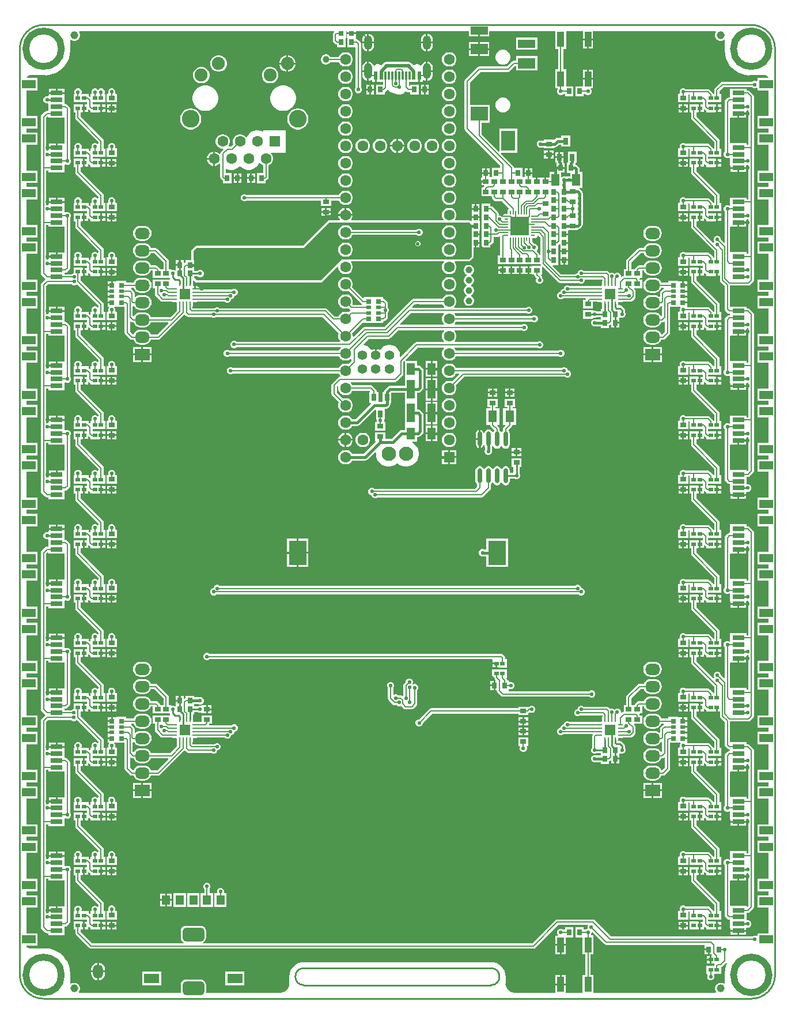
<source format=gtl>
G04*
G04 #@! TF.GenerationSoftware,Altium Limited,Altium Designer,22.2.1 (43)*
G04*
G04 Layer_Physical_Order=1*
G04 Layer_Color=255*
%FSLAX44Y44*%
%MOMM*%
G71*
G04*
G04 #@! TF.SameCoordinates,1638434B-95A0-431D-8215-D8E3F3AE7B07*
G04*
G04*
G04 #@! TF.FilePolarity,Positive*
G04*
G01*
G75*
%ADD10C,0.2540*%
%ADD17C,0.5080*%
%ADD18C,0.1524*%
%ADD26R,0.8890X0.6350*%
%ADD27R,0.7000X0.6000*%
%ADD28O,0.7500X0.2500*%
%ADD29R,0.7000X1.0000*%
%ADD30R,2.6000X3.6000*%
%ADD31R,0.8000X0.6500*%
%ADD32R,0.8000X0.5000*%
%ADD33R,0.6350X0.8890*%
%ADD34R,1.6500X1.6500*%
%ADD35O,0.2500X0.7500*%
%ADD36R,1.8000X0.7000*%
%ADD37R,2.0000X1.2000*%
%ADD38R,1.0000X2.2000*%
%ADD39R,1.1430X1.7780*%
%ADD40R,1.1430X2.7940*%
%ADD41R,0.6000X1.2500*%
%ADD42R,0.3000X1.2500*%
%ADD43R,1.2000X1.4000*%
%ADD44R,2.2000X1.4000*%
%ADD45R,0.8000X0.8000*%
%ADD46O,0.6000X2.2000*%
%ADD47R,1.3000X1.8000*%
%ADD48R,2.8000X2.8000*%
%ADD49O,0.2000X0.6500*%
%ADD50O,0.6500X0.2000*%
%ADD51R,2.5000X1.5000*%
%ADD52R,2.5000X1.2000*%
%ADD53R,2.5000X2.0000*%
%ADD54R,2.0000X2.9000*%
%ADD100C,1.0200*%
%ADD101C,0.3810*%
%ADD102C,2.1000*%
%ADD103C,1.4000*%
%ADD104C,1.6000*%
%ADD105R,1.6000X1.6000*%
%ADD106C,1.0000*%
%ADD107O,2.2000X1.7000*%
%ADD108R,2.2000X1.7000*%
%ADD109C,1.1520*%
%ADD110O,1.2000X2.1000*%
%ADD111O,1.2000X2.3000*%
%ADD112O,1.5000X2.1000*%
%ADD113C,2.6000*%
%ADD114C,1.9000*%
G04:AMPARAMS|DCode=115|XSize=2mm|YSize=3.2mm|CornerRadius=0.5mm|HoleSize=0mm|Usage=FLASHONLY|Rotation=270.000|XOffset=0mm|YOffset=0mm|HoleType=Round|Shape=RoundedRectangle|*
%AMROUNDEDRECTD115*
21,1,2.0000,2.2000,0,0,270.0*
21,1,1.0000,3.2000,0,0,270.0*
1,1,1.0000,-1.1000,-0.5000*
1,1,1.0000,-1.1000,0.5000*
1,1,1.0000,1.1000,0.5000*
1,1,1.0000,1.1000,-0.5000*
%
%ADD115ROUNDEDRECTD115*%
%ADD116C,0.5500*%
%ADD117C,0.6200*%
G36*
X121270Y697960D02*
X135040D01*
Y706000D01*
X231952D01*
Y679952D01*
X236115D01*
Y650048D01*
X231952D01*
Y621952D01*
X235175D01*
X235701Y620682D01*
X235515Y620496D01*
X234710Y618552D01*
Y616448D01*
X235515Y614504D01*
X237003Y613015D01*
X238948Y612210D01*
X241052D01*
X242997Y613015D01*
X243597Y613615D01*
X246157D01*
Y610007D01*
X258603D01*
Y624993D01*
X248048D01*
Y650048D01*
X243885D01*
Y679952D01*
X248048D01*
Y706000D01*
X272460D01*
Y695270D01*
X280000D01*
X287540D01*
Y706000D01*
X467609D01*
X468147Y704730D01*
X467266Y703204D01*
X466700Y701093D01*
Y698907D01*
X467266Y696796D01*
X468358Y694904D01*
X469904Y693358D01*
X471796Y692266D01*
X473907Y691700D01*
X476093D01*
X478204Y692266D01*
X479845Y693214D01*
X481115Y692759D01*
Y677500D01*
X481115Y677500D01*
X481078D01*
X481526Y671802D01*
X482860Y666245D01*
X485047Y660965D01*
X488034Y656092D01*
X491745Y651746D01*
X496091Y648034D01*
X500965Y645048D01*
X506245Y642860D01*
X511802Y641526D01*
X517500Y641078D01*
Y641115D01*
X517500Y641115D01*
X540000D01*
X540167Y641149D01*
X542366Y640711D01*
X544371Y639371D01*
X545000Y638430D01*
Y637048D01*
X528952D01*
Y632688D01*
X527682Y632115D01*
X526052Y632790D01*
X523948D01*
X522004Y631985D01*
X521404Y631385D01*
X477500D01*
X476013Y631089D01*
X474753Y630247D01*
X466753Y622247D01*
X465911Y620987D01*
X465615Y619500D01*
Y613548D01*
X464176D01*
X464089Y613987D01*
X463247Y615247D01*
X459127Y619367D01*
X457867Y620209D01*
X456380Y620504D01*
X423597D01*
X422996Y621105D01*
X421052Y621910D01*
X418947D01*
X417003Y621105D01*
X415515Y619617D01*
X414710Y617672D01*
Y615568D01*
X414987Y614899D01*
X414281Y613843D01*
X412507D01*
Y601397D01*
X427493D01*
Y612735D01*
X428952D01*
Y601452D01*
X449115D01*
Y598040D01*
X445770D01*
Y592500D01*
Y586960D01*
X450540D01*
Y590307D01*
X451713Y590793D01*
X452753Y589753D01*
X453952Y588952D01*
Y586452D01*
X467048D01*
Y586960D01*
X468230D01*
Y592500D01*
Y598040D01*
X467048D01*
Y598548D01*
X456885D01*
Y601452D01*
X476048D01*
Y613548D01*
X473385D01*
Y617891D01*
X479109Y623615D01*
X521404D01*
X522004Y623015D01*
X523948Y622210D01*
X526052D01*
X527682Y622885D01*
X528952Y622312D01*
Y618952D01*
X545000D01*
Y581048D01*
X528952D01*
Y562952D01*
X545000D01*
Y557048D01*
X528952D01*
Y538952D01*
X545000D01*
Y501048D01*
X528952D01*
Y482952D01*
X545000D01*
Y477048D01*
X528952D01*
Y458952D01*
X545000D01*
Y421048D01*
X528952D01*
Y402952D01*
X545000D01*
Y397048D01*
X528952D01*
Y378952D01*
X545000D01*
Y341048D01*
X528952D01*
Y322952D01*
X545000D01*
X545000Y317048D01*
X528952D01*
Y298952D01*
X545000D01*
Y261048D01*
X528952D01*
Y242952D01*
X545000D01*
Y237048D01*
X528952D01*
Y218952D01*
X545000D01*
Y181048D01*
X528952D01*
Y162952D01*
X545000D01*
Y157048D01*
X528952D01*
Y138952D01*
X545000D01*
Y101048D01*
X528952D01*
Y82952D01*
X545000D01*
Y77048D01*
X528952D01*
Y58952D01*
X545000D01*
Y21048D01*
X528952D01*
Y2952D01*
X545000D01*
Y-2952D01*
X528952D01*
Y-21048D01*
X545000D01*
Y-58952D01*
X528952D01*
Y-77048D01*
X545000D01*
Y-82952D01*
X528952D01*
Y-101048D01*
X545000D01*
Y-138952D01*
X528952D01*
Y-157048D01*
X545000D01*
Y-162952D01*
X528952D01*
Y-181048D01*
X545000D01*
Y-218952D01*
X528952D01*
Y-237048D01*
X545000D01*
Y-242952D01*
X528952D01*
Y-261048D01*
X545000D01*
Y-298952D01*
X528952D01*
Y-317048D01*
X545000D01*
X545000Y-322952D01*
X528952D01*
Y-341048D01*
X545000D01*
Y-378952D01*
X528952D01*
Y-397048D01*
X545000D01*
Y-402952D01*
X528952D01*
Y-421048D01*
X545000D01*
Y-458952D01*
X528952D01*
Y-477048D01*
X545000D01*
Y-482952D01*
X528952D01*
Y-501048D01*
X545000D01*
Y-538952D01*
X528952D01*
Y-557048D01*
X545000D01*
Y-562952D01*
X528952D01*
Y-581048D01*
X545000D01*
Y-618952D01*
X528952D01*
Y-622312D01*
X527682Y-622885D01*
X526052Y-622210D01*
X523948D01*
X522004Y-623015D01*
X521404Y-623615D01*
X314109D01*
X290247Y-599753D01*
X288987Y-598911D01*
X287500Y-598615D01*
X235000D01*
X233513Y-598911D01*
X232253Y-599753D01*
X198391Y-633615D01*
X-285571D01*
X-285823Y-632345D01*
X-285198Y-632086D01*
X-283622Y-630878D01*
X-282414Y-629303D01*
X-281654Y-627468D01*
X-281395Y-625500D01*
Y-615500D01*
X-281654Y-613532D01*
X-282414Y-611698D01*
X-283622Y-610122D01*
X-285198Y-608914D01*
X-287032Y-608154D01*
X-289000Y-607895D01*
X-311000D01*
X-312968Y-608154D01*
X-314802Y-608914D01*
X-316378Y-610122D01*
X-317586Y-611698D01*
X-318346Y-613532D01*
X-318605Y-615500D01*
Y-625500D01*
X-318346Y-627468D01*
X-317586Y-629303D01*
X-316378Y-630878D01*
X-314802Y-632086D01*
X-314177Y-632345D01*
X-314429Y-633615D01*
X-448391D01*
X-465615Y-616391D01*
Y-613548D01*
X-462952D01*
Y-613040D01*
X-461770D01*
Y-607500D01*
Y-601960D01*
X-462952D01*
Y-601452D01*
X-476048D01*
Y-613548D01*
X-473385D01*
Y-618000D01*
X-473089Y-619487D01*
X-472247Y-620747D01*
X-452747Y-640247D01*
X-451487Y-641089D01*
X-450000Y-641385D01*
X200000D01*
X201487Y-641089D01*
X202747Y-640247D01*
X236609Y-606385D01*
X279475D01*
X280246Y-607655D01*
X279710Y-608948D01*
Y-611052D01*
X279752Y-611154D01*
X279181Y-612008D01*
X278834Y-612257D01*
X277003Y-613015D01*
X276403Y-613615D01*
X273843D01*
Y-610007D01*
X261397D01*
Y-624993D01*
X271952D01*
Y-650048D01*
X276115D01*
Y-679952D01*
X271952D01*
Y-706115D01*
X247540D01*
Y-695270D01*
X240000D01*
X232460D01*
Y-706115D01*
X172500D01*
X172304Y-706154D01*
X168959Y-705714D01*
X165660Y-704347D01*
X162827Y-702173D01*
X160653Y-699340D01*
X159286Y-696041D01*
X158846Y-692696D01*
X158885Y-692500D01*
Y-682500D01*
X158913D01*
X158502Y-678323D01*
X157283Y-674305D01*
X155304Y-670603D01*
X152641Y-667359D01*
X149396Y-664696D01*
X145695Y-662717D01*
X141678Y-661498D01*
X137500Y-661087D01*
Y-661115D01*
X136250Y-661364D01*
X135000Y-661115D01*
X-137500D01*
Y-661087D01*
X-141678Y-661498D01*
X-145695Y-662717D01*
X-149396Y-664696D01*
X-152641Y-667359D01*
X-155304Y-670603D01*
X-157283Y-674306D01*
X-158502Y-678323D01*
X-158913Y-682500D01*
X-158885D01*
Y-692500D01*
X-158846Y-692696D01*
X-159286Y-696041D01*
X-160653Y-699340D01*
X-162827Y-702173D01*
X-165660Y-704347D01*
X-168959Y-705714D01*
X-171270Y-706018D01*
X-172500Y-706115D01*
X-173758Y-706115D01*
X-280644D01*
X-281482Y-705161D01*
X-281395Y-704500D01*
Y-694500D01*
X-281654Y-692532D01*
X-282414Y-690697D01*
X-283622Y-689122D01*
X-285198Y-687914D01*
X-287032Y-687154D01*
X-289000Y-686895D01*
X-311000D01*
X-312968Y-687154D01*
X-314802Y-687914D01*
X-316378Y-689122D01*
X-317586Y-690697D01*
X-318346Y-692532D01*
X-318605Y-694500D01*
Y-704500D01*
X-318518Y-705161D01*
X-319356Y-706115D01*
X-467759Y-706115D01*
X-468214Y-704845D01*
X-467266Y-703204D01*
X-466700Y-701093D01*
Y-698907D01*
X-467266Y-696796D01*
X-468358Y-694904D01*
X-469904Y-693358D01*
X-471796Y-692266D01*
X-473907Y-691700D01*
X-476093D01*
X-478204Y-692266D01*
X-479845Y-693213D01*
X-481115Y-692759D01*
Y-677500D01*
X-481115Y-677500D01*
X-481078D01*
X-481526Y-671802D01*
X-482860Y-666245D01*
X-485047Y-660965D01*
X-488034Y-656091D01*
X-491745Y-651746D01*
X-496091Y-648034D01*
X-500965Y-645047D01*
X-506245Y-642860D01*
X-511802Y-641526D01*
X-517500Y-641078D01*
Y-641115D01*
X-517500Y-641115D01*
X-540000D01*
X-540167Y-641149D01*
X-542366Y-640711D01*
X-544371Y-639371D01*
X-545000Y-638430D01*
Y-637048D01*
X-528952D01*
Y-618952D01*
X-545000D01*
Y-581048D01*
X-528952D01*
Y-562952D01*
X-545000D01*
Y-557048D01*
X-528952D01*
Y-538952D01*
X-545000D01*
Y-501048D01*
X-528952D01*
Y-482952D01*
X-545000D01*
Y-477048D01*
X-528952D01*
Y-458952D01*
X-545000D01*
Y-421048D01*
X-528952D01*
Y-402952D01*
X-545000D01*
Y-397048D01*
X-528952D01*
Y-378952D01*
X-545000D01*
Y-341048D01*
X-528952D01*
Y-322952D01*
X-545000D01*
Y-317048D01*
X-528952D01*
Y-298952D01*
X-545000D01*
Y-261048D01*
X-528952D01*
Y-242952D01*
X-545000D01*
Y-237048D01*
X-528952D01*
Y-218952D01*
X-545000D01*
Y-181048D01*
X-528952D01*
Y-162952D01*
X-545000D01*
Y-157048D01*
X-528952D01*
Y-138952D01*
X-545000D01*
Y-101048D01*
X-528952D01*
Y-82952D01*
X-545000D01*
Y-77048D01*
X-528952D01*
Y-58952D01*
X-545000D01*
Y-21048D01*
X-528952D01*
Y-2952D01*
X-545000D01*
Y2952D01*
X-528952D01*
Y21048D01*
X-545000D01*
Y58952D01*
X-528952D01*
Y77048D01*
X-545000D01*
Y82952D01*
X-528952D01*
Y101048D01*
X-545000D01*
Y138952D01*
X-528952D01*
Y157048D01*
X-545000D01*
Y162952D01*
X-528952D01*
Y181048D01*
X-545000D01*
Y218952D01*
X-528952D01*
Y237048D01*
X-545000D01*
Y242952D01*
X-528952D01*
Y261048D01*
X-545000D01*
Y298952D01*
X-528952D01*
Y317048D01*
X-545000D01*
Y322952D01*
X-528952D01*
Y341048D01*
X-545000D01*
Y378952D01*
X-528952D01*
Y397048D01*
X-545000D01*
Y402952D01*
X-528952D01*
Y421048D01*
X-545000D01*
Y458952D01*
X-528952D01*
Y477048D01*
X-545000D01*
Y482952D01*
X-528952D01*
Y501048D01*
X-545000D01*
Y538952D01*
X-528952D01*
Y557048D01*
X-545000D01*
Y562952D01*
X-528952D01*
Y581048D01*
X-545000D01*
Y618952D01*
X-528952D01*
Y637048D01*
X-545000D01*
Y638430D01*
X-544371Y639371D01*
X-542366Y640711D01*
X-540167Y641149D01*
X-540000Y641115D01*
X-517500D01*
X-517500Y641115D01*
Y641078D01*
X-511802Y641526D01*
X-506245Y642860D01*
X-500965Y645048D01*
X-496091Y648034D01*
X-491745Y651746D01*
X-488034Y656092D01*
X-485047Y660965D01*
X-482860Y666245D01*
X-481526Y671802D01*
X-481078Y677500D01*
X-481115D01*
X-481115Y677500D01*
Y692759D01*
X-479845Y693214D01*
X-478204Y692266D01*
X-476093Y691700D01*
X-473907D01*
X-471796Y692266D01*
X-469904Y693358D01*
X-468358Y694904D01*
X-467266Y696796D01*
X-466700Y698907D01*
Y701093D01*
X-467266Y703204D01*
X-468147Y704730D01*
X-467609Y706000D01*
X-93290Y706000D01*
X-92764Y704730D01*
X-93747Y703747D01*
X-94589Y702487D01*
X-94885Y701000D01*
Y692000D01*
X-94589Y690513D01*
X-93747Y689253D01*
X-91747Y687253D01*
X-90487Y686411D01*
X-89000Y686115D01*
X-88843D01*
Y682507D01*
X-76397D01*
Y695452D01*
X-75452D01*
Y706000D01*
X-74040D01*
Y703770D01*
X-67500D01*
X-60960D01*
Y706000D01*
X104960D01*
Y697960D01*
X118730D01*
Y706500D01*
X121270D01*
Y697960D01*
D02*
G37*
G36*
X304253Y-634747D02*
X305513Y-635589D01*
X307000Y-635885D01*
X451665Y-635885D01*
Y-641230D01*
X457380D01*
Y-642500D01*
X458650D01*
Y-649485D01*
X461411D01*
X461411Y-649487D01*
X462109Y-650531D01*
X462215Y-650690D01*
X462167Y-650926D01*
X461770Y-651752D01*
Y-657500D01*
Y-663040D01*
X462952D01*
Y-663548D01*
X465363D01*
X466042Y-664818D01*
X465911Y-665013D01*
X465625Y-666452D01*
X453952D01*
Y-678548D01*
X455175D01*
X455456Y-678867D01*
X455885Y-679818D01*
X455210Y-681448D01*
Y-683552D01*
X456015Y-685497D01*
X457504Y-686985D01*
X459448Y-687790D01*
X461552D01*
X463497Y-686985D01*
X464985Y-685497D01*
X465790Y-683552D01*
Y-681448D01*
X465115Y-679818D01*
X465544Y-678867D01*
X465825Y-678548D01*
X476048D01*
Y-668676D01*
X476487Y-668589D01*
X477747Y-667747D01*
X483067Y-662427D01*
X484144Y-663146D01*
X482860Y-666245D01*
X481526Y-671802D01*
X481078Y-677500D01*
X481115D01*
X481115Y-677500D01*
Y-692759D01*
X479845Y-693213D01*
X478204Y-692266D01*
X476093Y-691700D01*
X473907D01*
X471796Y-692266D01*
X469904Y-693358D01*
X468358Y-694904D01*
X467266Y-696796D01*
X466700Y-698907D01*
Y-701093D01*
X467266Y-703204D01*
X468214Y-704845D01*
X467759Y-706115D01*
X288048D01*
Y-679952D01*
X283885D01*
Y-650048D01*
X288048D01*
Y-621952D01*
X284825D01*
X284299Y-620682D01*
X284485Y-620496D01*
X285290Y-618552D01*
Y-617580D01*
X286560Y-617054D01*
X304253Y-634747D01*
D02*
G37*
%LPC*%
G36*
X44470Y701946D02*
Y690270D01*
X51814D01*
Y693500D01*
X51520Y695729D01*
X50660Y697807D01*
X49291Y699591D01*
X47507Y700960D01*
X45429Y701820D01*
X44470Y701946D01*
D02*
G37*
G36*
X41930Y701946D02*
X40971Y701820D01*
X38893Y700960D01*
X37109Y699591D01*
X35740Y697807D01*
X34880Y695729D01*
X34586Y693500D01*
Y690270D01*
X41930D01*
Y701946D01*
D02*
G37*
G36*
X-41930D02*
Y690270D01*
X-34586D01*
Y693500D01*
X-34880Y695729D01*
X-35740Y697807D01*
X-37109Y699591D01*
X-38893Y700960D01*
X-40971Y701820D01*
X-41930Y701946D01*
D02*
G37*
G36*
X-44470D02*
X-45429Y701820D01*
X-47507Y700960D01*
X-49291Y699591D01*
X-50660Y697807D01*
X-51520Y695729D01*
X-51814Y693500D01*
Y690270D01*
X-44470D01*
Y701946D01*
D02*
G37*
G36*
X135040Y689540D02*
X121270D01*
Y680770D01*
X135040D01*
Y689540D01*
D02*
G37*
G36*
X118730D02*
X104960D01*
Y680770D01*
X118730D01*
Y689540D01*
D02*
G37*
G36*
X287540Y692730D02*
X281270D01*
Y680460D01*
X287540D01*
Y692730D01*
D02*
G37*
G36*
X278730D02*
X272460D01*
Y680460D01*
X278730D01*
Y692730D01*
D02*
G37*
G36*
X205548Y696548D02*
X174452D01*
Y678452D01*
X205548D01*
Y696548D01*
D02*
G37*
G36*
X51814Y687730D02*
X44470D01*
Y676053D01*
X45429Y676180D01*
X47507Y677040D01*
X49291Y678409D01*
X50660Y680193D01*
X51520Y682271D01*
X51814Y684500D01*
Y687730D01*
D02*
G37*
G36*
X-34586Y687730D02*
X-41930D01*
Y676053D01*
X-40971Y676180D01*
X-38893Y677040D01*
X-37109Y678409D01*
X-35740Y680193D01*
X-34880Y682271D01*
X-34586Y684500D01*
Y687730D01*
D02*
G37*
G36*
X-44470D02*
X-51814D01*
Y684500D01*
X-51520Y682271D01*
X-50660Y680193D01*
X-49291Y678409D01*
X-47507Y677040D01*
X-45429Y676180D01*
X-44470Y676053D01*
Y687730D01*
D02*
G37*
G36*
X41930Y687730D02*
X34586D01*
Y684500D01*
X34880Y682271D01*
X35740Y680193D01*
X37109Y678409D01*
X38893Y677040D01*
X40971Y676180D01*
X41930Y676053D01*
Y687730D01*
D02*
G37*
G36*
X135040Y678230D02*
X121270D01*
Y669460D01*
X135040D01*
Y678230D01*
D02*
G37*
G36*
X118730D02*
X104960D01*
Y669460D01*
X118730D01*
Y678230D01*
D02*
G37*
G36*
X-74812Y674940D02*
X-77588D01*
X-80268Y674222D01*
X-82672Y672834D01*
X-84634Y670872D01*
X-86022Y668468D01*
X-86111Y668135D01*
X-98536D01*
X-98967Y668880D01*
X-100370Y670284D01*
X-102090Y671276D01*
X-104007Y671790D01*
X-105993D01*
X-107910Y671276D01*
X-109630Y670284D01*
X-111034Y668880D01*
X-112026Y667160D01*
X-112540Y665243D01*
Y663257D01*
X-112026Y661340D01*
X-111034Y659620D01*
X-109630Y658216D01*
X-107910Y657224D01*
X-105993Y656710D01*
X-104007D01*
X-102090Y657224D01*
X-100370Y658216D01*
X-98967Y659620D01*
X-98536Y660365D01*
X-86031D01*
X-86022Y660332D01*
X-84634Y657928D01*
X-82672Y655966D01*
X-80268Y654578D01*
X-77588Y653860D01*
X-74812D01*
X-72132Y654578D01*
X-69728Y655966D01*
X-67766Y657928D01*
X-66378Y660332D01*
X-65660Y663012D01*
Y665788D01*
X-66378Y668468D01*
X-67766Y670872D01*
X-69728Y672834D01*
X-72132Y674222D01*
X-74812Y674940D01*
D02*
G37*
G36*
X-160165Y670340D02*
X-160480D01*
Y659570D01*
X-149710D01*
Y659885D01*
X-150531Y662947D01*
X-152116Y665693D01*
X-154357Y667934D01*
X-157103Y669520D01*
X-160165Y670340D01*
D02*
G37*
G36*
X-163020D02*
X-163335D01*
X-166397Y669520D01*
X-169143Y667934D01*
X-171384Y665693D01*
X-172969Y662947D01*
X-173790Y659885D01*
Y659570D01*
X-163020D01*
Y670340D01*
D02*
G37*
G36*
X156453Y678540D02*
X153547D01*
X150739Y677788D01*
X148221Y676334D01*
X146166Y674279D01*
X144712Y671761D01*
X143960Y668953D01*
Y666047D01*
X144712Y663239D01*
X146166Y660721D01*
X148221Y658666D01*
X150739Y657212D01*
X153547Y656460D01*
X156453D01*
X159261Y657212D01*
X161779Y658666D01*
X163834Y660721D01*
X165288Y663239D01*
X166040Y666047D01*
Y668953D01*
X165288Y671761D01*
X163834Y674279D01*
X161779Y676334D01*
X159261Y677788D01*
X156453Y678540D01*
D02*
G37*
G36*
X41930Y661146D02*
X40971Y661020D01*
X38893Y660160D01*
X37109Y658791D01*
X35740Y657007D01*
X35145Y655571D01*
X33809Y655480D01*
X32180Y657109D01*
X30052Y657990D01*
X27748D01*
X25620Y657109D01*
X23991Y655480D01*
X23646Y655411D01*
X20029Y659029D01*
X18180Y660264D01*
X16000Y660697D01*
X-16000D01*
X-18180Y660264D01*
X-20029Y659029D01*
X-22972Y656085D01*
X-24683Y656171D01*
X-25620Y657109D01*
X-27748Y657990D01*
X-30052D01*
X-32180Y657109D01*
X-33809Y655480D01*
X-35145Y655571D01*
X-35740Y657007D01*
X-37109Y658791D01*
X-38893Y660160D01*
X-40971Y661020D01*
X-41930Y661146D01*
Y647200D01*
Y633254D01*
X-40971Y633380D01*
X-38893Y634240D01*
X-38679Y634405D01*
X-37540Y633843D01*
Y631710D01*
X-33270D01*
Y640500D01*
X-30730D01*
Y631710D01*
X-30048D01*
Y631202D01*
X-21385D01*
Y627493D01*
X-31103D01*
Y612507D01*
X-18657D01*
Y616382D01*
X-18513Y616411D01*
X-17253Y617253D01*
X-15122Y619384D01*
X-13596Y619481D01*
X-12803Y618447D01*
X-10005Y616300D01*
X-6747Y614951D01*
X-3866Y614572D01*
X-1797Y613377D01*
X1034Y612618D01*
X3965D01*
X6797Y613377D01*
X9335Y614842D01*
X11408Y616915D01*
X11686Y617396D01*
X12945Y617562D01*
X13253Y617253D01*
X14513Y616411D01*
X16000Y616115D01*
X18657D01*
Y612507D01*
X31103D01*
Y627493D01*
X18657D01*
Y625623D01*
X17387Y625143D01*
X17190Y625366D01*
X17382Y625868D01*
X17382D01*
Y631202D01*
X30048D01*
Y631710D01*
X30730D01*
Y640500D01*
X33270D01*
Y631710D01*
X37540D01*
Y633843D01*
X38679Y634405D01*
X38893Y634240D01*
X40971Y633380D01*
X41930Y633254D01*
Y647200D01*
Y661146D01*
D02*
G37*
G36*
X77588Y674940D02*
X74812D01*
X72132Y674222D01*
X69728Y672834D01*
X67766Y670872D01*
X66378Y668468D01*
X65660Y665788D01*
Y663012D01*
X66378Y660332D01*
X67766Y657928D01*
X69728Y655966D01*
X72132Y654578D01*
X74812Y653860D01*
X77588D01*
X80268Y654578D01*
X82672Y655966D01*
X84634Y657928D01*
X86022Y660332D01*
X86740Y663012D01*
Y665788D01*
X86022Y668468D01*
X84634Y670872D01*
X82672Y672834D01*
X80268Y674222D01*
X77588Y674940D01*
D02*
G37*
G36*
X44470Y661146D02*
Y648470D01*
X51814D01*
Y652700D01*
X51520Y654929D01*
X50660Y657007D01*
X49291Y658791D01*
X47507Y660160D01*
X45429Y661020D01*
X44470Y661146D01*
D02*
G37*
G36*
X-44470Y661146D02*
X-45429Y661020D01*
X-47507Y660160D01*
X-49291Y658791D01*
X-50660Y657007D01*
X-51520Y654929D01*
X-51814Y652700D01*
Y648470D01*
X-44470D01*
Y661146D01*
D02*
G37*
G36*
X205548Y669048D02*
X174452D01*
Y662385D01*
X171000D01*
X169513Y662089D01*
X168253Y661247D01*
X160891Y653885D01*
X120000D01*
X118513Y653589D01*
X117253Y652747D01*
X99753Y635247D01*
X98911Y633987D01*
X98615Y632500D01*
Y562500D01*
X98911Y561013D01*
X99753Y559753D01*
X151116Y508391D01*
Y504993D01*
X138897D01*
Y491343D01*
X135595D01*
Y496230D01*
X129880D01*
X124165D01*
Y490835D01*
X123015D01*
Y486390D01*
X130000D01*
Y483850D01*
X123015D01*
Y479405D01*
X127252D01*
X127738Y478232D01*
X127253Y477747D01*
X126411Y476486D01*
X126334Y476103D01*
X122507D01*
Y463657D01*
X137493D01*
X137493Y463657D01*
Y463657D01*
X137493Y463657D01*
X138615Y463300D01*
Y462500D01*
X138911Y461013D01*
X139753Y459753D01*
X142253Y457253D01*
X143513Y456411D01*
X145000Y456115D01*
X153391D01*
X163427Y446080D01*
X163302Y444816D01*
X163082Y444669D01*
X162187Y443330D01*
X161873Y441750D01*
Y437609D01*
X158250D01*
X156869Y437335D01*
X155698Y436552D01*
X154915Y435381D01*
X154746Y434531D01*
X153435Y434047D01*
X152997Y434485D01*
X151053Y435290D01*
X148948D01*
X148885Y435333D01*
Y437500D01*
X148589Y438987D01*
X147747Y440247D01*
X140247Y447747D01*
X138986Y448589D01*
X137500Y448885D01*
X136343D01*
Y452493D01*
X123897D01*
Y437507D01*
Y425007D01*
Y412507D01*
Y400007D01*
Y387507D01*
X136343D01*
Y391383D01*
X136487Y391411D01*
X137747Y392253D01*
X140247Y394753D01*
X141089Y396013D01*
X141385Y397500D01*
Y403615D01*
X146500D01*
X147987Y403911D01*
X149247Y404753D01*
X149902Y405408D01*
X150702Y405139D01*
X151115Y404826D01*
Y376343D01*
X147507D01*
Y363897D01*
X210335D01*
X210411Y363513D01*
X211173Y362373D01*
X210986Y361607D01*
X210777Y361103D01*
X197507D01*
Y360595D01*
X193770D01*
Y354880D01*
Y349165D01*
X197507D01*
Y348657D01*
X201115D01*
Y348000D01*
X201411Y346513D01*
X202253Y345253D01*
X204514Y342993D01*
X203710Y341052D01*
Y338948D01*
X204515Y337004D01*
X206003Y335515D01*
X207948Y334710D01*
X210052D01*
X211997Y335515D01*
X213485Y337004D01*
X214290Y338948D01*
Y341052D01*
X213485Y342996D01*
X212885Y343596D01*
Y344000D01*
X212589Y345487D01*
X211747Y346747D01*
X211010Y347484D01*
X211496Y348657D01*
X212493D01*
Y359354D01*
X213666Y359840D01*
X236253Y337253D01*
X237513Y336411D01*
X239000Y336115D01*
X266404D01*
X267003Y335515D01*
X268948Y334710D01*
X271052D01*
X272997Y335515D01*
X274485Y337004D01*
X275290Y338948D01*
Y341052D01*
X275332Y341115D01*
X300891D01*
X301115Y340891D01*
Y339422D01*
X300951Y339177D01*
X300618Y337500D01*
Y333054D01*
X300213Y332287D01*
X299446Y331882D01*
X295000D01*
X293323Y331549D01*
X293078Y331385D01*
X253596D01*
X252997Y331985D01*
X251052Y332790D01*
X248948D01*
X247003Y331985D01*
X245515Y330496D01*
X244710Y328552D01*
Y327790D01*
X243948D01*
X242003Y326985D01*
X240515Y325496D01*
X239710Y323552D01*
Y322790D01*
X238948D01*
X237003Y321985D01*
X235515Y320496D01*
X234710Y318552D01*
Y316448D01*
X235515Y314503D01*
X237003Y313015D01*
X238948Y312210D01*
X241052D01*
X242997Y313015D01*
X243596Y313615D01*
X276441D01*
X276975Y312367D01*
X276599Y311768D01*
X276411Y311487D01*
X276406Y311460D01*
X276332Y311343D01*
X272507D01*
Y298897D01*
X287493D01*
Y308615D01*
X293078D01*
X293323Y308451D01*
X295000Y308118D01*
X299446D01*
X300213Y307713D01*
X300618Y306946D01*
Y305103D01*
X300597Y305000D01*
Y297493D01*
X298657D01*
Y294403D01*
X293079D01*
X292997Y294485D01*
X291052Y295290D01*
X288948D01*
X288549Y295125D01*
X287493Y295830D01*
Y296103D01*
X272507D01*
Y283657D01*
X287493D01*
Y284170D01*
X288549Y284875D01*
X288948Y284710D01*
X291052D01*
X292997Y285515D01*
X293079Y285597D01*
X298657D01*
Y282550D01*
X291632D01*
X291052Y282790D01*
X288948D01*
X287003Y281984D01*
X285515Y280496D01*
X284710Y278552D01*
Y276448D01*
X285515Y274503D01*
X287003Y273015D01*
X288948Y272210D01*
X291052D01*
X291632Y272450D01*
X298657D01*
Y270007D01*
X311103D01*
Y273735D01*
X311986Y273911D01*
X313135Y274678D01*
X313826Y274513D01*
X314405Y274273D01*
Y270515D01*
X318850D01*
Y277500D01*
X320120D01*
Y278770D01*
X325835D01*
Y285025D01*
X327105Y285473D01*
X328948Y284710D01*
X331052D01*
X332996Y285515D01*
X334485Y287003D01*
X335290Y288948D01*
Y291052D01*
X334485Y292997D01*
X334403Y293079D01*
Y296000D01*
X334067Y297685D01*
X333113Y299113D01*
X330113Y302113D01*
X328685Y303067D01*
X327000Y303403D01*
X324403D01*
Y305000D01*
X324382Y305103D01*
Y306946D01*
X324787Y307713D01*
X325554Y308118D01*
X330000D01*
X331677Y308451D01*
X331922Y308615D01*
X342500D01*
X343987Y308911D01*
X345247Y309753D01*
X348747Y313253D01*
X349589Y314513D01*
X349885Y316000D01*
Y324000D01*
X349589Y325487D01*
X348747Y326747D01*
X348010Y327484D01*
X348496Y328657D01*
X359993D01*
Y341103D01*
X356265D01*
X356089Y341987D01*
X355661Y342627D01*
X356340Y343897D01*
X359993D01*
Y354215D01*
X362160D01*
X362857Y352532D01*
X364626Y350226D01*
X366932Y348457D01*
X369618Y347344D01*
X372500Y346965D01*
X377500D01*
X380382Y347344D01*
X383068Y348457D01*
X385374Y350226D01*
X387143Y352532D01*
X388256Y355218D01*
X388635Y358100D01*
X388256Y360982D01*
X387143Y363668D01*
X385374Y365974D01*
X383068Y367743D01*
X380382Y368856D01*
X377500Y369235D01*
X372500D01*
X369618Y368856D01*
X366932Y367743D01*
X364626Y365974D01*
X362857Y363668D01*
X362160Y361985D01*
X355100D01*
X353613Y361689D01*
X352353Y360847D01*
X349753Y358247D01*
X348911Y356987D01*
X348783Y356343D01*
X343885D01*
Y366391D01*
X357109Y379615D01*
X362160D01*
X362857Y377932D01*
X364626Y375626D01*
X366932Y373857D01*
X369618Y372744D01*
X372500Y372365D01*
X377500D01*
X380382Y372744D01*
X383068Y373857D01*
X385374Y375626D01*
X387143Y377932D01*
X388256Y380618D01*
X388635Y383500D01*
X388256Y386382D01*
X387143Y389068D01*
X385374Y391374D01*
X383068Y393143D01*
X380382Y394256D01*
X377500Y394635D01*
X372500D01*
X369618Y394256D01*
X366932Y393143D01*
X364626Y391374D01*
X362857Y389068D01*
X362160Y387385D01*
X355500D01*
X354013Y387089D01*
X352753Y386247D01*
X337253Y370747D01*
X336411Y369487D01*
X336115Y368000D01*
Y356343D01*
X332507D01*
Y346385D01*
X332500D01*
X331013Y346089D01*
X329753Y345247D01*
X329560Y345054D01*
X328290Y345580D01*
Y347052D01*
X327485Y348997D01*
X325997Y350485D01*
X324052Y351290D01*
X321948D01*
X320003Y350485D01*
X319000Y349481D01*
X317997Y350485D01*
X316052Y351290D01*
X313948D01*
X312361Y350633D01*
X310247Y352747D01*
X308987Y353589D01*
X307500Y353885D01*
X273596D01*
X272997Y354485D01*
X271052Y355290D01*
X268948D01*
X267003Y354485D01*
X265515Y352997D01*
X264710Y351052D01*
Y350290D01*
X263948D01*
X262003Y349485D01*
X261404Y348885D01*
X240609D01*
X228160Y361333D01*
X228646Y362507D01*
X236103D01*
Y375007D01*
Y387507D01*
Y391334D01*
X236486Y391411D01*
X237747Y392253D01*
X238232Y392738D01*
X239405Y392252D01*
Y388015D01*
Y383770D01*
X245120D01*
X250835D01*
Y388015D01*
Y393730D01*
X245120D01*
Y396270D01*
X250835D01*
Y400515D01*
Y406230D01*
X245120D01*
Y408770D01*
X250835D01*
Y412507D01*
X251343D01*
Y413657D01*
X264993D01*
Y414852D01*
X266812Y415214D01*
X268451Y416309D01*
X271071Y418929D01*
X272166Y420567D01*
X272550Y422500D01*
Y428368D01*
X272790Y428948D01*
Y431053D01*
X272550Y431633D01*
Y435868D01*
X272790Y436448D01*
Y438553D01*
X272550Y439132D01*
Y443368D01*
X272790Y443948D01*
Y446052D01*
X272550Y446632D01*
Y450869D01*
X272790Y451447D01*
Y453552D01*
X272550Y454131D01*
Y458369D01*
X272789Y458947D01*
Y461052D01*
X272550Y461630D01*
Y467500D01*
X272166Y469433D01*
X271071Y471071D01*
X268451Y473691D01*
X267551Y474292D01*
X267937Y475562D01*
X271503D01*
Y499438D01*
X267790D01*
Y503260D01*
X267406Y505193D01*
X266311Y506831D01*
X264571Y508571D01*
X262932Y509666D01*
X261699Y509911D01*
X261415Y511193D01*
X261666Y511568D01*
X261842Y512452D01*
X263548D01*
Y528548D01*
X250452D01*
Y513541D01*
X250244Y512493D01*
X248897D01*
Y497507D01*
X253977D01*
Y492994D01*
X253672Y492790D01*
X251567D01*
X250987Y492550D01*
X246751D01*
X246172Y492790D01*
X244068D01*
X242123Y491985D01*
X241785Y491646D01*
X240515Y492172D01*
Y498015D01*
X245595D01*
Y503730D01*
X239880D01*
X234165D01*
Y498930D01*
X233530D01*
Y487500D01*
X230990D01*
Y498930D01*
X224005D01*
Y490835D01*
X218770D01*
Y485120D01*
X216230D01*
Y490835D01*
X206270D01*
Y485120D01*
X203730D01*
Y490835D01*
X198335D01*
Y496230D01*
X192620D01*
X186905D01*
Y491343D01*
X183603D01*
Y504993D01*
X171385D01*
Y505000D01*
X171089Y506486D01*
X170247Y507747D01*
X151715Y526279D01*
X152201Y527452D01*
X176048D01*
Y562548D01*
X149952D01*
Y529701D01*
X148779Y529215D01*
X123885Y554109D01*
Y571452D01*
X135548D01*
Y597548D01*
X106385D01*
Y630891D01*
X121609Y646115D01*
X162500D01*
X163987Y646411D01*
X165247Y647253D01*
X172609Y654615D01*
X174452D01*
Y647952D01*
X205548D01*
Y669048D01*
D02*
G37*
G36*
X-149710Y657030D02*
X-160480D01*
Y646260D01*
X-160165D01*
X-157103Y647081D01*
X-154357Y648666D01*
X-152116Y650907D01*
X-150531Y653653D01*
X-149710Y656715D01*
Y657030D01*
D02*
G37*
G36*
X-163020D02*
X-173790D01*
Y656715D01*
X-172969Y653653D01*
X-171384Y650907D01*
X-169143Y648666D01*
X-166397Y647081D01*
X-163335Y646260D01*
X-163020D01*
Y657030D01*
D02*
G37*
G36*
X-261265Y670340D02*
X-264435D01*
X-267497Y669520D01*
X-270243Y667934D01*
X-272484Y665693D01*
X-274069Y662947D01*
X-274890Y659885D01*
Y656715D01*
X-274069Y653653D01*
X-272484Y650907D01*
X-270243Y648666D01*
X-267497Y647081D01*
X-264435Y646260D01*
X-261265D01*
X-258203Y647081D01*
X-255457Y648666D01*
X-253216Y650907D01*
X-251630Y653653D01*
X-250810Y656715D01*
Y659885D01*
X-251630Y662947D01*
X-253216Y665693D01*
X-255457Y667934D01*
X-258203Y669520D01*
X-261265Y670340D01*
D02*
G37*
G36*
X287540Y649540D02*
X281270D01*
Y637270D01*
X287540D01*
Y649540D01*
D02*
G37*
G36*
X278730D02*
X272460D01*
Y637270D01*
X278730D01*
Y649540D01*
D02*
G37*
G36*
X51814Y645930D02*
X44470D01*
Y633254D01*
X45429Y633380D01*
X47507Y634240D01*
X49291Y635609D01*
X50660Y637393D01*
X51520Y639471D01*
X51814Y641700D01*
Y645930D01*
D02*
G37*
G36*
X-44470D02*
X-51814D01*
Y641700D01*
X-51520Y639471D01*
X-50660Y637393D01*
X-49291Y635609D01*
X-47507Y634240D01*
X-45429Y633380D01*
X-44470Y633254D01*
Y645930D01*
D02*
G37*
G36*
X-185565Y653340D02*
X-188735D01*
X-191797Y652520D01*
X-194543Y650934D01*
X-196784Y648693D01*
X-198370Y645947D01*
X-199190Y642885D01*
Y639715D01*
X-198370Y636653D01*
X-196784Y633907D01*
X-194543Y631666D01*
X-191797Y630081D01*
X-188735Y629260D01*
X-185565D01*
X-182503Y630081D01*
X-179757Y631666D01*
X-177516Y633907D01*
X-175931Y636653D01*
X-175110Y639715D01*
Y642885D01*
X-175931Y645947D01*
X-177516Y648693D01*
X-179757Y650934D01*
X-182503Y652520D01*
X-185565Y653340D01*
D02*
G37*
G36*
X-286665D02*
X-289835D01*
X-292897Y652520D01*
X-295643Y650934D01*
X-297884Y648693D01*
X-299470Y645947D01*
X-300290Y642885D01*
Y639715D01*
X-299470Y636653D01*
X-297884Y633907D01*
X-295643Y631666D01*
X-292897Y630081D01*
X-289835Y629260D01*
X-286665D01*
X-283603Y630081D01*
X-280857Y631666D01*
X-278616Y633907D01*
X-277031Y636653D01*
X-276210Y639715D01*
Y642885D01*
X-277031Y645947D01*
X-278616Y648693D01*
X-280857Y650934D01*
X-283603Y652520D01*
X-286665Y653340D01*
D02*
G37*
G36*
X77588Y649540D02*
X74812D01*
X72132Y648822D01*
X69728Y647434D01*
X67766Y645472D01*
X66378Y643068D01*
X65660Y640388D01*
Y637612D01*
X66378Y634932D01*
X67766Y632528D01*
X69728Y630566D01*
X72132Y629178D01*
X74812Y628460D01*
X77588D01*
X80268Y629178D01*
X82672Y630566D01*
X84634Y632528D01*
X86022Y634932D01*
X86740Y637612D01*
Y640388D01*
X86022Y643068D01*
X84634Y645472D01*
X82672Y647434D01*
X80268Y648822D01*
X77588Y649540D01*
D02*
G37*
G36*
X-74812D02*
X-77588D01*
X-80268Y648822D01*
X-82672Y647434D01*
X-84634Y645472D01*
X-86022Y643068D01*
X-86740Y640388D01*
Y637612D01*
X-86022Y634932D01*
X-84634Y632528D01*
X-82672Y630566D01*
X-80268Y629178D01*
X-77588Y628460D01*
X-74812D01*
X-72132Y629178D01*
X-69728Y630566D01*
X-67766Y632528D01*
X-66378Y634932D01*
X-65660Y637612D01*
Y640388D01*
X-66378Y643068D01*
X-67766Y645472D01*
X-69728Y647434D01*
X-72132Y648822D01*
X-74812Y649540D01*
D02*
G37*
G36*
X45835Y626985D02*
X41390D01*
Y621270D01*
X45835D01*
Y626985D01*
D02*
G37*
G36*
X38850D02*
X34405D01*
Y621270D01*
X38850D01*
Y626985D01*
D02*
G37*
G36*
X-34405Y626985D02*
X-38850D01*
Y621270D01*
X-34405D01*
Y626985D01*
D02*
G37*
G36*
X-41390D02*
X-45835D01*
Y621270D01*
X-41390D01*
Y626985D01*
D02*
G37*
G36*
X-434448Y621790D02*
X-436552D01*
X-438497Y620985D01*
X-439170Y620311D01*
X-440000Y619511D01*
X-440830Y620311D01*
X-441503Y620985D01*
X-443448Y621790D01*
X-445552D01*
X-447496Y620985D01*
X-448985Y619497D01*
X-449790Y617552D01*
Y615448D01*
X-449440Y614604D01*
X-450146Y613548D01*
X-451048D01*
Y610201D01*
X-452221Y609715D01*
X-452753Y610247D01*
X-453952Y611048D01*
Y613548D01*
X-463854D01*
X-464560Y614604D01*
X-464210Y615448D01*
Y617552D01*
X-465015Y619497D01*
X-466503Y620985D01*
X-468448Y621790D01*
X-470552D01*
X-472496Y620985D01*
X-473985Y619497D01*
X-474790Y617552D01*
Y615448D01*
X-474440Y614604D01*
X-475146Y613548D01*
X-476048D01*
Y601452D01*
X-455885D01*
Y598040D01*
X-459230D01*
Y592500D01*
Y586960D01*
X-454460D01*
Y590307D01*
X-453287Y590793D01*
X-452247Y589753D01*
X-451048Y588952D01*
Y586452D01*
X-437952D01*
Y586960D01*
X-436770D01*
Y592500D01*
Y598040D01*
X-437952D01*
Y598548D01*
X-448115D01*
Y601452D01*
X-428952D01*
Y613548D01*
X-429854D01*
X-430560Y614604D01*
X-430210Y615448D01*
Y617552D01*
X-431015Y619497D01*
X-432504Y620985D01*
X-434448Y621790D01*
D02*
G37*
G36*
X-489460Y621040D02*
X-499730D01*
Y616270D01*
X-489460D01*
Y621040D01*
D02*
G37*
G36*
X-502270D02*
X-512540D01*
Y616270D01*
X-502270D01*
Y621040D01*
D02*
G37*
G36*
X-60960Y701230D02*
X-67500D01*
X-74040D01*
Y695960D01*
X-73603D01*
Y682507D01*
X-61385D01*
Y623596D01*
X-61985Y622996D01*
X-62790Y621052D01*
Y618948D01*
X-61985Y617004D01*
X-60497Y615515D01*
X-58552Y614710D01*
X-56448D01*
X-54503Y615515D01*
X-53015Y617004D01*
X-52210Y618948D01*
Y621052D01*
X-53015Y622996D01*
X-53615Y623596D01*
Y687500D01*
X-53911Y688987D01*
X-54753Y690247D01*
X-57253Y692747D01*
X-58513Y693589D01*
X-60000Y693885D01*
X-61157D01*
Y695960D01*
X-60960D01*
Y701230D01*
D02*
G37*
G36*
X45835Y618730D02*
X41390D01*
Y613015D01*
X45835D01*
Y618730D01*
D02*
G37*
G36*
X38850D02*
X34405D01*
Y613015D01*
X38850D01*
Y618730D01*
D02*
G37*
G36*
X-34405Y618730D02*
X-38850D01*
Y613015D01*
X-34405D01*
Y618730D01*
D02*
G37*
G36*
X-41390D02*
X-45835D01*
Y613015D01*
X-41390D01*
Y618730D01*
D02*
G37*
G36*
X287540Y634730D02*
X280000D01*
X272460D01*
Y624993D01*
X261397D01*
Y610007D01*
X273843D01*
Y613615D01*
X276404D01*
X277004Y613016D01*
X278948Y612210D01*
X281052D01*
X282997Y613016D01*
X284485Y614504D01*
X285290Y616448D01*
Y618553D01*
X284485Y620497D01*
X283792Y621190D01*
X284318Y622460D01*
X287540D01*
Y634730D01*
D02*
G37*
G36*
X77588Y624140D02*
X74812D01*
X72132Y623422D01*
X69728Y622034D01*
X67766Y620072D01*
X66378Y617668D01*
X65660Y614988D01*
Y612212D01*
X66378Y609532D01*
X67766Y607128D01*
X69728Y605166D01*
X72132Y603778D01*
X74812Y603060D01*
X77588D01*
X80268Y603778D01*
X82672Y605166D01*
X84634Y607128D01*
X86022Y609532D01*
X86740Y612212D01*
Y614988D01*
X86022Y617668D01*
X84634Y620072D01*
X82672Y622034D01*
X80268Y623422D01*
X77588Y624140D01*
D02*
G37*
G36*
X-74812D02*
X-77588D01*
X-80268Y623422D01*
X-82672Y622034D01*
X-84634Y620072D01*
X-86022Y617668D01*
X-86740Y614988D01*
Y612212D01*
X-86022Y609532D01*
X-84634Y607128D01*
X-82672Y605166D01*
X-80268Y603778D01*
X-77588Y603060D01*
X-74812D01*
X-72132Y603778D01*
X-69728Y605166D01*
X-67766Y607128D01*
X-66378Y609532D01*
X-65660Y612212D01*
Y614988D01*
X-66378Y617668D01*
X-67766Y620072D01*
X-69728Y622034D01*
X-72132Y623422D01*
X-74812Y624140D01*
D02*
G37*
G36*
X-418948Y621910D02*
X-421053D01*
X-422997Y621105D01*
X-424485Y619617D01*
X-425290Y617672D01*
Y615568D01*
X-425013Y614899D01*
X-425719Y613843D01*
X-427493D01*
Y601397D01*
X-412507D01*
Y613843D01*
X-414282D01*
X-414987Y614899D01*
X-414710Y615568D01*
Y617672D01*
X-415516Y619617D01*
X-417004Y621105D01*
X-418948Y621910D01*
D02*
G37*
G36*
X475540Y598040D02*
X470770D01*
Y593770D01*
X475540D01*
Y598040D01*
D02*
G37*
G36*
X-429460D02*
X-434230D01*
Y593770D01*
X-429460D01*
Y598040D01*
D02*
G37*
G36*
X-413015Y598095D02*
X-418730D01*
Y593650D01*
X-413015D01*
Y598095D01*
D02*
G37*
G36*
X426985D02*
X421270D01*
Y593650D01*
X426985D01*
Y598095D01*
D02*
G37*
G36*
X418730D02*
X413015D01*
Y593650D01*
X418730D01*
Y598095D01*
D02*
G37*
G36*
X-421270D02*
X-426985D01*
Y593650D01*
X-421270D01*
Y598095D01*
D02*
G37*
G36*
X-165999Y626290D02*
X-169701D01*
X-173331Y625568D01*
X-176750Y624151D01*
X-179828Y622095D01*
X-182445Y619478D01*
X-184501Y616400D01*
X-185918Y612981D01*
X-186640Y609351D01*
Y605649D01*
X-185918Y602019D01*
X-184501Y598600D01*
X-182445Y595522D01*
X-179828Y592905D01*
X-176750Y590849D01*
X-173331Y589432D01*
X-169701Y588710D01*
X-165999D01*
X-162369Y589432D01*
X-158950Y590849D01*
X-155872Y592905D01*
X-153255Y595522D01*
X-151199Y598600D01*
X-149782Y602019D01*
X-149060Y605649D01*
Y609351D01*
X-149782Y612981D01*
X-151199Y616400D01*
X-153255Y619478D01*
X-155872Y622095D01*
X-158950Y624151D01*
X-162369Y625568D01*
X-165999Y626290D01*
D02*
G37*
G36*
X-280299D02*
X-284001D01*
X-287631Y625568D01*
X-291050Y624151D01*
X-294128Y622095D01*
X-296745Y619478D01*
X-298801Y616400D01*
X-300218Y612981D01*
X-300940Y609351D01*
Y605649D01*
X-300218Y602019D01*
X-298801Y598600D01*
X-296745Y595522D01*
X-294128Y592905D01*
X-291050Y590849D01*
X-287631Y589432D01*
X-284001Y588710D01*
X-280299D01*
X-276669Y589432D01*
X-273250Y590849D01*
X-270172Y592905D01*
X-267555Y595522D01*
X-265499Y598600D01*
X-264082Y602019D01*
X-263360Y605649D01*
Y609351D01*
X-264082Y612981D01*
X-265499Y616400D01*
X-267555Y619478D01*
X-270172Y622095D01*
X-273250Y624151D01*
X-276669Y625568D01*
X-280299Y626290D01*
D02*
G37*
G36*
X475540Y591230D02*
X470770D01*
Y586960D01*
X475540D01*
Y591230D01*
D02*
G37*
G36*
X-429460Y591230D02*
X-434230D01*
Y586960D01*
X-429460D01*
Y591230D01*
D02*
G37*
G36*
X426985Y591110D02*
X421270D01*
Y586665D01*
X426985D01*
Y591110D01*
D02*
G37*
G36*
X418730D02*
X413015D01*
Y586665D01*
X418730D01*
Y591110D01*
D02*
G37*
G36*
X-413015D02*
X-418730D01*
Y586665D01*
X-413015D01*
Y591110D01*
D02*
G37*
G36*
X-421270D02*
X-426985D01*
Y586665D01*
X-421270D01*
Y591110D01*
D02*
G37*
G36*
X156453Y608540D02*
X153547D01*
X150739Y607788D01*
X148221Y606334D01*
X146166Y604279D01*
X144712Y601761D01*
X143960Y598953D01*
Y596047D01*
X144712Y593239D01*
X146166Y590721D01*
X148221Y588666D01*
X150739Y587212D01*
X153547Y586460D01*
X156453D01*
X159261Y587212D01*
X161779Y588666D01*
X163834Y590721D01*
X165288Y593239D01*
X166040Y596047D01*
Y598953D01*
X165288Y601761D01*
X163834Y604279D01*
X161779Y606334D01*
X159261Y607788D01*
X156453Y608540D01*
D02*
G37*
G36*
X77588Y598740D02*
X74812D01*
X72132Y598022D01*
X69728Y596634D01*
X67766Y594672D01*
X66378Y592268D01*
X65660Y589588D01*
Y586812D01*
X66378Y584132D01*
X67766Y581728D01*
X69728Y579766D01*
X72132Y578378D01*
X74812Y577660D01*
X77588D01*
X80268Y578378D01*
X82672Y579766D01*
X84634Y581728D01*
X86022Y584132D01*
X86740Y586812D01*
Y589588D01*
X86022Y592268D01*
X84634Y594672D01*
X82672Y596634D01*
X80268Y598022D01*
X77588Y598740D01*
D02*
G37*
G36*
X-74812D02*
X-77588D01*
X-80268Y598022D01*
X-82672Y596634D01*
X-84634Y594672D01*
X-86022Y592268D01*
X-86740Y589588D01*
Y586812D01*
X-86022Y584132D01*
X-84634Y581728D01*
X-82672Y579766D01*
X-80268Y578378D01*
X-77588Y577660D01*
X-74812D01*
X-72132Y578378D01*
X-69728Y579766D01*
X-67766Y581728D01*
X-66378Y584132D01*
X-65660Y586812D01*
Y589588D01*
X-66378Y592268D01*
X-67766Y594672D01*
X-69728Y596634D01*
X-72132Y598022D01*
X-74812Y598740D01*
D02*
G37*
G36*
X-144719Y592540D02*
X-147781D01*
X-150783Y591943D01*
X-153611Y590771D01*
X-156156Y589071D01*
X-158321Y586906D01*
X-160021Y584361D01*
X-161193Y581533D01*
X-161790Y578531D01*
Y575470D01*
X-161193Y572467D01*
X-160021Y569639D01*
X-158321Y567094D01*
X-156156Y564929D01*
X-153611Y563229D01*
X-150783Y562057D01*
X-147781Y561460D01*
X-144719D01*
X-141717Y562057D01*
X-138889Y563229D01*
X-136344Y564929D01*
X-134179Y567094D01*
X-132479Y569639D01*
X-131307Y572467D01*
X-130710Y575470D01*
Y578531D01*
X-131307Y581533D01*
X-132479Y584361D01*
X-134179Y586906D01*
X-136344Y589071D01*
X-138889Y590771D01*
X-141717Y591943D01*
X-144719Y592540D01*
D02*
G37*
G36*
X-302220D02*
X-305281D01*
X-308283Y591943D01*
X-311111Y590771D01*
X-313656Y589071D01*
X-315821Y586906D01*
X-317521Y584361D01*
X-318693Y581533D01*
X-319290Y578531D01*
Y575470D01*
X-318693Y572467D01*
X-317521Y569639D01*
X-315821Y567094D01*
X-313656Y564929D01*
X-311111Y563229D01*
X-308283Y562057D01*
X-305281Y561460D01*
X-302220D01*
X-299217Y562057D01*
X-296389Y563229D01*
X-293844Y564929D01*
X-291679Y567094D01*
X-289979Y569639D01*
X-288807Y572467D01*
X-288210Y575470D01*
Y578531D01*
X-288807Y581533D01*
X-289979Y584361D01*
X-291679Y586906D01*
X-293844Y589071D01*
X-296389Y590771D01*
X-299217Y591943D01*
X-302220Y592540D01*
D02*
G37*
G36*
X-164168Y560382D02*
X-196932D01*
Y559024D01*
X-198052Y558425D01*
X-198190Y558517D01*
X-201172Y559752D01*
X-204336Y560382D01*
X-207563D01*
X-210728Y559752D01*
X-213710Y558517D01*
X-216393Y556725D01*
X-218675Y554443D01*
X-220467Y551760D01*
X-221188Y550020D01*
X-222601Y549927D01*
X-222916Y550472D01*
X-224878Y552434D01*
X-227282Y553822D01*
X-229962Y554540D01*
X-232738D01*
X-235418Y553822D01*
X-237822Y552434D01*
X-239784Y550472D01*
X-241172Y548068D01*
X-241890Y545388D01*
Y542612D01*
X-241172Y539932D01*
X-241077Y539767D01*
X-244459Y536385D01*
X-247842D01*
X-247961Y536673D01*
X-248243Y537655D01*
X-246928Y539932D01*
X-246210Y542612D01*
Y545388D01*
X-246928Y548068D01*
X-248316Y550472D01*
X-250278Y552434D01*
X-252682Y553822D01*
X-255362Y554540D01*
X-258138D01*
X-260818Y553822D01*
X-263222Y552434D01*
X-265184Y550472D01*
X-266572Y548068D01*
X-267290Y545388D01*
Y542612D01*
X-266572Y539932D01*
X-265184Y537528D01*
X-263222Y535566D01*
X-260818Y534178D01*
X-258138Y533460D01*
X-256330D01*
X-255804Y532190D01*
X-259247Y528747D01*
X-260089Y527487D01*
X-260345Y526197D01*
X-260899Y525883D01*
X-261655Y525710D01*
X-262978Y527034D01*
X-265382Y528422D01*
X-268062Y529140D01*
X-268180D01*
Y518600D01*
Y508060D01*
X-268062D01*
X-265382Y508778D01*
X-262978Y510166D01*
X-261655Y511490D01*
X-260385Y510964D01*
Y491500D01*
X-260089Y490013D01*
X-259247Y488753D01*
X-257747Y487253D01*
X-256487Y486411D01*
X-256343Y486382D01*
Y482507D01*
X-243897D01*
Y497493D01*
X-252615D01*
Y503229D01*
X-251345Y503890D01*
X-248829Y502848D01*
X-245664Y502218D01*
X-242437D01*
X-239272Y502848D01*
X-236290Y504082D01*
X-233607Y505875D01*
X-231350Y508132D01*
X-229093Y505875D01*
X-226410Y504082D01*
X-223428Y502848D01*
X-220264Y502218D01*
X-217036D01*
X-213872Y502848D01*
X-210890Y504082D01*
X-208207Y505875D01*
X-205925Y508157D01*
X-204132Y510840D01*
X-203412Y512580D01*
X-201999Y512673D01*
X-201684Y512128D01*
X-199722Y510166D01*
X-197318Y508778D01*
X-197135Y508729D01*
Y497493D01*
X-206103D01*
Y482507D01*
X-193657D01*
Y486383D01*
X-193513Y486411D01*
X-192253Y487253D01*
X-190503Y489003D01*
X-189661Y490263D01*
X-189365Y491750D01*
Y508729D01*
X-189182Y508778D01*
X-186778Y510166D01*
X-184816Y512128D01*
X-183428Y514532D01*
X-182710Y517212D01*
Y519988D01*
X-183428Y522668D01*
X-184816Y525072D01*
X-186092Y526348D01*
X-185566Y527618D01*
X-164168D01*
Y560382D01*
D02*
G37*
G36*
X77588Y573340D02*
X74812D01*
X72132Y572622D01*
X69728Y571234D01*
X67766Y569272D01*
X66378Y566868D01*
X65660Y564188D01*
Y561412D01*
X66378Y558732D01*
X67766Y556328D01*
X69728Y554366D01*
X72132Y552978D01*
X74812Y552260D01*
X77588D01*
X80268Y552978D01*
X82672Y554366D01*
X84634Y556328D01*
X86022Y558732D01*
X86740Y561412D01*
Y564188D01*
X86022Y566868D01*
X84634Y569272D01*
X82672Y571234D01*
X80268Y572622D01*
X77588Y573340D01*
D02*
G37*
G36*
X-74812D02*
X-77588D01*
X-80268Y572622D01*
X-82672Y571234D01*
X-84634Y569272D01*
X-86022Y566868D01*
X-86740Y564188D01*
Y561412D01*
X-86022Y558732D01*
X-84634Y556328D01*
X-82672Y554366D01*
X-80268Y552978D01*
X-77588Y552260D01*
X-74812D01*
X-72132Y552978D01*
X-69728Y554366D01*
X-67766Y556328D01*
X-66378Y558732D01*
X-65660Y561412D01*
Y564188D01*
X-66378Y566868D01*
X-67766Y569272D01*
X-69728Y571234D01*
X-72132Y572622D01*
X-74812Y573340D01*
D02*
G37*
G36*
X254048Y552548D02*
X240952D01*
Y549550D01*
X235500D01*
X233567Y549166D01*
X231929Y548071D01*
X230922Y547063D01*
X229993Y546343D01*
Y546343D01*
X229993Y546343D01*
X215007D01*
Y545170D01*
X211632D01*
X211052Y545410D01*
X208948D01*
X207003Y544605D01*
X205515Y543117D01*
X204710Y541172D01*
Y539068D01*
X205515Y537124D01*
X207003Y535635D01*
X208948Y534830D01*
X211052D01*
X211632Y535070D01*
X215007D01*
Y533897D01*
X229993D01*
Y535070D01*
X231120D01*
X233053Y535454D01*
X234691Y536549D01*
X237592Y539450D01*
X240952D01*
Y536452D01*
X254048D01*
Y552548D01*
D02*
G37*
G36*
X-462952Y598548D02*
X-476048D01*
Y586452D01*
X-473385D01*
Y578500D01*
X-473089Y577013D01*
X-472247Y575753D01*
X-439385Y542891D01*
Y540662D01*
X-440655Y540136D01*
X-441503Y540985D01*
X-443448Y541790D01*
X-445552D01*
X-447496Y540985D01*
X-448985Y539497D01*
X-449790Y537552D01*
Y535448D01*
X-449440Y534604D01*
X-450146Y533548D01*
X-451048D01*
Y530201D01*
X-452221Y529715D01*
X-452753Y530247D01*
X-453952Y531048D01*
Y533548D01*
X-463854D01*
X-464560Y534604D01*
X-464210Y535448D01*
Y537552D01*
X-465015Y539497D01*
X-466503Y540985D01*
X-468448Y541790D01*
X-470552D01*
X-472496Y540985D01*
X-473985Y539497D01*
X-474790Y537552D01*
Y535448D01*
X-474440Y534604D01*
X-475146Y533548D01*
X-476048D01*
Y521452D01*
X-455885D01*
Y518040D01*
X-459230D01*
Y512500D01*
Y506960D01*
X-454460D01*
Y510307D01*
X-453287Y510793D01*
X-452247Y509753D01*
X-451048Y508952D01*
Y506452D01*
X-437952D01*
Y506960D01*
X-436770D01*
Y512500D01*
Y518040D01*
X-437952D01*
Y518548D01*
X-448115D01*
Y521452D01*
X-428952D01*
Y533548D01*
X-431615D01*
Y544500D01*
X-431911Y545987D01*
X-432753Y547247D01*
X-465615Y580109D01*
Y586452D01*
X-462952D01*
Y586960D01*
X-461770D01*
Y592500D01*
Y598040D01*
X-462952D01*
Y598548D01*
D02*
G37*
G36*
X1388Y547940D02*
X1270D01*
Y538670D01*
X10540D01*
Y538788D01*
X9822Y541468D01*
X8434Y543872D01*
X6472Y545834D01*
X4068Y547222D01*
X1388Y547940D01*
D02*
G37*
G36*
X-1270D02*
X-1388D01*
X-4068Y547222D01*
X-6472Y545834D01*
X-8434Y543872D01*
X-9822Y541468D01*
X-10540Y538788D01*
Y538670D01*
X-1270D01*
Y547940D01*
D02*
G37*
G36*
X442048Y598548D02*
X428952D01*
Y586452D01*
X431615D01*
Y578500D01*
X431911Y577013D01*
X432753Y575753D01*
X465615Y542891D01*
Y533548D01*
X464176D01*
X464089Y533987D01*
X463247Y535247D01*
X459127Y539367D01*
X457867Y540209D01*
X456380Y540504D01*
X423597D01*
X422996Y541105D01*
X421052Y541910D01*
X418947D01*
X417003Y541105D01*
X415515Y539617D01*
X414710Y537672D01*
Y535568D01*
X414987Y534899D01*
X414281Y533843D01*
X412507D01*
Y521397D01*
X427493D01*
Y532735D01*
X428952D01*
Y521452D01*
X449115D01*
Y518040D01*
X445770D01*
Y512500D01*
Y506960D01*
X450540D01*
Y510307D01*
X451713Y510793D01*
X452753Y509753D01*
X453952Y508952D01*
Y506452D01*
X467048D01*
Y506960D01*
X468230D01*
Y512500D01*
Y518040D01*
X467048D01*
Y518548D01*
X456885D01*
Y521452D01*
X476048D01*
Y533548D01*
X473385D01*
Y544500D01*
X473089Y545987D01*
X472247Y547247D01*
X439385Y580109D01*
Y586452D01*
X442048D01*
Y586960D01*
X443230D01*
Y592500D01*
Y598040D01*
X442048D01*
Y598548D01*
D02*
G37*
G36*
X77588Y547940D02*
X74812D01*
X72132Y547222D01*
X69728Y545834D01*
X67766Y543872D01*
X66378Y541468D01*
X65660Y538788D01*
Y536012D01*
X66378Y533332D01*
X67766Y530928D01*
X69728Y528966D01*
X72132Y527578D01*
X74812Y526860D01*
X77588D01*
X80268Y527578D01*
X82672Y528966D01*
X84634Y530928D01*
X86022Y533332D01*
X86740Y536012D01*
Y538788D01*
X86022Y541468D01*
X84634Y543872D01*
X82672Y545834D01*
X80268Y547222D01*
X77588Y547940D01*
D02*
G37*
G36*
X52188D02*
X49412D01*
X46732Y547222D01*
X44328Y545834D01*
X42366Y543872D01*
X40978Y541468D01*
X40260Y538788D01*
Y536012D01*
X40978Y533332D01*
X42366Y530928D01*
X44328Y528966D01*
X46732Y527578D01*
X49412Y526860D01*
X52188D01*
X54868Y527578D01*
X57272Y528966D01*
X59234Y530928D01*
X60622Y533332D01*
X61340Y536012D01*
Y538788D01*
X60622Y541468D01*
X59234Y543872D01*
X57272Y545834D01*
X54868Y547222D01*
X52188Y547940D01*
D02*
G37*
G36*
X26788D02*
X24012D01*
X21332Y547222D01*
X18928Y545834D01*
X16966Y543872D01*
X15578Y541468D01*
X14860Y538788D01*
Y536012D01*
X15578Y533332D01*
X16966Y530928D01*
X18928Y528966D01*
X21332Y527578D01*
X24012Y526860D01*
X26788D01*
X29468Y527578D01*
X31872Y528966D01*
X33834Y530928D01*
X35222Y533332D01*
X35940Y536012D01*
Y538788D01*
X35222Y541468D01*
X33834Y543872D01*
X31872Y545834D01*
X29468Y547222D01*
X26788Y547940D01*
D02*
G37*
G36*
X10540Y536130D02*
X1270D01*
Y526860D01*
X1388D01*
X4068Y527578D01*
X6472Y528966D01*
X8434Y530928D01*
X9822Y533332D01*
X10540Y536012D01*
Y536130D01*
D02*
G37*
G36*
X-1270D02*
X-10540D01*
Y536012D01*
X-9822Y533332D01*
X-8434Y530928D01*
X-6472Y528966D01*
X-4068Y527578D01*
X-1388Y526860D01*
X-1270D01*
Y536130D01*
D02*
G37*
G36*
X-24012Y547940D02*
X-26788D01*
X-29468Y547222D01*
X-31872Y545834D01*
X-33834Y543872D01*
X-35222Y541468D01*
X-35940Y538788D01*
Y536012D01*
X-35222Y533332D01*
X-33834Y530928D01*
X-31872Y528966D01*
X-29468Y527578D01*
X-26788Y526860D01*
X-24012D01*
X-21332Y527578D01*
X-18928Y528966D01*
X-16966Y530928D01*
X-15578Y533332D01*
X-14860Y536012D01*
Y538788D01*
X-15578Y541468D01*
X-16966Y543872D01*
X-18928Y545834D01*
X-21332Y547222D01*
X-24012Y547940D01*
D02*
G37*
G36*
X-49412D02*
X-52188D01*
X-54868Y547222D01*
X-57272Y545834D01*
X-59234Y543872D01*
X-60622Y541468D01*
X-61340Y538788D01*
Y536012D01*
X-60622Y533332D01*
X-59234Y530928D01*
X-57272Y528966D01*
X-54868Y527578D01*
X-52188Y526860D01*
X-49412D01*
X-46732Y527578D01*
X-44328Y528966D01*
X-42366Y530928D01*
X-40978Y533332D01*
X-40260Y536012D01*
Y538788D01*
X-40978Y541468D01*
X-42366Y543872D01*
X-44328Y545834D01*
X-46732Y547222D01*
X-49412Y547940D01*
D02*
G37*
G36*
X-74812D02*
X-77588D01*
X-80268Y547222D01*
X-82672Y545834D01*
X-84634Y543872D01*
X-86022Y541468D01*
X-86740Y538788D01*
Y536012D01*
X-86022Y533332D01*
X-84634Y530928D01*
X-82672Y528966D01*
X-80268Y527578D01*
X-77588Y526860D01*
X-74812D01*
X-72132Y527578D01*
X-69728Y528966D01*
X-67766Y530928D01*
X-66378Y533332D01*
X-65660Y536012D01*
Y538788D01*
X-66378Y541468D01*
X-67766Y543872D01*
X-69728Y545834D01*
X-72132Y547222D01*
X-74812Y547940D01*
D02*
G37*
G36*
X229485Y530595D02*
X223770D01*
Y526150D01*
X229485D01*
Y530595D01*
D02*
G37*
G36*
X221230D02*
X215515D01*
Y526150D01*
X221230D01*
Y530595D01*
D02*
G37*
G36*
X244040Y528040D02*
X239270D01*
Y521770D01*
X244040D01*
Y528040D01*
D02*
G37*
G36*
X236730D02*
X231960D01*
Y521770D01*
X236730D01*
Y528040D01*
D02*
G37*
G36*
X-418948Y541910D02*
X-421053D01*
X-422997Y541105D01*
X-424485Y539617D01*
X-425290Y537672D01*
Y535568D01*
X-425013Y534899D01*
X-425719Y533843D01*
X-427493D01*
Y521397D01*
X-412507D01*
Y533843D01*
X-414282D01*
X-414987Y534899D01*
X-414710Y535568D01*
Y537672D01*
X-415516Y539617D01*
X-417004Y541105D01*
X-418948Y541910D01*
D02*
G37*
G36*
X-270720Y529140D02*
X-270838D01*
X-273518Y528422D01*
X-275922Y527034D01*
X-277884Y525072D01*
X-279272Y522668D01*
X-279990Y519988D01*
Y519870D01*
X-270720D01*
Y529140D01*
D02*
G37*
G36*
X229485Y523610D02*
X223770D01*
Y519165D01*
X229485D01*
Y523610D01*
D02*
G37*
G36*
X221230D02*
X215515D01*
Y519165D01*
X221230D01*
Y523610D01*
D02*
G37*
G36*
X475540Y518040D02*
X470770D01*
Y513770D01*
X475540D01*
Y518040D01*
D02*
G37*
G36*
X-429460D02*
X-434230D01*
Y513770D01*
X-429460D01*
Y518040D01*
D02*
G37*
G36*
X-413015Y518095D02*
X-418730D01*
Y513650D01*
X-413015D01*
Y518095D01*
D02*
G37*
G36*
X426985D02*
X421270D01*
Y513650D01*
X426985D01*
Y518095D01*
D02*
G37*
G36*
X418730D02*
X413015D01*
Y513650D01*
X418730D01*
Y518095D01*
D02*
G37*
G36*
X-421270D02*
X-426985D01*
Y513650D01*
X-421270D01*
Y518095D01*
D02*
G37*
G36*
X-489460Y613730D02*
X-501000D01*
X-512540D01*
Y611548D01*
X-513048D01*
Y610891D01*
X-513948Y610290D01*
X-516052D01*
X-517997Y609485D01*
X-519485Y607996D01*
X-520290Y606052D01*
Y603948D01*
X-519485Y602004D01*
X-517997Y600515D01*
X-516052Y599710D01*
X-513948D01*
X-513048Y599109D01*
Y588885D01*
X-515000D01*
X-516487Y588589D01*
X-517747Y587747D01*
X-522747Y582747D01*
X-523589Y581487D01*
X-523885Y580000D01*
Y505000D01*
Y425000D01*
Y350000D01*
X-523589Y348513D01*
X-522747Y347253D01*
X-517747Y342253D01*
X-517570Y342135D01*
Y340865D01*
X-517747Y340747D01*
X-522747Y335747D01*
X-523589Y334487D01*
X-523885Y333000D01*
Y265000D01*
Y185000D01*
Y105000D01*
Y30000D01*
X-523589Y28513D01*
X-522747Y27253D01*
X-517747Y22253D01*
X-516487Y21411D01*
X-515000Y21115D01*
X-513048D01*
Y18452D01*
X-488952D01*
Y31115D01*
X-488000D01*
X-486513Y31411D01*
X-485253Y32253D01*
X-482253Y35253D01*
X-481411Y36514D01*
X-481115Y38000D01*
Y111404D01*
X-480515Y112003D01*
X-479710Y113948D01*
Y116052D01*
X-480515Y117997D01*
X-482004Y119485D01*
X-483948Y120290D01*
X-486052D01*
X-487682Y119615D01*
X-488633Y120044D01*
X-488952Y120325D01*
Y131548D01*
X-489460D01*
Y133730D01*
X-501000D01*
X-512540D01*
Y131548D01*
X-513048D01*
Y130891D01*
X-513948Y130290D01*
X-516052D01*
X-516115Y130332D01*
Y181115D01*
X-513048D01*
Y178452D01*
X-488952D01*
Y189675D01*
X-488633Y189956D01*
X-487682Y190385D01*
X-486052Y189710D01*
X-483948D01*
X-482004Y190515D01*
X-480515Y192003D01*
X-479710Y193948D01*
Y196052D01*
X-480515Y197997D01*
X-481115Y198596D01*
Y272000D01*
X-481411Y273487D01*
X-482253Y274747D01*
X-485253Y277747D01*
X-486513Y278589D01*
X-488000Y278885D01*
X-488952D01*
Y291548D01*
X-489460D01*
Y293730D01*
X-501000D01*
X-512540D01*
Y291548D01*
X-513048D01*
Y290891D01*
X-513948Y290290D01*
X-516052D01*
X-516115Y290332D01*
Y331391D01*
X-513391Y334115D01*
X-478641D01*
X-478041Y333515D01*
X-476096Y332710D01*
X-473992D01*
X-472048Y333515D01*
X-471028Y334535D01*
X-439385Y302891D01*
Y300662D01*
X-440655Y300136D01*
X-441503Y300985D01*
X-443448Y301790D01*
X-445552D01*
X-447496Y300985D01*
X-448985Y299497D01*
X-449790Y297552D01*
Y295448D01*
X-449440Y294604D01*
X-450146Y293548D01*
X-451048D01*
Y290201D01*
X-452221Y289715D01*
X-452753Y290247D01*
X-453952Y291048D01*
Y293548D01*
X-463854D01*
X-464560Y294604D01*
X-464210Y295448D01*
Y297552D01*
X-465015Y299497D01*
X-466503Y300985D01*
X-468448Y301790D01*
X-470552D01*
X-472496Y300985D01*
X-473985Y299497D01*
X-474790Y297552D01*
Y295448D01*
X-474440Y294604D01*
X-475146Y293548D01*
X-476048D01*
Y281452D01*
X-455885D01*
Y278040D01*
X-459230D01*
Y272500D01*
Y266960D01*
X-454460D01*
Y270307D01*
X-453287Y270793D01*
X-452247Y269753D01*
X-451048Y268952D01*
Y266452D01*
X-437952D01*
Y266960D01*
X-436770D01*
Y272500D01*
Y278040D01*
X-437952D01*
Y278548D01*
X-448115D01*
Y281452D01*
X-428952D01*
Y293548D01*
X-431615D01*
Y304500D01*
X-431911Y305987D01*
X-432753Y307247D01*
X-465615Y340109D01*
Y346452D01*
X-462952D01*
Y346960D01*
X-461770D01*
Y352500D01*
Y358040D01*
X-462952D01*
Y358548D01*
X-476048D01*
Y350290D01*
X-476096D01*
X-478041Y349485D01*
X-478641Y348885D01*
X-488952D01*
Y351115D01*
X-488000D01*
X-486513Y351411D01*
X-485253Y352253D01*
X-482253Y355253D01*
X-481411Y356513D01*
X-481115Y358000D01*
Y431404D01*
X-480515Y432004D01*
X-479710Y433948D01*
Y436052D01*
X-480515Y437997D01*
X-482004Y439485D01*
X-483948Y440290D01*
X-486052D01*
X-487682Y439615D01*
X-488633Y440044D01*
X-488952Y440325D01*
Y451548D01*
X-489460D01*
Y453730D01*
X-501000D01*
X-512540D01*
Y451548D01*
X-513048D01*
Y450891D01*
X-513948Y450290D01*
X-516052D01*
X-516115Y450332D01*
Y501115D01*
X-513048D01*
Y498452D01*
X-488952D01*
Y509675D01*
X-488633Y509956D01*
X-487682Y510385D01*
X-486052Y509710D01*
X-483948D01*
X-482004Y510515D01*
X-480515Y512004D01*
X-479710Y513948D01*
Y516052D01*
X-480515Y517997D01*
X-481115Y518596D01*
Y592000D01*
X-481411Y593487D01*
X-482253Y594747D01*
X-485253Y597747D01*
X-486513Y598589D01*
X-488000Y598885D01*
X-488952D01*
Y611548D01*
X-489460D01*
Y613730D01*
D02*
G37*
G36*
X-270720Y517330D02*
X-279990D01*
Y517212D01*
X-279272Y514532D01*
X-277884Y512128D01*
X-275922Y510166D01*
X-273518Y508778D01*
X-270838Y508060D01*
X-270720D01*
Y517330D01*
D02*
G37*
G36*
X475540Y511230D02*
X470770D01*
Y506960D01*
X475540D01*
Y511230D01*
D02*
G37*
G36*
X-429460Y511230D02*
X-434230D01*
Y506960D01*
X-429460D01*
Y511230D01*
D02*
G37*
G36*
X426985Y511110D02*
X421270D01*
Y506665D01*
X426985D01*
Y511110D01*
D02*
G37*
G36*
X418730D02*
X413015D01*
Y506665D01*
X418730D01*
Y511110D01*
D02*
G37*
G36*
X-413015D02*
X-418730D01*
Y506665D01*
X-413015D01*
Y511110D01*
D02*
G37*
G36*
X-421270D02*
X-426985D01*
Y506665D01*
X-421270D01*
Y511110D01*
D02*
G37*
G36*
X244040Y519230D02*
X231960D01*
Y512960D01*
X233452D01*
X234165Y511985D01*
X234165Y511690D01*
Y506270D01*
X239880D01*
X245595D01*
Y511985D01*
X244753D01*
X244040Y512960D01*
X244040Y513255D01*
Y519230D01*
D02*
G37*
G36*
X77588Y522540D02*
X74812D01*
X72132Y521822D01*
X69728Y520434D01*
X67766Y518472D01*
X66378Y516068D01*
X65660Y513388D01*
Y510612D01*
X66378Y507932D01*
X67766Y505528D01*
X69728Y503566D01*
X72132Y502178D01*
X74812Y501460D01*
X77588D01*
X80268Y502178D01*
X82672Y503566D01*
X84634Y505528D01*
X86022Y507932D01*
X86740Y510612D01*
Y513388D01*
X86022Y516068D01*
X84634Y518472D01*
X82672Y520434D01*
X80268Y521822D01*
X77588Y522540D01*
D02*
G37*
G36*
X-74812D02*
X-77588D01*
X-80268Y521822D01*
X-82672Y520434D01*
X-84634Y518472D01*
X-86022Y516068D01*
X-86740Y513388D01*
Y510612D01*
X-86022Y507932D01*
X-84634Y505528D01*
X-82672Y503566D01*
X-80268Y502178D01*
X-77588Y501460D01*
X-74812D01*
X-72132Y502178D01*
X-69728Y503566D01*
X-67766Y505528D01*
X-66378Y507932D01*
X-65660Y510612D01*
Y513388D01*
X-66378Y516068D01*
X-67766Y518472D01*
X-69728Y520434D01*
X-72132Y521822D01*
X-74812Y522540D01*
D02*
G37*
G36*
X512540Y503730D02*
X502270D01*
Y498960D01*
X512540D01*
Y503730D01*
D02*
G37*
G36*
X499730D02*
X489460D01*
Y498960D01*
X499730D01*
Y503730D01*
D02*
G37*
G36*
X198335Y504485D02*
X193890D01*
Y498770D01*
X198335D01*
Y504485D01*
D02*
G37*
G36*
X191350D02*
X186905D01*
Y498770D01*
X191350D01*
Y504485D01*
D02*
G37*
G36*
X135595Y504485D02*
X131150D01*
Y498770D01*
X135595D01*
Y504485D01*
D02*
G37*
G36*
X128610D02*
X124165D01*
Y498770D01*
X128610D01*
Y504485D01*
D02*
G37*
G36*
X-209405Y496985D02*
X-213850D01*
Y491270D01*
X-209405D01*
Y496985D01*
D02*
G37*
G36*
X-216390D02*
X-220835D01*
Y491270D01*
X-216390D01*
Y496985D01*
D02*
G37*
G36*
X-229165Y496985D02*
X-233610D01*
Y491270D01*
X-229165D01*
Y496985D01*
D02*
G37*
G36*
X-236150D02*
X-240595D01*
Y491270D01*
X-236150D01*
Y496985D01*
D02*
G37*
G36*
X-209405Y488730D02*
X-213850D01*
Y483015D01*
X-209405D01*
Y488730D01*
D02*
G37*
G36*
X-216390D02*
X-220835D01*
Y483015D01*
X-216390D01*
Y488730D01*
D02*
G37*
G36*
X-229165Y488730D02*
X-233610D01*
Y483015D01*
X-229165D01*
Y488730D01*
D02*
G37*
G36*
X-236150D02*
X-240595D01*
Y483015D01*
X-236150D01*
Y488730D01*
D02*
G37*
G36*
X77588Y497140D02*
X74812D01*
X72132Y496422D01*
X69728Y495034D01*
X67766Y493072D01*
X66378Y490668D01*
X65660Y487988D01*
Y485212D01*
X66378Y482532D01*
X67766Y480128D01*
X69728Y478166D01*
X72132Y476778D01*
X74812Y476060D01*
X77588D01*
X80268Y476778D01*
X82672Y478166D01*
X84634Y480128D01*
X86022Y482532D01*
X86740Y485212D01*
Y487988D01*
X86022Y490668D01*
X84634Y493072D01*
X82672Y495034D01*
X80268Y496422D01*
X77588Y497140D01*
D02*
G37*
G36*
X-74812D02*
X-77588D01*
X-80268Y496422D01*
X-82672Y495034D01*
X-84634Y493072D01*
X-86022Y490668D01*
X-86740Y487988D01*
Y485212D01*
X-86022Y482532D01*
X-84634Y480128D01*
X-82672Y478166D01*
X-80268Y476778D01*
X-77588Y476060D01*
X-74812D01*
X-72132Y476778D01*
X-69728Y478166D01*
X-67766Y480128D01*
X-66378Y482532D01*
X-65660Y485212D01*
Y487988D01*
X-66378Y490668D01*
X-67766Y493072D01*
X-69728Y495034D01*
X-72132Y496422D01*
X-74812Y497140D01*
D02*
G37*
G36*
Y471740D02*
X-77588D01*
X-80268Y471022D01*
X-82672Y469634D01*
X-84634Y467672D01*
X-86022Y465268D01*
X-86071Y465085D01*
X-105000D01*
X-221404Y465085D01*
X-222003Y465685D01*
X-223948Y466490D01*
X-226052D01*
X-227997Y465685D01*
X-229485Y464197D01*
X-230290Y462252D01*
Y460148D01*
X-229485Y458203D01*
X-227997Y456715D01*
X-226052Y455910D01*
X-223948D01*
X-222003Y456715D01*
X-221404Y457315D01*
X-112493Y457315D01*
Y449397D01*
X-97507D01*
Y457315D01*
X-86071D01*
X-86022Y457132D01*
X-84634Y454728D01*
X-82672Y452766D01*
X-80268Y451378D01*
X-77588Y450660D01*
X-74812D01*
X-72132Y451378D01*
X-69728Y452766D01*
X-67766Y454728D01*
X-66378Y457132D01*
X-65660Y459812D01*
Y462588D01*
X-66378Y465268D01*
X-67766Y467672D01*
X-69728Y469634D01*
X-72132Y471022D01*
X-74812Y471740D01*
D02*
G37*
G36*
X-462952Y518548D02*
X-476048D01*
Y506452D01*
X-473385D01*
Y498500D01*
X-473089Y497013D01*
X-472247Y495753D01*
X-439385Y462891D01*
Y460662D01*
X-440655Y460136D01*
X-441503Y460985D01*
X-443448Y461790D01*
X-445552D01*
X-447496Y460985D01*
X-448985Y459497D01*
X-449790Y457552D01*
Y455448D01*
X-449440Y454604D01*
X-450146Y453548D01*
X-451048D01*
Y450201D01*
X-452221Y449715D01*
X-452753Y450247D01*
X-453952Y451048D01*
Y453548D01*
X-463854D01*
X-464560Y454604D01*
X-464210Y455448D01*
Y457552D01*
X-465015Y459497D01*
X-466503Y460985D01*
X-468448Y461790D01*
X-470552D01*
X-472496Y460985D01*
X-473985Y459497D01*
X-474790Y457552D01*
Y455448D01*
X-474440Y454604D01*
X-475146Y453548D01*
X-476048D01*
Y441452D01*
X-455885D01*
Y438040D01*
X-459230D01*
Y432500D01*
Y426960D01*
X-454460D01*
Y430307D01*
X-453287Y430793D01*
X-452247Y429753D01*
X-451048Y428952D01*
Y426452D01*
X-437952D01*
Y426960D01*
X-436770D01*
Y432500D01*
Y438040D01*
X-437952D01*
Y438548D01*
X-448115D01*
Y441452D01*
X-428952D01*
Y453548D01*
X-431615D01*
Y464500D01*
X-431911Y465987D01*
X-432753Y467247D01*
X-465615Y500109D01*
Y506452D01*
X-462952D01*
Y506960D01*
X-461770D01*
Y512500D01*
Y518040D01*
X-462952D01*
Y518548D01*
D02*
G37*
G36*
X513048Y621548D02*
X488952D01*
Y608885D01*
X488000D01*
X486513Y608589D01*
X485253Y607747D01*
X482253Y604747D01*
X481411Y603487D01*
X481115Y602000D01*
Y528596D01*
X480515Y527996D01*
X479710Y526052D01*
Y523948D01*
X480515Y522004D01*
X482004Y520515D01*
X483948Y519710D01*
X486052D01*
X487682Y520385D01*
X488633Y519956D01*
X488952Y519675D01*
Y508452D01*
X489460D01*
Y506270D01*
X501000D01*
X512540D01*
Y508452D01*
X513048D01*
Y509109D01*
X513948Y509710D01*
X516052D01*
X516115Y509668D01*
Y458885D01*
X513048D01*
Y461548D01*
X488952D01*
Y450325D01*
X488633Y450044D01*
X487682Y449615D01*
X486052Y450290D01*
X483948D01*
X482004Y449485D01*
X480515Y447996D01*
X479710Y446052D01*
Y443948D01*
X480515Y442004D01*
X481115Y441404D01*
Y396038D01*
X479942Y395552D01*
X475290Y400204D01*
Y401052D01*
X474485Y402996D01*
X472996Y404485D01*
X471052Y405290D01*
X468948D01*
X467004Y404485D01*
X465515Y402996D01*
X464710Y401052D01*
Y398948D01*
X465515Y397003D01*
X465927Y396592D01*
X465379Y395601D01*
X464102Y395392D01*
X439385Y420109D01*
Y426452D01*
X442048D01*
Y426960D01*
X443230D01*
Y432500D01*
Y438040D01*
X442048D01*
Y438548D01*
X428952D01*
Y426452D01*
X431615D01*
Y418500D01*
X431911Y417013D01*
X432753Y415753D01*
X465615Y382891D01*
Y373548D01*
X464176D01*
X464089Y373987D01*
X463247Y375247D01*
X459127Y379367D01*
X457867Y380209D01*
X456380Y380504D01*
X423597D01*
X422996Y381105D01*
X421052Y381910D01*
X418947D01*
X417003Y381105D01*
X415515Y379617D01*
X414710Y377672D01*
Y375568D01*
X414987Y374899D01*
X414281Y373843D01*
X412507D01*
Y361397D01*
X427493D01*
Y372735D01*
X428952D01*
Y361452D01*
X449115D01*
Y358040D01*
X445770D01*
Y352500D01*
Y346960D01*
X450540D01*
Y350307D01*
X451713Y350793D01*
X452753Y349753D01*
X453952Y348952D01*
Y346452D01*
X467048D01*
Y346960D01*
X468230D01*
Y352500D01*
X470770D01*
Y346960D01*
X474115D01*
Y340000D01*
X474411Y338513D01*
X475253Y337253D01*
X481115Y331391D01*
Y298000D01*
X481411Y296513D01*
X482253Y295253D01*
X485253Y292253D01*
X486513Y291411D01*
X488000Y291115D01*
X488952D01*
Y288885D01*
X488000D01*
X486513Y288589D01*
X485253Y287747D01*
X482253Y284747D01*
X481411Y283487D01*
X481115Y282000D01*
Y208596D01*
X480515Y207997D01*
X479710Y206052D01*
Y203948D01*
X480515Y202003D01*
X482004Y200515D01*
X483948Y199710D01*
X486052D01*
X487682Y200385D01*
X488633Y199956D01*
X488952Y199675D01*
Y188452D01*
X489460D01*
Y186270D01*
X501000D01*
X512540D01*
Y188452D01*
X513048D01*
Y189109D01*
X513948Y189710D01*
X516052D01*
X516115Y189668D01*
Y138885D01*
X513048D01*
Y141548D01*
X488952D01*
Y130325D01*
X488633Y130044D01*
X487682Y129615D01*
X486052Y130290D01*
X483948D01*
X482004Y129485D01*
X480515Y127997D01*
X479710Y126052D01*
Y123948D01*
X480515Y122003D01*
X481115Y121404D01*
Y48000D01*
X481411Y46513D01*
X482253Y45253D01*
X485253Y42253D01*
X486513Y41411D01*
X488000Y41115D01*
X488952D01*
Y28452D01*
X489460D01*
Y26270D01*
X501000D01*
X512540D01*
Y28452D01*
X513048D01*
Y29109D01*
X513948Y29710D01*
X516052D01*
X517997Y30515D01*
X519485Y32004D01*
X520290Y33948D01*
Y36052D01*
X519485Y37996D01*
X517997Y39485D01*
X516052Y40290D01*
X513948D01*
X513048Y40891D01*
Y51115D01*
X515000D01*
X516487Y51411D01*
X517747Y52253D01*
X522747Y57253D01*
X523589Y58513D01*
X523885Y60000D01*
Y135000D01*
Y215000D01*
Y290000D01*
X523589Y291487D01*
X522747Y292747D01*
X517747Y297747D01*
X516487Y298589D01*
X515000Y298885D01*
X513048D01*
Y301548D01*
X488952D01*
X488885Y302790D01*
Y332115D01*
X516000D01*
X517487Y332411D01*
X518747Y333253D01*
X522747Y337253D01*
X523589Y338513D01*
X523885Y340000D01*
Y375000D01*
Y455000D01*
Y535000D01*
Y610000D01*
X523589Y611487D01*
X522747Y612747D01*
X517747Y617747D01*
X516487Y618589D01*
X515000Y618885D01*
X513048D01*
Y621548D01*
D02*
G37*
G36*
X-489460Y461040D02*
X-499730D01*
Y456270D01*
X-489460D01*
Y461040D01*
D02*
G37*
G36*
X-502270D02*
X-512540D01*
Y456270D01*
X-502270D01*
Y461040D01*
D02*
G37*
G36*
X442048Y518548D02*
X428952D01*
Y506452D01*
X431615D01*
Y498500D01*
X431911Y497013D01*
X432753Y495753D01*
X465615Y462891D01*
Y453548D01*
X464176D01*
X464089Y453987D01*
X463247Y455247D01*
X459127Y459367D01*
X457867Y460209D01*
X456380Y460504D01*
X423597D01*
X422996Y461105D01*
X421052Y461910D01*
X418947D01*
X417003Y461105D01*
X415515Y459617D01*
X414710Y457672D01*
Y455568D01*
X414987Y454899D01*
X414281Y453843D01*
X412507D01*
Y441397D01*
X427493D01*
Y452735D01*
X428952D01*
Y441452D01*
X449115D01*
Y438040D01*
X445770D01*
Y432500D01*
Y426960D01*
X450540D01*
Y430307D01*
X451713Y430793D01*
X452753Y429753D01*
X453952Y428952D01*
Y426452D01*
X467048D01*
Y426960D01*
X468230D01*
Y432500D01*
Y438040D01*
X467048D01*
Y438548D01*
X456885D01*
Y441452D01*
X476048D01*
Y453548D01*
X473385D01*
Y464500D01*
X473089Y465987D01*
X472247Y467247D01*
X439385Y500109D01*
Y506452D01*
X442048D01*
Y506960D01*
X443230D01*
Y512500D01*
Y518040D01*
X442048D01*
Y518548D01*
D02*
G37*
G36*
X77588Y471740D02*
X74812D01*
X72132Y471022D01*
X69728Y469634D01*
X67766Y467672D01*
X66378Y465268D01*
X65660Y462588D01*
Y459812D01*
X66378Y457132D01*
X67766Y454728D01*
X69728Y452766D01*
X72132Y451378D01*
X74812Y450660D01*
X77588D01*
X80268Y451378D01*
X82672Y452766D01*
X84634Y454728D01*
X86022Y457132D01*
X86740Y459812D01*
Y462588D01*
X86022Y465268D01*
X84634Y467672D01*
X82672Y469634D01*
X80268Y471022D01*
X77588Y471740D01*
D02*
G37*
G36*
X120595Y451985D02*
X116150D01*
Y446270D01*
X120595D01*
Y451985D01*
D02*
G37*
G36*
X113610D02*
X109165D01*
Y446270D01*
X113610D01*
Y451985D01*
D02*
G37*
G36*
X-98015Y446095D02*
X-103730D01*
Y441650D01*
X-98015D01*
Y446095D01*
D02*
G37*
G36*
X-106270D02*
X-111985D01*
Y441650D01*
X-106270D01*
Y446095D01*
D02*
G37*
G36*
X-418948Y461910D02*
X-421053D01*
X-422997Y461105D01*
X-424485Y459617D01*
X-425290Y457672D01*
Y455568D01*
X-425013Y454899D01*
X-425719Y453843D01*
X-427493D01*
Y441397D01*
X-412507D01*
Y453843D01*
X-414282D01*
X-414987Y454899D01*
X-414710Y455568D01*
Y457672D01*
X-415516Y459617D01*
X-417004Y461105D01*
X-418948Y461910D01*
D02*
G37*
G36*
X-74812Y446340D02*
X-74930D01*
Y437070D01*
X-65660D01*
Y437188D01*
X-66378Y439868D01*
X-67766Y442272D01*
X-69728Y444234D01*
X-72132Y445622D01*
X-74812Y446340D01*
D02*
G37*
G36*
X-77470D02*
X-77588D01*
X-80268Y445622D01*
X-82672Y444234D01*
X-84634Y442272D01*
X-86022Y439868D01*
X-86740Y437188D01*
Y437070D01*
X-77470D01*
Y446340D01*
D02*
G37*
G36*
X-98015Y439110D02*
X-103730D01*
Y434665D01*
X-98015D01*
Y439110D01*
D02*
G37*
G36*
X-106270D02*
X-111985D01*
Y434665D01*
X-106270D01*
Y439110D01*
D02*
G37*
G36*
X120595Y443730D02*
X114880D01*
X109165D01*
Y438015D01*
Y433770D01*
X114880D01*
X120595D01*
Y438015D01*
Y443730D01*
D02*
G37*
G36*
X475540Y438040D02*
X470770D01*
Y433770D01*
X475540D01*
Y438040D01*
D02*
G37*
G36*
X-429460Y438040D02*
X-434230D01*
Y433770D01*
X-429460D01*
Y438040D01*
D02*
G37*
G36*
X-413015Y438095D02*
X-418730D01*
Y433650D01*
X-413015D01*
Y438095D01*
D02*
G37*
G36*
X426985D02*
X421270D01*
Y433650D01*
X426985D01*
Y438095D01*
D02*
G37*
G36*
X418730D02*
X413015D01*
Y433650D01*
X418730D01*
Y438095D01*
D02*
G37*
G36*
X-421270D02*
X-426985D01*
Y433650D01*
X-421270D01*
Y438095D01*
D02*
G37*
G36*
X77588Y446340D02*
X74812D01*
X72132Y445622D01*
X69728Y444234D01*
X67766Y442272D01*
X66378Y439868D01*
X65660Y437188D01*
Y434412D01*
X66378Y431732D01*
X67737Y429378D01*
X67574Y428703D01*
X67327Y428108D01*
X-67327Y428108D01*
X-67574Y428703D01*
X-67737Y429378D01*
X-66378Y431732D01*
X-65660Y434412D01*
Y434530D01*
X-76200D01*
X-86740D01*
Y434412D01*
X-86022Y431732D01*
X-84663Y429378D01*
X-84826Y428703D01*
X-85073Y428108D01*
X-100000D01*
X-101189Y427871D01*
X-102198Y427197D01*
X-138787Y390608D01*
X-295000Y390608D01*
X-296189Y390371D01*
X-297197Y389697D01*
X-302197Y384697D01*
X-302871Y383689D01*
X-303108Y382500D01*
Y369993D01*
X-311103D01*
Y366265D01*
X-311986Y366089D01*
X-313135Y365322D01*
X-313826Y365487D01*
X-314405Y365727D01*
Y369485D01*
X-318850D01*
Y362500D01*
X-320120D01*
Y361230D01*
X-325835D01*
Y354975D01*
X-327105Y354527D01*
X-328948Y355290D01*
X-331052D01*
X-331451Y355125D01*
X-332507Y355830D01*
Y356343D01*
X-336115D01*
Y368000D01*
X-336411Y369487D01*
X-337253Y370747D01*
X-352753Y386247D01*
X-354013Y387089D01*
X-355500Y387385D01*
X-362160D01*
X-362857Y389068D01*
X-364626Y391374D01*
X-366932Y393143D01*
X-369618Y394256D01*
X-372500Y394635D01*
X-377500D01*
X-380382Y394256D01*
X-383068Y393143D01*
X-385374Y391374D01*
X-387143Y389068D01*
X-388256Y386382D01*
X-388635Y383500D01*
X-388256Y380618D01*
X-387143Y377932D01*
X-385374Y375626D01*
X-383068Y373857D01*
X-380382Y372744D01*
X-377500Y372365D01*
X-372500D01*
X-369618Y372744D01*
X-366932Y373857D01*
X-364626Y375626D01*
X-362857Y377932D01*
X-362160Y379615D01*
X-357109D01*
X-343885Y366391D01*
Y356343D01*
X-348783D01*
X-348911Y356987D01*
X-349753Y358247D01*
X-352353Y360847D01*
X-353613Y361689D01*
X-355100Y361985D01*
X-362160D01*
X-362857Y363668D01*
X-364626Y365974D01*
X-366932Y367743D01*
X-369618Y368856D01*
X-372500Y369235D01*
X-377500D01*
X-380382Y368856D01*
X-383068Y367743D01*
X-385374Y365974D01*
X-387143Y363668D01*
X-388256Y360982D01*
X-388635Y358100D01*
X-388256Y355218D01*
X-387143Y352532D01*
X-385374Y350226D01*
X-383068Y348457D01*
X-380382Y347344D01*
X-377500Y346965D01*
X-372500D01*
X-369618Y347344D01*
X-366932Y348457D01*
X-364626Y350226D01*
X-362857Y352532D01*
X-362160Y354215D01*
X-359993D01*
Y343897D01*
X-334382D01*
X-334079Y342373D01*
X-334063Y342149D01*
X-334720Y341103D01*
X-359993D01*
Y328657D01*
X-356385D01*
Y319500D01*
X-356089Y318013D01*
X-355247Y316753D01*
X-348247Y309753D01*
X-346987Y308911D01*
X-345500Y308615D01*
X-331922D01*
X-331677Y308451D01*
X-330000Y308118D01*
X-325554D01*
X-324787Y307713D01*
X-324382Y306946D01*
Y302500D01*
X-324049Y300823D01*
X-323885Y300578D01*
Y295609D01*
X-333709Y285785D01*
X-362160D01*
X-362857Y287468D01*
X-364626Y289774D01*
X-366932Y291543D01*
X-369618Y292656D01*
X-372500Y293035D01*
X-377500D01*
X-380382Y292656D01*
X-383068Y291543D01*
X-385374Y289774D01*
X-387033Y287612D01*
X-388195Y287382D01*
X-388415Y287364D01*
X-389115Y287973D01*
Y301396D01*
X-387935Y302498D01*
X-387437Y302441D01*
X-387143Y301732D01*
X-385374Y299426D01*
X-383068Y297657D01*
X-380382Y296544D01*
X-377500Y296165D01*
X-372500D01*
X-369618Y296544D01*
X-366932Y297657D01*
X-364626Y299426D01*
X-362857Y301732D01*
X-361744Y304418D01*
X-361365Y307300D01*
X-361744Y310182D01*
X-362857Y312868D01*
X-364626Y315174D01*
X-366932Y316943D01*
X-369618Y318056D01*
X-372500Y318435D01*
X-377500D01*
X-380382Y318056D01*
X-383068Y316943D01*
X-384845Y315579D01*
X-386115Y316206D01*
Y321000D01*
X-386411Y322487D01*
X-387253Y323747D01*
X-390253Y326747D01*
X-391448Y327545D01*
X-391464Y327640D01*
X-390941Y328815D01*
X-387841D01*
X-387143Y327132D01*
X-385374Y324826D01*
X-383068Y323057D01*
X-380382Y321944D01*
X-377500Y321565D01*
X-372500D01*
X-369618Y321944D01*
X-366932Y323057D01*
X-364626Y324826D01*
X-362857Y327132D01*
X-361744Y329818D01*
X-361365Y332700D01*
X-361744Y335582D01*
X-362857Y338268D01*
X-364626Y340574D01*
X-366932Y342343D01*
X-369618Y343456D01*
X-372500Y343835D01*
X-377500D01*
X-380382Y343456D01*
X-383068Y342343D01*
X-385374Y340574D01*
X-387143Y338268D01*
X-387841Y336585D01*
X-398452D01*
Y339048D01*
X-412548Y339048D01*
X-413607Y338540D01*
X-418230D01*
Y332750D01*
X-419500D01*
Y331480D01*
X-426040D01*
Y326960D01*
Y325270D01*
X-419500D01*
Y322730D01*
X-426040D01*
Y318960D01*
Y317270D01*
X-419500D01*
Y314730D01*
X-426040D01*
Y310960D01*
Y308520D01*
X-419500D01*
Y305980D01*
X-426040D01*
Y301460D01*
X-424437D01*
X-423911Y300190D01*
X-424485Y299617D01*
X-425290Y297672D01*
Y295568D01*
X-425013Y294899D01*
X-425719Y293843D01*
X-427493D01*
Y281397D01*
X-412507D01*
Y293843D01*
X-414282D01*
X-414987Y294899D01*
X-414710Y295568D01*
Y297672D01*
X-415516Y299617D01*
X-416089Y300190D01*
X-415563Y301460D01*
X-413607D01*
X-412548Y300952D01*
X-411900Y300952D01*
X-400885D01*
Y263000D01*
X-400589Y261513D01*
X-399747Y260253D01*
X-393247Y253753D01*
X-391987Y252911D01*
X-390500Y252615D01*
X-387841D01*
X-387143Y250932D01*
X-385374Y248626D01*
X-383068Y246857D01*
X-380382Y245744D01*
X-377500Y245365D01*
X-372500D01*
X-369618Y245744D01*
X-366932Y246857D01*
X-364626Y248626D01*
X-362857Y250932D01*
X-362160Y252615D01*
X-351500D01*
X-350013Y252911D01*
X-348753Y253753D01*
X-312753Y289754D01*
X-312747Y289753D01*
X-310247Y287253D01*
X-308987Y286411D01*
X-307500Y286115D01*
X-273597D01*
X-272997Y285515D01*
X-271052Y284710D01*
X-268948D01*
X-267003Y285515D01*
X-266404Y286115D01*
X-109809D01*
X-85927Y262233D01*
X-86022Y262068D01*
X-86740Y259388D01*
Y256612D01*
X-86022Y253932D01*
X-84634Y251528D01*
X-83914Y250808D01*
X-84400Y249635D01*
X-236404D01*
X-237003Y250235D01*
X-238948Y251040D01*
X-241052D01*
X-242997Y250235D01*
X-244485Y248746D01*
X-245290Y246802D01*
Y244698D01*
X-244485Y242754D01*
X-242997Y241265D01*
X-241052Y240460D01*
X-238948D01*
X-237003Y241265D01*
X-236404Y241865D01*
X-83637D01*
X-83111Y240595D01*
X-84634Y239072D01*
X-86022Y236668D01*
X-86071Y236485D01*
X-246404Y236485D01*
X-247003Y237085D01*
X-248948Y237890D01*
X-251052D01*
X-252997Y237085D01*
X-254485Y235597D01*
X-255290Y233652D01*
Y231548D01*
X-254485Y229603D01*
X-252997Y228115D01*
X-251052Y227310D01*
X-248948D01*
X-247003Y228115D01*
X-246404Y228715D01*
X-86071Y228715D01*
X-86022Y228532D01*
X-84634Y226128D01*
X-82672Y224166D01*
X-80268Y222778D01*
X-77588Y222060D01*
X-74812D01*
X-72132Y222778D01*
X-69728Y224166D01*
X-68655Y225240D01*
X-67385Y224713D01*
Y221509D01*
X-71967Y216927D01*
X-72132Y217022D01*
X-74812Y217740D01*
X-77588D01*
X-80268Y217022D01*
X-82672Y215634D01*
X-84634Y213672D01*
X-86022Y211268D01*
X-86071Y211085D01*
X-241404Y211085D01*
X-242003Y211685D01*
X-243948Y212490D01*
X-246052D01*
X-247997Y211685D01*
X-249485Y210196D01*
X-250290Y208252D01*
Y206148D01*
X-249485Y204203D01*
X-247997Y202715D01*
X-246052Y201910D01*
X-243948D01*
X-242003Y202715D01*
X-241404Y203315D01*
X-86071Y203315D01*
X-86022Y203132D01*
X-84634Y200728D01*
X-83560Y199655D01*
X-84087Y198385D01*
X-84500D01*
X-85987Y198089D01*
X-87247Y197247D01*
X-95747Y188747D01*
X-96589Y187487D01*
X-96885Y186000D01*
Y173200D01*
X-96589Y171713D01*
X-95747Y170453D01*
X-85927Y160633D01*
X-86022Y160468D01*
X-86740Y157788D01*
Y155012D01*
X-86022Y152332D01*
X-84634Y149928D01*
X-82672Y147966D01*
X-80268Y146578D01*
X-77588Y145860D01*
X-74812D01*
X-72132Y146578D01*
X-69728Y147966D01*
X-67766Y149928D01*
X-66378Y152332D01*
X-65660Y155012D01*
Y157788D01*
X-66378Y160468D01*
X-67766Y162872D01*
X-69728Y164834D01*
X-72132Y166222D01*
X-74812Y166940D01*
X-77588D01*
X-80268Y166222D01*
X-80433Y166127D01*
X-89115Y174809D01*
Y184391D01*
X-87140Y186367D01*
X-86735Y186186D01*
X-86088Y185623D01*
X-86740Y183188D01*
Y180412D01*
X-86022Y177732D01*
X-84634Y175328D01*
X-82672Y173366D01*
X-80268Y171978D01*
X-77588Y171260D01*
X-74812D01*
X-72132Y171978D01*
X-69728Y173366D01*
X-67766Y175328D01*
X-66378Y177732D01*
X-66329Y177915D01*
X-40680D01*
X-40210Y177318D01*
X-40787Y176048D01*
X-41048D01*
Y159952D01*
X-38986D01*
X-38460Y158682D01*
X-61092Y136050D01*
X-66945D01*
X-67766Y137472D01*
X-69728Y139434D01*
X-72132Y140822D01*
X-74812Y141540D01*
X-77588D01*
X-80268Y140822D01*
X-82672Y139434D01*
X-84634Y137472D01*
X-86022Y135068D01*
X-86740Y132388D01*
Y129612D01*
X-86022Y126932D01*
X-84634Y124528D01*
X-82672Y122566D01*
X-80268Y121178D01*
X-77588Y120460D01*
X-74812D01*
X-72132Y121178D01*
X-69728Y122566D01*
X-67766Y124528D01*
X-66945Y125950D01*
X-59000D01*
X-57067Y126334D01*
X-55429Y127429D01*
X-32818Y150040D01*
X-31548Y149514D01*
Y135952D01*
X-30891D01*
X-30290Y135052D01*
Y132948D01*
X-30270Y132899D01*
X-30975Y131843D01*
X-32493D01*
Y119397D01*
X-17507D01*
Y131843D01*
X-19025D01*
X-19730Y132899D01*
X-19710Y132948D01*
Y135052D01*
X-19109Y135952D01*
X-18452D01*
Y150950D01*
X-18000D01*
X-16067Y151334D01*
X-14429Y152429D01*
X-11929Y154929D01*
X-10834Y156567D01*
X-10450Y158500D01*
Y159952D01*
X-8952D01*
Y174906D01*
X-8908Y174950D01*
X10997D01*
Y163288D01*
X10997Y162982D01*
Y162018D01*
X10997Y161712D01*
Y127982D01*
X10997D01*
Y126938D01*
X10997D01*
Y120050D01*
X6000D01*
X4067Y119666D01*
X2429Y118571D01*
X-8592Y107550D01*
X-17507D01*
Y116603D01*
X-32493D01*
Y104157D01*
X-32144D01*
X-31658Y102984D01*
X-49392Y85250D01*
X-66945D01*
X-67766Y86672D01*
X-69728Y88634D01*
X-72132Y90022D01*
X-74812Y90740D01*
X-77588D01*
X-80268Y90022D01*
X-82672Y88634D01*
X-84634Y86672D01*
X-86022Y84268D01*
X-86740Y81588D01*
Y78812D01*
X-86022Y76132D01*
X-84634Y73728D01*
X-82672Y71766D01*
X-80268Y70378D01*
X-77588Y69660D01*
X-74812D01*
X-72132Y70378D01*
X-69728Y71766D01*
X-67766Y73728D01*
X-66945Y75150D01*
X-47300D01*
X-45367Y75534D01*
X-43729Y76629D01*
X-32635Y87723D01*
X-32407Y87600D01*
X-31582Y86980D01*
Y83440D01*
X-30856Y79792D01*
X-29433Y76356D01*
X-27367Y73263D01*
X-24737Y70633D01*
X-21644Y68567D01*
X-18208Y67144D01*
X-14560Y66418D01*
X-10840D01*
X-7192Y67144D01*
X-3756Y68567D01*
X-663Y70633D01*
X0Y71297D01*
X663Y70633D01*
X3756Y68567D01*
X7192Y67144D01*
X10840Y66418D01*
X14560D01*
X18208Y67144D01*
X21644Y68567D01*
X24737Y70633D01*
X27367Y73263D01*
X29433Y76356D01*
X30856Y79792D01*
X31582Y83440D01*
Y87160D01*
X30856Y90808D01*
X29433Y94244D01*
X27367Y97337D01*
X24737Y99967D01*
X22005Y101792D01*
X22390Y103062D01*
X28523D01*
Y109950D01*
X30520D01*
X32453Y110334D01*
X34091Y111429D01*
X37091Y114429D01*
X38186Y116067D01*
X38570Y118000D01*
Y142000D01*
X38186Y143933D01*
X37091Y145571D01*
X34091Y148571D01*
X32453Y149666D01*
X30520Y150050D01*
X28523D01*
Y161712D01*
X28523Y162018D01*
Y162982D01*
X28523Y163288D01*
Y174950D01*
X30520D01*
X32453Y175334D01*
X34091Y176429D01*
X37091Y179429D01*
X38186Y181068D01*
X38570Y183000D01*
Y207000D01*
X38186Y208933D01*
X37091Y210571D01*
X34091Y213571D01*
X32453Y214666D01*
X30520Y215050D01*
X28523D01*
Y221938D01*
X12228D01*
X11702Y223208D01*
X29859Y241365D01*
X68264D01*
X68790Y240095D01*
X67766Y239072D01*
X66378Y236668D01*
X65660Y233988D01*
Y231212D01*
X66378Y228532D01*
X67766Y226128D01*
X69728Y224166D01*
X72132Y222778D01*
X74812Y222060D01*
X77588D01*
X80268Y222778D01*
X82672Y224166D01*
X84634Y226128D01*
X86022Y228532D01*
X86071Y228715D01*
X236404D01*
X237003Y228115D01*
X238948Y227310D01*
X241052D01*
X242997Y228115D01*
X244485Y229604D01*
X245290Y231548D01*
Y233652D01*
X244485Y235597D01*
X242997Y237085D01*
X241052Y237890D01*
X238948D01*
X237003Y237085D01*
X236404Y236485D01*
X86071D01*
X86022Y236668D01*
X84634Y239072D01*
X83610Y240095D01*
X84136Y241365D01*
X205403D01*
X206003Y240765D01*
X207948Y239960D01*
X210052D01*
X211996Y240765D01*
X213485Y242253D01*
X214290Y244198D01*
Y246302D01*
X213485Y248246D01*
X211996Y249735D01*
X210052Y250540D01*
X207948D01*
X206003Y249735D01*
X205403Y249135D01*
X84037D01*
X83511Y250405D01*
X84634Y251528D01*
X86022Y253932D01*
X86740Y256612D01*
Y259388D01*
X86022Y262068D01*
X84634Y264472D01*
X83511Y265595D01*
X84037Y266865D01*
X182514D01*
X183114Y266265D01*
X185058Y265460D01*
X187163D01*
X189107Y266265D01*
X190595Y267754D01*
X191400Y269698D01*
Y271802D01*
X190595Y273746D01*
X189107Y275235D01*
X187163Y276040D01*
X185058D01*
X183114Y275235D01*
X182514Y274635D01*
X84136D01*
X83610Y275905D01*
X84634Y276928D01*
X86022Y279332D01*
X86071Y279515D01*
X197404D01*
X198004Y278915D01*
X199948Y278110D01*
X202052D01*
X203997Y278915D01*
X205485Y280403D01*
X206290Y282348D01*
Y284452D01*
X205485Y286397D01*
X203997Y287885D01*
X202052Y288690D01*
X199948D01*
X198004Y287885D01*
X197404Y287285D01*
X86071D01*
X86022Y287468D01*
X84634Y289872D01*
X83660Y290845D01*
X84186Y292115D01*
X189403D01*
X190004Y291515D01*
X191948Y290710D01*
X194052D01*
X195996Y291515D01*
X197485Y293004D01*
X198290Y294948D01*
Y297052D01*
X197485Y298997D01*
X195996Y300485D01*
X194052Y301290D01*
X191948D01*
X190004Y300485D01*
X189403Y299885D01*
X83987D01*
X83461Y301155D01*
X84634Y302328D01*
X86022Y304732D01*
X86740Y307412D01*
Y310188D01*
X86022Y312868D01*
X84634Y315272D01*
X82672Y317234D01*
X80268Y318622D01*
X77588Y319340D01*
X74812D01*
X72132Y318622D01*
X69728Y317234D01*
X67766Y315272D01*
X66378Y312868D01*
X66329Y312685D01*
X23800D01*
X22313Y312389D01*
X21053Y311547D01*
X-19109Y271385D01*
X-48500D01*
X-49987Y271089D01*
X-51247Y270247D01*
X-64390Y257104D01*
X-65660Y257630D01*
Y259388D01*
X-66378Y262068D01*
X-66473Y262233D01*
X-50318Y278388D01*
X-49048Y277862D01*
Y277052D01*
X-20952D01*
Y279466D01*
X-20650D01*
X-19163Y279761D01*
X-17903Y280603D01*
X-15253Y283253D01*
X-14411Y284513D01*
X-14115Y286000D01*
Y292504D01*
X-13515Y293103D01*
X-12710Y295048D01*
Y297152D01*
X-13515Y299097D01*
X-14115Y299697D01*
Y306200D01*
X-14411Y307687D01*
X-15253Y308947D01*
X-17903Y311597D01*
X-19163Y312439D01*
X-20650Y312734D01*
X-20952D01*
Y315148D01*
X-49048D01*
Y314338D01*
X-50318Y313812D01*
X-66473Y329967D01*
X-66378Y330132D01*
X-65660Y332812D01*
Y335588D01*
X-66378Y338268D01*
X-67766Y340672D01*
X-69728Y342634D01*
X-72132Y344022D01*
X-74812Y344740D01*
X-77588D01*
X-80268Y344022D01*
X-82672Y342634D01*
X-84634Y340672D01*
X-86022Y338268D01*
X-86740Y335588D01*
Y332812D01*
X-86022Y330132D01*
X-84634Y327728D01*
X-82672Y325766D01*
X-80268Y324378D01*
X-77588Y323660D01*
X-74812D01*
X-72132Y324378D01*
X-71967Y324473D01*
X-53597Y306103D01*
X-52336Y305261D01*
X-52305Y305255D01*
X-52430Y303985D01*
X-65343D01*
X-65617Y304182D01*
X-66282Y305093D01*
X-65660Y307412D01*
Y310188D01*
X-66378Y312868D01*
X-67766Y315272D01*
X-69728Y317234D01*
X-72132Y318622D01*
X-74812Y319340D01*
X-77588D01*
X-80268Y318622D01*
X-82672Y317234D01*
X-84634Y315272D01*
X-86022Y312868D01*
X-86740Y310188D01*
Y307412D01*
X-86022Y304732D01*
X-84634Y302328D01*
X-82672Y300366D01*
X-80268Y298978D01*
X-77588Y298260D01*
X-74812D01*
X-72132Y298978D01*
X-71967Y299073D01*
X-70247Y297353D01*
X-69427Y296806D01*
X-69418Y296782D01*
Y295418D01*
X-69427Y295394D01*
X-70247Y294847D01*
X-71967Y293127D01*
X-72132Y293222D01*
X-74812Y293940D01*
X-77588D01*
X-80268Y293222D01*
X-82672Y291834D01*
X-84634Y289872D01*
X-86022Y287468D01*
X-86178Y286885D01*
X-92391D01*
X-103253Y297747D01*
X-104513Y298589D01*
X-106000Y298885D01*
X-261404D01*
X-262003Y299485D01*
X-263948Y300290D01*
X-266052D01*
X-267997Y299485D01*
X-268596Y298885D01*
X-300891D01*
X-301115Y299109D01*
Y300578D01*
X-300951Y300823D01*
X-300618Y302500D01*
Y306946D01*
X-300213Y307713D01*
X-299446Y308118D01*
X-295000D01*
X-293323Y308451D01*
X-293078Y308615D01*
X-253596D01*
X-252997Y308015D01*
X-251052Y307210D01*
X-248948D01*
X-247003Y308015D01*
X-245515Y309503D01*
X-244710Y311448D01*
Y312210D01*
X-243948D01*
X-242003Y313015D01*
X-240515Y314503D01*
X-239710Y316448D01*
Y317210D01*
X-238948D01*
X-237003Y318015D01*
X-235515Y319503D01*
X-234710Y321448D01*
Y323552D01*
X-235515Y325497D01*
X-237003Y326985D01*
X-238948Y327790D01*
X-241052D01*
X-242997Y326985D01*
X-243596Y326385D01*
X-290357D01*
X-291162Y327366D01*
X-291136Y327500D01*
X-291430Y328979D01*
X-292268Y330232D01*
X-293521Y331070D01*
X-295000Y331364D01*
X-296230D01*
Y327500D01*
X-298770D01*
Y331364D01*
X-299549D01*
X-300610Y332336D01*
X-300618Y332536D01*
Y334897D01*
X-300597Y335000D01*
Y339543D01*
X-299424Y340029D01*
X-297197Y337803D01*
X-296189Y337129D01*
X-295000Y336892D01*
X-112500Y336892D01*
X-111311Y337129D01*
X-110302Y337803D01*
X-88010Y360095D01*
X-86740Y359569D01*
Y358212D01*
X-86022Y355532D01*
X-84634Y353128D01*
X-82672Y351166D01*
X-80268Y349778D01*
X-77588Y349060D01*
X-74812D01*
X-72132Y349778D01*
X-69728Y351166D01*
X-67766Y353128D01*
X-66378Y355532D01*
X-65660Y358212D01*
Y360988D01*
X-66378Y363668D01*
X-67766Y366072D01*
X-68413Y366719D01*
X-67927Y367892D01*
X67927Y367892D01*
X68413Y366719D01*
X67766Y366072D01*
X66378Y363668D01*
X65660Y360988D01*
Y358212D01*
X66378Y355532D01*
X67766Y353128D01*
X69728Y351166D01*
X72132Y349778D01*
X74812Y349060D01*
X77588D01*
X80268Y349778D01*
X82672Y351166D01*
X84634Y353128D01*
X86022Y355532D01*
X86740Y358212D01*
Y360988D01*
X86022Y363668D01*
X84634Y366072D01*
X83987Y366719D01*
X84473Y367892D01*
X105000D01*
X106189Y368129D01*
X107197Y368802D01*
X111198Y372803D01*
X111871Y373811D01*
X112108Y375000D01*
Y388015D01*
X113610D01*
Y395000D01*
X114880D01*
Y396270D01*
X120595D01*
Y400515D01*
Y406230D01*
X114880D01*
Y408770D01*
X120595D01*
Y412507D01*
X121103D01*
Y427493D01*
X120595D01*
Y431230D01*
X114880D01*
X109165D01*
Y427493D01*
X108657D01*
Y427397D01*
X107484Y426911D01*
X107198Y427197D01*
X106189Y427871D01*
X105000Y428108D01*
X85073D01*
X84826Y428703D01*
X84663Y429378D01*
X86022Y431732D01*
X86740Y434412D01*
Y437188D01*
X86022Y439868D01*
X84634Y442272D01*
X82672Y444234D01*
X80268Y445622D01*
X77588Y446340D01*
D02*
G37*
G36*
X-429460Y431230D02*
X-434230D01*
Y426960D01*
X-429460D01*
Y431230D01*
D02*
G37*
G36*
X475540Y431230D02*
X470770D01*
Y426960D01*
X475540D01*
Y431230D01*
D02*
G37*
G36*
X426985Y431110D02*
X421270D01*
Y426665D01*
X426985D01*
Y431110D01*
D02*
G37*
G36*
X418730D02*
X413015D01*
Y426665D01*
X418730D01*
Y431110D01*
D02*
G37*
G36*
X-413015D02*
X-418730D01*
Y426665D01*
X-413015D01*
Y431110D01*
D02*
G37*
G36*
X-421270D02*
X-426985D01*
Y426665D01*
X-421270D01*
Y431110D01*
D02*
G37*
G36*
X377500Y420035D02*
X372500D01*
X369618Y419656D01*
X366932Y418543D01*
X364626Y416774D01*
X362857Y414468D01*
X361744Y411782D01*
X361365Y408900D01*
X361744Y406018D01*
X362857Y403332D01*
X364626Y401026D01*
X366932Y399257D01*
X369618Y398144D01*
X372500Y397765D01*
X377500D01*
X380382Y398144D01*
X383068Y399257D01*
X385374Y401026D01*
X387143Y403332D01*
X388256Y406018D01*
X388635Y408900D01*
X388256Y411782D01*
X387143Y414468D01*
X385374Y416774D01*
X383068Y418543D01*
X380382Y419656D01*
X377500Y420035D01*
D02*
G37*
G36*
X-372500D02*
X-377500D01*
X-380382Y419656D01*
X-383068Y418543D01*
X-385374Y416774D01*
X-387143Y414468D01*
X-388256Y411782D01*
X-388635Y408900D01*
X-388256Y406018D01*
X-387143Y403332D01*
X-385374Y401026D01*
X-383068Y399257D01*
X-380382Y398144D01*
X-377500Y397765D01*
X-372500D01*
X-369618Y398144D01*
X-366932Y399257D01*
X-364626Y401026D01*
X-362857Y403332D01*
X-361744Y406018D01*
X-361365Y408900D01*
X-361744Y411782D01*
X-362857Y414468D01*
X-364626Y416774D01*
X-366932Y418543D01*
X-369618Y419656D01*
X-372500Y420035D01*
D02*
G37*
G36*
X120595Y393730D02*
X116150D01*
Y388015D01*
X120595D01*
Y393730D01*
D02*
G37*
G36*
X-462952Y438548D02*
X-476048D01*
Y426452D01*
X-473385D01*
Y418500D01*
X-473089Y417013D01*
X-472247Y415753D01*
X-439385Y382891D01*
Y380662D01*
X-440655Y380136D01*
X-441503Y380985D01*
X-443448Y381790D01*
X-445552D01*
X-447496Y380985D01*
X-448985Y379497D01*
X-449790Y377552D01*
Y375448D01*
X-449440Y374604D01*
X-450146Y373548D01*
X-451048D01*
Y370201D01*
X-452221Y369715D01*
X-452753Y370247D01*
X-453952Y371048D01*
Y373548D01*
X-463854D01*
X-464560Y374604D01*
X-464210Y375448D01*
Y377552D01*
X-465015Y379497D01*
X-466503Y380985D01*
X-468448Y381790D01*
X-470552D01*
X-472496Y380985D01*
X-473985Y379497D01*
X-474790Y377552D01*
Y375448D01*
X-474440Y374604D01*
X-475146Y373548D01*
X-476048D01*
Y361452D01*
X-455885D01*
Y358040D01*
X-459230D01*
Y352500D01*
Y346960D01*
X-454460D01*
Y350307D01*
X-453287Y350793D01*
X-452247Y349753D01*
X-451048Y348952D01*
Y346452D01*
X-437952D01*
Y346960D01*
X-436770D01*
Y352500D01*
Y358040D01*
X-437952D01*
Y358548D01*
X-448115D01*
Y361452D01*
X-428952D01*
Y373548D01*
X-431615D01*
Y384500D01*
X-431911Y385987D01*
X-432753Y387247D01*
X-465615Y420109D01*
Y426452D01*
X-462952D01*
Y426960D01*
X-461770D01*
Y432500D01*
Y438040D01*
X-462952D01*
Y438548D01*
D02*
G37*
G36*
X250835Y381230D02*
X245120D01*
X239405D01*
Y375515D01*
Y371270D01*
X245120D01*
X250835D01*
Y375515D01*
Y381230D01*
D02*
G37*
G36*
X-321390Y369485D02*
X-325835D01*
Y363770D01*
X-321390D01*
Y369485D01*
D02*
G37*
G36*
X250835Y368730D02*
X246390D01*
Y363015D01*
X250835D01*
Y368730D01*
D02*
G37*
G36*
X243850D02*
X239405D01*
Y363015D01*
X243850D01*
Y368730D01*
D02*
G37*
G36*
X-418948Y381910D02*
X-421053D01*
X-422997Y381105D01*
X-424485Y379617D01*
X-425290Y377672D01*
Y375568D01*
X-425013Y374899D01*
X-425719Y373843D01*
X-427493D01*
Y361397D01*
X-412507D01*
Y373843D01*
X-414282D01*
X-414987Y374899D01*
X-414710Y375568D01*
Y377672D01*
X-415516Y379617D01*
X-417004Y381105D01*
X-418948Y381910D01*
D02*
G37*
G36*
X153730Y360595D02*
X148015D01*
Y356150D01*
X153730D01*
Y360595D01*
D02*
G37*
G36*
X-429460Y358040D02*
X-434230D01*
Y353770D01*
X-429460D01*
Y358040D01*
D02*
G37*
G36*
X426985Y358095D02*
X421270D01*
Y353650D01*
X426985D01*
Y358095D01*
D02*
G37*
G36*
X418730D02*
X413015D01*
Y353650D01*
X418730D01*
Y358095D01*
D02*
G37*
G36*
X-413015Y358095D02*
X-418730D01*
Y353650D01*
X-413015D01*
Y358095D01*
D02*
G37*
G36*
X-421270D02*
X-426985D01*
Y353650D01*
X-421270D01*
Y358095D01*
D02*
G37*
G36*
X191230Y360595D02*
X181270D01*
Y354880D01*
Y349165D01*
X191230D01*
Y354880D01*
Y360595D01*
D02*
G37*
G36*
X178730D02*
X168770D01*
Y354880D01*
Y349165D01*
X178730D01*
Y354880D01*
Y360595D01*
D02*
G37*
G36*
X166230D02*
X156270D01*
Y354880D01*
Y349165D01*
X166230D01*
Y354880D01*
Y360595D01*
D02*
G37*
G36*
X153730Y353610D02*
X148015D01*
Y349165D01*
X153730D01*
Y353610D01*
D02*
G37*
G36*
X-429460Y351230D02*
X-434230D01*
Y346960D01*
X-429460D01*
Y351230D01*
D02*
G37*
G36*
X-413015Y351110D02*
X-418730D01*
Y346665D01*
X-413015D01*
Y351110D01*
D02*
G37*
G36*
X-421270D02*
X-426985D01*
Y346665D01*
X-421270D01*
Y351110D01*
D02*
G37*
G36*
X426985Y351110D02*
X421270D01*
Y346665D01*
X426985D01*
Y351110D01*
D02*
G37*
G36*
X418730D02*
X413015D01*
Y346665D01*
X418730D01*
Y351110D01*
D02*
G37*
G36*
X420770Y338540D02*
Y334020D01*
X426040D01*
Y338540D01*
X420770D01*
D02*
G37*
G36*
X-420770D02*
X-426040D01*
Y334020D01*
X-420770D01*
Y338540D01*
D02*
G37*
G36*
X77588Y344740D02*
X74812D01*
X72132Y344022D01*
X69728Y342634D01*
X67766Y340672D01*
X66378Y338268D01*
X65660Y335588D01*
Y332812D01*
X66378Y330132D01*
X67766Y327728D01*
X69728Y325766D01*
X72132Y324378D01*
X74812Y323660D01*
X77588D01*
X80268Y324378D01*
X82672Y325766D01*
X84634Y327728D01*
X86022Y330132D01*
X86740Y332812D01*
Y335588D01*
X86022Y338268D01*
X84634Y340672D01*
X82672Y342634D01*
X80268Y344022D01*
X77588Y344740D01*
D02*
G37*
G36*
X105993Y362540D02*
X104007D01*
X102090Y362026D01*
X100370Y361034D01*
X98967Y359630D01*
X97974Y357910D01*
X97460Y355993D01*
Y354007D01*
X97974Y352090D01*
X98967Y350370D01*
X100370Y348966D01*
X101694Y348202D01*
X101757Y348016D01*
Y346984D01*
X101694Y346798D01*
X100370Y346034D01*
X98967Y344630D01*
X97974Y342910D01*
X97460Y340993D01*
Y339007D01*
X97974Y337090D01*
X98967Y335370D01*
X100370Y333966D01*
X101694Y333202D01*
X101757Y333016D01*
Y331984D01*
X101694Y331798D01*
X100370Y331034D01*
X98967Y329630D01*
X97974Y327910D01*
X97460Y325993D01*
Y324007D01*
X97974Y322090D01*
X98967Y320370D01*
X100370Y318967D01*
X101694Y318202D01*
X101757Y318016D01*
Y316984D01*
X101694Y316798D01*
X100370Y316033D01*
X98967Y314630D01*
X97974Y312910D01*
X97460Y310993D01*
Y309007D01*
X97974Y307090D01*
X98967Y305370D01*
X100370Y303967D01*
X102090Y302974D01*
X104007Y302460D01*
X105993D01*
X107910Y302974D01*
X109630Y303967D01*
X111033Y305370D01*
X112026Y307090D01*
X112540Y309007D01*
Y310993D01*
X112026Y312910D01*
X111033Y314630D01*
X109630Y316033D01*
X108305Y316798D01*
X108243Y316984D01*
Y318016D01*
X108305Y318202D01*
X109630Y318967D01*
X111033Y320370D01*
X112026Y322090D01*
X112540Y324007D01*
Y325993D01*
X112026Y327910D01*
X111033Y329630D01*
X109630Y331034D01*
X108305Y331798D01*
X108243Y331984D01*
Y333016D01*
X108305Y333202D01*
X109630Y333966D01*
X111033Y335370D01*
X112026Y337090D01*
X112540Y339007D01*
Y340993D01*
X112026Y342910D01*
X111033Y344630D01*
X109630Y346034D01*
X108305Y346798D01*
X108243Y346984D01*
Y348016D01*
X108305Y348202D01*
X109630Y348966D01*
X111033Y350370D01*
X112026Y352090D01*
X112540Y354007D01*
Y355993D01*
X112026Y357910D01*
X111033Y359630D01*
X109630Y361034D01*
X107910Y362026D01*
X105993Y362540D01*
D02*
G37*
G36*
X-489460Y301040D02*
X-499730D01*
Y296270D01*
X-489460D01*
Y301040D01*
D02*
G37*
G36*
X-502270D02*
X-512540D01*
Y296270D01*
X-502270D01*
Y301040D01*
D02*
G37*
G36*
X442048Y358548D02*
X428952D01*
Y346452D01*
X431615D01*
Y338500D01*
X431911Y337013D01*
X432753Y335753D01*
X465615Y302891D01*
Y293548D01*
X464176D01*
X464089Y293987D01*
X463247Y295247D01*
X459127Y299367D01*
X457867Y300209D01*
X456380Y300504D01*
X426799D01*
X426040Y301460D01*
Y305980D01*
X419500D01*
Y308520D01*
X426040D01*
Y310960D01*
Y314730D01*
X419500D01*
Y317270D01*
X426040D01*
Y318960D01*
Y322730D01*
X419500D01*
Y325270D01*
X426040D01*
Y326960D01*
Y331480D01*
X419500D01*
Y332750D01*
X418230D01*
Y338540D01*
X413607D01*
X412548Y339048D01*
X411900Y339048D01*
X398452D01*
Y336585D01*
X387841D01*
X387143Y338268D01*
X385374Y340574D01*
X383068Y342343D01*
X380382Y343456D01*
X377500Y343835D01*
X372500D01*
X369618Y343456D01*
X366932Y342343D01*
X364626Y340574D01*
X362857Y338268D01*
X361744Y335582D01*
X361365Y332700D01*
X361744Y329818D01*
X362857Y327132D01*
X364626Y324826D01*
X366932Y323057D01*
X369618Y321944D01*
X372500Y321565D01*
X377500D01*
X380382Y321944D01*
X383068Y323057D01*
X385374Y324826D01*
X387143Y327132D01*
X387841Y328815D01*
X390941D01*
X391464Y327640D01*
X391448Y327545D01*
X390253Y326747D01*
X387253Y323747D01*
X386411Y322487D01*
X386115Y321000D01*
Y316206D01*
X384845Y315579D01*
X383068Y316943D01*
X380382Y318056D01*
X377500Y318435D01*
X372500D01*
X369618Y318056D01*
X366932Y316943D01*
X364626Y315174D01*
X362857Y312868D01*
X361744Y310182D01*
X361365Y307300D01*
X361744Y304418D01*
X362857Y301732D01*
X364626Y299426D01*
X366932Y297657D01*
X369618Y296544D01*
X372500Y296165D01*
X377500D01*
X380382Y296544D01*
X383068Y297657D01*
X385374Y299426D01*
X387143Y301732D01*
X387437Y302441D01*
X387935Y302498D01*
X389115Y301396D01*
Y287973D01*
X388415Y287364D01*
X388195Y287382D01*
X387033Y287612D01*
X385374Y289774D01*
X383068Y291543D01*
X380382Y292656D01*
X377500Y293035D01*
X372500D01*
X369618Y292656D01*
X366932Y291543D01*
X364626Y289774D01*
X362857Y287468D01*
X361744Y284782D01*
X361365Y281900D01*
X361744Y279018D01*
X362857Y276332D01*
X364626Y274026D01*
X366932Y272257D01*
X369618Y271144D01*
X372500Y270765D01*
X377500D01*
X380382Y271144D01*
X383068Y272257D01*
X385374Y274026D01*
X387143Y276332D01*
X387841Y278015D01*
X388900D01*
X390387Y278311D01*
X391647Y279153D01*
X391942Y279448D01*
X393115Y278962D01*
Y264609D01*
X389014Y260508D01*
X387731Y260650D01*
X387143Y262068D01*
X385374Y264374D01*
X383068Y266143D01*
X380382Y267256D01*
X377500Y267635D01*
X372500D01*
X369618Y267256D01*
X366932Y266143D01*
X364626Y264374D01*
X362857Y262068D01*
X361744Y259382D01*
X361365Y256500D01*
X361744Y253618D01*
X362857Y250932D01*
X364626Y248626D01*
X366932Y246857D01*
X369618Y245744D01*
X372500Y245365D01*
X377500D01*
X380382Y245744D01*
X383068Y246857D01*
X385374Y248626D01*
X387143Y250932D01*
X387841Y252615D01*
X390500D01*
X391987Y252911D01*
X393247Y253753D01*
X399747Y260253D01*
X400589Y261513D01*
X400885Y263000D01*
Y300952D01*
X412548Y300952D01*
X413607Y301460D01*
X415563D01*
X416089Y300190D01*
X415515Y299617D01*
X414710Y297672D01*
Y295568D01*
X414987Y294899D01*
X414281Y293843D01*
X412507D01*
Y281397D01*
X427493D01*
Y292735D01*
X428952D01*
Y281452D01*
X449115D01*
Y278040D01*
X445770D01*
Y272500D01*
Y266960D01*
X450540D01*
Y270307D01*
X451713Y270793D01*
X452753Y269753D01*
X453952Y268952D01*
Y266452D01*
X467048D01*
Y266960D01*
X468230D01*
Y272500D01*
Y278040D01*
X467048D01*
Y278548D01*
X456885D01*
Y281452D01*
X476048D01*
Y293548D01*
X473385D01*
Y304500D01*
X473089Y305987D01*
X472247Y307247D01*
X439385Y340109D01*
Y346452D01*
X442048D01*
Y346960D01*
X443230D01*
Y352500D01*
Y358040D01*
X442048D01*
Y358548D01*
D02*
G37*
G36*
X475540Y278040D02*
X470770D01*
Y273770D01*
X475540D01*
Y278040D01*
D02*
G37*
G36*
X-429460D02*
X-434230D01*
Y273770D01*
X-429460D01*
Y278040D01*
D02*
G37*
G36*
X426985Y278095D02*
X421270D01*
Y273650D01*
X426985D01*
Y278095D01*
D02*
G37*
G36*
X418730D02*
X413015D01*
Y273650D01*
X418730D01*
Y278095D01*
D02*
G37*
G36*
X-413015Y278095D02*
X-418730D01*
Y273650D01*
X-413015D01*
Y278095D01*
D02*
G37*
G36*
X-421270D02*
X-426985D01*
Y273650D01*
X-421270D01*
Y278095D01*
D02*
G37*
G36*
X325835Y276230D02*
X321390D01*
Y270515D01*
X325835D01*
Y276230D01*
D02*
G37*
G36*
X475540Y271230D02*
X470770D01*
Y266960D01*
X475540D01*
Y271230D01*
D02*
G37*
G36*
X-429460Y271230D02*
X-434230D01*
Y266960D01*
X-429460D01*
Y271230D01*
D02*
G37*
G36*
X-413015Y271110D02*
X-418730D01*
Y266665D01*
X-413015D01*
Y271110D01*
D02*
G37*
G36*
X-421270D02*
X-426985D01*
Y266665D01*
X-421270D01*
Y271110D01*
D02*
G37*
G36*
X426985Y271110D02*
X421270D01*
Y266665D01*
X426985D01*
Y271110D01*
D02*
G37*
G36*
X418730D02*
X413015D01*
Y266665D01*
X418730D01*
Y271110D01*
D02*
G37*
G36*
X388540Y242140D02*
X376270D01*
Y232370D01*
X388540D01*
Y242140D01*
D02*
G37*
G36*
X373730D02*
X361460D01*
Y232370D01*
X373730D01*
Y242140D01*
D02*
G37*
G36*
X-361460D02*
X-373730D01*
Y232370D01*
X-361460D01*
Y242140D01*
D02*
G37*
G36*
X-376270D02*
X-388540D01*
Y232370D01*
X-376270D01*
Y242140D01*
D02*
G37*
G36*
X-462952Y278548D02*
X-476048D01*
Y266452D01*
X-473385D01*
Y258500D01*
X-473089Y257013D01*
X-472247Y255753D01*
X-439385Y222891D01*
Y220662D01*
X-440655Y220136D01*
X-441503Y220985D01*
X-443448Y221790D01*
X-445552D01*
X-447496Y220985D01*
X-448985Y219497D01*
X-449790Y217552D01*
Y215448D01*
X-449440Y214604D01*
X-450146Y213548D01*
X-451048D01*
Y210201D01*
X-452221Y209715D01*
X-452753Y210247D01*
X-453952Y211048D01*
Y213548D01*
X-463854D01*
X-464560Y214604D01*
X-464210Y215448D01*
Y217552D01*
X-465015Y219497D01*
X-466503Y220985D01*
X-468448Y221790D01*
X-470552D01*
X-472496Y220985D01*
X-473985Y219497D01*
X-474790Y217552D01*
Y215448D01*
X-474440Y214604D01*
X-475146Y213548D01*
X-476048D01*
Y201452D01*
X-455885D01*
Y198040D01*
X-459230D01*
Y192500D01*
Y186960D01*
X-454460D01*
Y190307D01*
X-453287Y190793D01*
X-452247Y189753D01*
X-451048Y188952D01*
Y186452D01*
X-437952D01*
Y186960D01*
X-436770D01*
Y192500D01*
Y198040D01*
X-437952D01*
Y198548D01*
X-448115D01*
Y201452D01*
X-428952D01*
Y213548D01*
X-431615D01*
Y224500D01*
X-431911Y225987D01*
X-432753Y227247D01*
X-465615Y260109D01*
Y266452D01*
X-462952D01*
Y266960D01*
X-461770D01*
Y272500D01*
Y278040D01*
X-462952D01*
Y278548D01*
D02*
G37*
G36*
X388540Y229830D02*
X376270D01*
Y220060D01*
X388540D01*
Y229830D01*
D02*
G37*
G36*
X373730D02*
X361460D01*
Y220060D01*
X373730D01*
Y229830D01*
D02*
G37*
G36*
X-361460Y229830D02*
X-373730D01*
Y220060D01*
X-361460D01*
Y229830D01*
D02*
G37*
G36*
X-376270D02*
X-388540D01*
Y220060D01*
X-376270D01*
Y229830D01*
D02*
G37*
G36*
X442048Y278548D02*
X428952D01*
Y266452D01*
X431615D01*
Y258500D01*
X431911Y257013D01*
X432753Y255753D01*
X465615Y222891D01*
Y213548D01*
X464176D01*
X464089Y213987D01*
X463247Y215247D01*
X459127Y219367D01*
X457867Y220209D01*
X456380Y220504D01*
X423597D01*
X422996Y221105D01*
X421052Y221910D01*
X418947D01*
X417003Y221105D01*
X415515Y219617D01*
X414710Y217672D01*
Y215568D01*
X414987Y214899D01*
X414281Y213843D01*
X412507D01*
Y201397D01*
X427493D01*
Y212735D01*
X428952D01*
Y201452D01*
X449115D01*
Y198040D01*
X445770D01*
Y192500D01*
Y186960D01*
X450540D01*
Y190307D01*
X451713Y190793D01*
X452753Y189753D01*
X453952Y188952D01*
Y186452D01*
X467048D01*
Y186960D01*
X468230D01*
Y192500D01*
Y198040D01*
X467048D01*
Y198548D01*
X456885D01*
Y201452D01*
X476048D01*
Y213548D01*
X473385D01*
Y224500D01*
X473089Y225987D01*
X472247Y227247D01*
X439385Y260109D01*
Y266452D01*
X442048D01*
Y266960D01*
X443230D01*
Y272500D01*
Y278040D01*
X442048D01*
Y278548D01*
D02*
G37*
G36*
X58495Y221430D02*
X51510D01*
Y211270D01*
X58495D01*
Y221430D01*
D02*
G37*
G36*
X48970D02*
X41985D01*
Y211270D01*
X48970D01*
Y221430D01*
D02*
G37*
G36*
X-418948Y221910D02*
X-421053D01*
X-422997Y221105D01*
X-424485Y219617D01*
X-425290Y217672D01*
Y215568D01*
X-425013Y214899D01*
X-425719Y213843D01*
X-427493D01*
Y201397D01*
X-412507D01*
Y213843D01*
X-414282D01*
X-414987Y214899D01*
X-414710Y215568D01*
Y217672D01*
X-415516Y219617D01*
X-417004Y221105D01*
X-418948Y221910D01*
D02*
G37*
G36*
X58495Y208730D02*
X51510D01*
Y198570D01*
X58495D01*
Y208730D01*
D02*
G37*
G36*
X48970D02*
X41985D01*
Y198570D01*
X48970D01*
Y208730D01*
D02*
G37*
G36*
X77588Y217740D02*
X74812D01*
X72132Y217022D01*
X69728Y215634D01*
X67766Y213672D01*
X66378Y211268D01*
X65660Y208588D01*
Y205812D01*
X66378Y203132D01*
X67766Y200728D01*
X69728Y198766D01*
X72132Y197378D01*
X74812Y196660D01*
X77588D01*
X80268Y197378D01*
X82672Y198766D01*
X84634Y200728D01*
X86022Y203132D01*
X86071Y203315D01*
X90562D01*
X91048Y202142D01*
X80433Y191527D01*
X80268Y191622D01*
X77588Y192340D01*
X74812D01*
X72132Y191622D01*
X69728Y190234D01*
X67766Y188272D01*
X66378Y185868D01*
X65660Y183188D01*
Y180412D01*
X66378Y177732D01*
X67766Y175328D01*
X69728Y173366D01*
X72132Y171978D01*
X74812Y171260D01*
X77588D01*
X80268Y171978D01*
X82672Y173366D01*
X84634Y175328D01*
X86022Y177732D01*
X86740Y180412D01*
Y183188D01*
X86022Y185868D01*
X85927Y186033D01*
X98509Y198615D01*
X246404D01*
X247003Y198015D01*
X248948Y197210D01*
X251052D01*
X252997Y198015D01*
X254485Y199503D01*
X255290Y201448D01*
Y203552D01*
X254485Y205497D01*
X252997Y206985D01*
X251052Y207790D01*
X250290D01*
Y208252D01*
X249485Y210196D01*
X247997Y211685D01*
X246052Y212490D01*
X243948D01*
X242003Y211685D01*
X241404Y211085D01*
X86071D01*
X86022Y211268D01*
X84634Y213672D01*
X82672Y215634D01*
X80268Y217022D01*
X77588Y217740D01*
D02*
G37*
G36*
X475540Y198040D02*
X470770D01*
Y193770D01*
X475540D01*
Y198040D01*
D02*
G37*
G36*
X-429460Y198040D02*
X-434230D01*
Y193770D01*
X-429460D01*
Y198040D01*
D02*
G37*
G36*
X426985Y198095D02*
X421270D01*
Y193650D01*
X426985D01*
Y198095D01*
D02*
G37*
G36*
X418730D02*
X413015D01*
Y193650D01*
X418730D01*
Y198095D01*
D02*
G37*
G36*
X-413015Y198095D02*
X-418730D01*
Y193650D01*
X-413015D01*
Y198095D01*
D02*
G37*
G36*
X-421270D02*
X-426985D01*
Y193650D01*
X-421270D01*
Y198095D01*
D02*
G37*
G36*
X-429460Y191230D02*
X-434230D01*
Y186960D01*
X-429460D01*
Y191230D01*
D02*
G37*
G36*
X475540Y191230D02*
X470770D01*
Y186960D01*
X475540D01*
Y191230D01*
D02*
G37*
G36*
X-413015Y191110D02*
X-418730D01*
Y186665D01*
X-413015D01*
Y191110D01*
D02*
G37*
G36*
X-421270D02*
X-426985D01*
Y186665D01*
X-421270D01*
Y191110D01*
D02*
G37*
G36*
X426985Y191110D02*
X421270D01*
Y186665D01*
X426985D01*
Y191110D01*
D02*
G37*
G36*
X418730D02*
X413015D01*
Y186665D01*
X418730D01*
Y191110D01*
D02*
G37*
G36*
X58495Y196510D02*
X51510D01*
Y181270D01*
X58495D01*
Y196510D01*
D02*
G37*
G36*
X48970D02*
X41985D01*
Y181270D01*
X48970D01*
Y196510D01*
D02*
G37*
G36*
X512540Y183730D02*
X502270D01*
Y178960D01*
X512540D01*
Y183730D01*
D02*
G37*
G36*
X499730D02*
X489460D01*
Y178960D01*
X499730D01*
Y183730D01*
D02*
G37*
G36*
X171985Y180835D02*
X166270D01*
Y176390D01*
X171985D01*
Y180835D01*
D02*
G37*
G36*
X163730D02*
X158015D01*
Y176390D01*
X163730D01*
Y180835D01*
D02*
G37*
G36*
X146985D02*
X141270D01*
Y176390D01*
X146985D01*
Y180835D01*
D02*
G37*
G36*
X138730D02*
X133015D01*
Y176390D01*
X138730D01*
Y180835D01*
D02*
G37*
G36*
X171985Y173850D02*
X166270D01*
Y169405D01*
X171985D01*
Y173850D01*
D02*
G37*
G36*
X163730D02*
X158015D01*
Y169405D01*
X163730D01*
Y173850D01*
D02*
G37*
G36*
X146985D02*
X141270D01*
Y169405D01*
X146985D01*
Y173850D01*
D02*
G37*
G36*
X138730D02*
X133015D01*
Y169405D01*
X138730D01*
Y173850D01*
D02*
G37*
G36*
X58495Y178730D02*
X51510D01*
Y163490D01*
X58495D01*
Y178730D01*
D02*
G37*
G36*
X48970D02*
X41985D01*
Y163490D01*
X48970D01*
Y178730D01*
D02*
G37*
G36*
X58495Y161510D02*
X51510D01*
Y146270D01*
X58495D01*
Y161510D01*
D02*
G37*
G36*
X48970D02*
X41985D01*
Y146270D01*
X48970D01*
Y161510D01*
D02*
G37*
G36*
X77588Y166940D02*
X74812D01*
X72132Y166222D01*
X69728Y164834D01*
X67766Y162872D01*
X66378Y160468D01*
X65660Y157788D01*
Y155012D01*
X66378Y152332D01*
X67766Y149928D01*
X69728Y147966D01*
X72132Y146578D01*
X74812Y145860D01*
X77588D01*
X80268Y146578D01*
X82672Y147966D01*
X84634Y149928D01*
X86022Y152332D01*
X86740Y155012D01*
Y157788D01*
X86022Y160468D01*
X84634Y162872D01*
X82672Y164834D01*
X80268Y166222D01*
X77588Y166940D01*
D02*
G37*
G36*
X-462952Y198548D02*
X-476048D01*
Y186452D01*
X-473385D01*
Y178500D01*
X-473089Y177013D01*
X-472247Y175753D01*
X-439385Y142891D01*
Y140662D01*
X-440655Y140136D01*
X-441503Y140985D01*
X-443448Y141790D01*
X-445552D01*
X-447496Y140985D01*
X-448985Y139497D01*
X-449790Y137552D01*
Y135448D01*
X-449440Y134604D01*
X-450146Y133548D01*
X-451048D01*
Y130201D01*
X-452221Y129715D01*
X-452753Y130247D01*
X-453952Y131048D01*
Y133548D01*
X-463854D01*
X-464560Y134604D01*
X-464210Y135448D01*
Y137552D01*
X-465015Y139497D01*
X-466503Y140985D01*
X-468448Y141790D01*
X-470552D01*
X-472496Y140985D01*
X-473985Y139497D01*
X-474790Y137552D01*
Y135448D01*
X-474440Y134604D01*
X-475146Y133548D01*
X-476048D01*
Y121452D01*
X-455885D01*
Y118040D01*
X-459230D01*
Y112500D01*
Y106960D01*
X-454460D01*
Y110307D01*
X-453287Y110793D01*
X-452247Y109753D01*
X-451048Y108952D01*
Y106452D01*
X-437952D01*
Y106960D01*
X-436770D01*
Y112500D01*
Y118040D01*
X-437952D01*
Y118548D01*
X-448115D01*
Y121452D01*
X-428952D01*
Y133548D01*
X-431615D01*
Y144500D01*
X-431911Y145987D01*
X-432753Y147247D01*
X-465615Y180109D01*
Y186452D01*
X-462952D01*
Y186960D01*
X-461770D01*
Y192500D01*
Y198040D01*
X-462952D01*
Y198548D01*
D02*
G37*
G36*
X-489460Y141040D02*
X-499730D01*
Y136270D01*
X-489460D01*
Y141040D01*
D02*
G37*
G36*
X-502270D02*
X-512540D01*
Y136270D01*
X-502270D01*
Y141040D01*
D02*
G37*
G36*
X442048Y198548D02*
X428952D01*
Y186452D01*
X431615D01*
Y178500D01*
X431911Y177013D01*
X432753Y175753D01*
X465615Y142891D01*
Y133548D01*
X464176D01*
X464089Y133987D01*
X463247Y135247D01*
X459127Y139367D01*
X457867Y140209D01*
X456380Y140505D01*
X423597D01*
X422996Y141105D01*
X421052Y141910D01*
X418947D01*
X417003Y141105D01*
X415515Y139617D01*
X414710Y137672D01*
Y135568D01*
X414987Y134899D01*
X414281Y133843D01*
X412507D01*
Y121397D01*
X427493D01*
Y132735D01*
X428952D01*
Y121452D01*
X449115D01*
Y118040D01*
X445770D01*
Y112500D01*
Y106960D01*
X450540D01*
Y110307D01*
X451713Y110793D01*
X452753Y109753D01*
X453952Y108952D01*
Y106452D01*
X467048D01*
Y106960D01*
X468230D01*
Y112500D01*
Y118040D01*
X467048D01*
Y118548D01*
X456885D01*
Y121452D01*
X476048D01*
Y133548D01*
X473385D01*
Y144500D01*
X473089Y145987D01*
X472247Y147247D01*
X439385Y180109D01*
Y186452D01*
X442048D01*
Y186960D01*
X443230D01*
Y192500D01*
Y198040D01*
X442048D01*
Y198548D01*
D02*
G37*
G36*
X58495Y143730D02*
X51510D01*
Y128490D01*
X58495D01*
Y143730D01*
D02*
G37*
G36*
X48970D02*
X41985D01*
Y128490D01*
X48970D01*
Y143730D01*
D02*
G37*
G36*
X-418948Y141910D02*
X-421053D01*
X-422997Y141105D01*
X-424485Y139617D01*
X-425290Y137672D01*
Y135568D01*
X-425013Y134899D01*
X-425719Y133843D01*
X-427493D01*
Y121397D01*
X-412507D01*
Y133843D01*
X-414282D01*
X-414987Y134899D01*
X-414710Y135568D01*
Y137672D01*
X-415516Y139617D01*
X-417004Y141105D01*
X-418948Y141910D01*
D02*
G37*
G36*
X77588Y141540D02*
X74812D01*
X72132Y140822D01*
X69728Y139434D01*
X67766Y137472D01*
X66378Y135068D01*
X65660Y132388D01*
Y129612D01*
X66378Y126932D01*
X67766Y124528D01*
X69728Y122566D01*
X72132Y121178D01*
X74812Y120460D01*
X77588D01*
X80268Y121178D01*
X82672Y122566D01*
X84634Y124528D01*
X86022Y126932D01*
X86740Y129612D01*
Y132388D01*
X86022Y135068D01*
X84634Y137472D01*
X82672Y139434D01*
X80268Y140822D01*
X77588Y141540D01*
D02*
G37*
G36*
X172493Y166103D02*
X157507D01*
Y153657D01*
X161516D01*
Y152048D01*
X155452D01*
Y127952D01*
X158199D01*
X158685Y126779D01*
X156303Y124397D01*
X155461Y123137D01*
X155166Y121650D01*
Y119678D01*
X154690Y119360D01*
X153353Y117360D01*
X153348Y117332D01*
X152053D01*
X152047Y117360D01*
X150710Y119360D01*
X150235Y119678D01*
Y121650D01*
X149939Y123137D01*
X149097Y124397D01*
X146715Y126779D01*
X147201Y127952D01*
X149548D01*
Y152048D01*
X143885D01*
Y153657D01*
X147493D01*
Y166103D01*
X132507D01*
Y153657D01*
X136115D01*
Y152048D01*
X130452D01*
Y127952D01*
X136125D01*
X136411Y126513D01*
X137253Y125253D01*
X141770Y120736D01*
X141990Y119360D01*
X140653Y117360D01*
X140647Y117332D01*
X139353D01*
X139347Y117360D01*
X138011Y119360D01*
X136010Y120697D01*
X133650Y121166D01*
X131290Y120697D01*
X129290Y119360D01*
X127953Y117360D01*
X127689Y116030D01*
X126394D01*
X126169Y117162D01*
X124944Y118994D01*
X123112Y120218D01*
X122220Y120396D01*
Y107000D01*
Y93604D01*
X123112Y93781D01*
X124944Y95006D01*
X126169Y96838D01*
X126394Y97970D01*
X127689D01*
X127953Y96640D01*
X128600Y95672D01*
Y90631D01*
X128360Y90052D01*
Y87948D01*
X129165Y86003D01*
X130654Y84515D01*
X132598Y83710D01*
X134702D01*
X136647Y84515D01*
X138135Y86003D01*
X138940Y87948D01*
Y90052D01*
X138700Y90631D01*
Y95672D01*
X139347Y96640D01*
X139353Y96668D01*
X140647D01*
X140653Y96640D01*
X141990Y94640D01*
X143990Y93303D01*
X146350Y92833D01*
X148710Y93303D01*
X150710Y94640D01*
X152047Y96640D01*
X152053Y96668D01*
X153348D01*
X153353Y96640D01*
X154690Y94640D01*
X156690Y93303D01*
X159050Y92833D01*
X161410Y93303D01*
X163410Y94640D01*
X164747Y96640D01*
X165217Y99000D01*
Y115000D01*
X164747Y117360D01*
X163410Y119360D01*
X163630Y120736D01*
X168147Y125253D01*
X168989Y126513D01*
X169275Y127952D01*
X174548D01*
Y152048D01*
X169285D01*
Y153657D01*
X172493D01*
Y166103D01*
D02*
G37*
G36*
X58495Y126430D02*
X51510D01*
Y116270D01*
X58495D01*
Y126430D01*
D02*
G37*
G36*
X48970D02*
X41985D01*
Y116270D01*
X48970D01*
Y126430D01*
D02*
G37*
G36*
X475540Y118040D02*
X470770D01*
Y113770D01*
X475540D01*
Y118040D01*
D02*
G37*
G36*
X-429460Y118040D02*
X-434230D01*
Y113770D01*
X-429460D01*
Y118040D01*
D02*
G37*
G36*
X426985Y118095D02*
X421270D01*
Y113650D01*
X426985D01*
Y118095D01*
D02*
G37*
G36*
X418730D02*
X413015D01*
Y113650D01*
X418730D01*
Y118095D01*
D02*
G37*
G36*
X-413015Y118095D02*
X-418730D01*
Y113650D01*
X-413015D01*
Y118095D01*
D02*
G37*
G36*
X-421270D02*
X-426985D01*
Y113650D01*
X-421270D01*
Y118095D01*
D02*
G37*
G36*
X119680Y120396D02*
X118788Y120218D01*
X116956Y118994D01*
X115731Y117162D01*
X115302Y115000D01*
Y108270D01*
X119680D01*
Y120396D01*
D02*
G37*
G36*
X-429460Y111230D02*
X-434230D01*
Y106960D01*
X-429460D01*
Y111230D01*
D02*
G37*
G36*
X475540Y111230D02*
X470770D01*
Y106960D01*
X475540D01*
Y111230D01*
D02*
G37*
G36*
X-74812Y116140D02*
X-74930D01*
Y106870D01*
X-65660D01*
Y106988D01*
X-66378Y109668D01*
X-67766Y112072D01*
X-69728Y114034D01*
X-72132Y115422D01*
X-74812Y116140D01*
D02*
G37*
G36*
X-77470D02*
X-77588D01*
X-80268Y115422D01*
X-82672Y114034D01*
X-84634Y112072D01*
X-86022Y109668D01*
X-86740Y106988D01*
Y106870D01*
X-77470D01*
Y116140D01*
D02*
G37*
G36*
X-413015Y111110D02*
X-418730D01*
Y106665D01*
X-413015D01*
Y111110D01*
D02*
G37*
G36*
X-421270D02*
X-426985D01*
Y106665D01*
X-421270D01*
Y111110D01*
D02*
G37*
G36*
X426985Y111110D02*
X421270D01*
Y106665D01*
X426985D01*
Y111110D01*
D02*
G37*
G36*
X418730D02*
X413015D01*
Y106665D01*
X418730D01*
Y111110D01*
D02*
G37*
G36*
X58495Y113730D02*
X51510D01*
Y103570D01*
X58495D01*
Y113730D01*
D02*
G37*
G36*
X48970D02*
X41985D01*
Y103570D01*
X48970D01*
Y113730D01*
D02*
G37*
G36*
X77588Y116140D02*
X74812D01*
X72132Y115422D01*
X69728Y114034D01*
X67766Y112072D01*
X66378Y109668D01*
X65660Y106988D01*
Y104212D01*
X66378Y101532D01*
X67766Y99128D01*
X69728Y97166D01*
X72132Y95778D01*
X74812Y95060D01*
X77588D01*
X80268Y95778D01*
X82672Y97166D01*
X84634Y99128D01*
X86022Y101532D01*
X86740Y104212D01*
Y106988D01*
X86022Y109668D01*
X84634Y112072D01*
X82672Y114034D01*
X80268Y115422D01*
X77588Y116140D01*
D02*
G37*
G36*
X-49412D02*
X-52188D01*
X-54868Y115422D01*
X-57272Y114034D01*
X-59234Y112072D01*
X-60622Y109668D01*
X-61340Y106988D01*
Y104212D01*
X-60622Y101532D01*
X-59234Y99128D01*
X-57272Y97166D01*
X-54868Y95778D01*
X-52188Y95060D01*
X-49412D01*
X-46732Y95778D01*
X-44328Y97166D01*
X-42366Y99128D01*
X-40978Y101532D01*
X-40260Y104212D01*
Y106988D01*
X-40978Y109668D01*
X-42366Y112072D01*
X-44328Y114034D01*
X-46732Y115422D01*
X-49412Y116140D01*
D02*
G37*
G36*
X-65660Y104330D02*
X-74930D01*
Y95060D01*
X-74812D01*
X-72132Y95778D01*
X-69728Y97166D01*
X-67766Y99128D01*
X-66378Y101532D01*
X-65660Y104212D01*
Y104330D01*
D02*
G37*
G36*
X-77470D02*
X-86740D01*
Y104212D01*
X-86022Y101532D01*
X-84634Y99128D01*
X-82672Y97166D01*
X-80268Y95778D01*
X-77588Y95060D01*
X-77470D01*
Y104330D01*
D02*
G37*
G36*
X119680Y105730D02*
X115302D01*
Y99000D01*
X115731Y96838D01*
X116956Y95006D01*
X118788Y93781D01*
X119680Y93604D01*
Y105730D01*
D02*
G37*
G36*
X181985Y93335D02*
X176270D01*
Y88890D01*
X181985D01*
Y93335D01*
D02*
G37*
G36*
X173730D02*
X168015D01*
Y88890D01*
X173730D01*
Y93335D01*
D02*
G37*
G36*
X181985Y86350D02*
X176270D01*
Y81905D01*
X181985D01*
Y86350D01*
D02*
G37*
G36*
X173730D02*
X168015D01*
Y81905D01*
X173730D01*
Y86350D01*
D02*
G37*
G36*
X86740Y90740D02*
X77470D01*
Y81470D01*
X86740D01*
Y90740D01*
D02*
G37*
G36*
X74930D02*
X65660D01*
Y81470D01*
X74930D01*
Y90740D01*
D02*
G37*
G36*
X86740Y78930D02*
X77470D01*
Y69660D01*
X86740D01*
Y78930D01*
D02*
G37*
G36*
X74930D02*
X65660D01*
Y69660D01*
X74930D01*
Y78930D01*
D02*
G37*
G36*
X-462952Y118548D02*
X-476048D01*
Y106452D01*
X-473385D01*
Y98500D01*
X-473089Y97013D01*
X-472247Y95753D01*
X-439385Y62891D01*
Y60662D01*
X-440655Y60136D01*
X-441503Y60985D01*
X-443448Y61790D01*
X-445552D01*
X-447496Y60985D01*
X-448985Y59497D01*
X-449790Y57552D01*
Y55448D01*
X-449440Y54604D01*
X-450146Y53548D01*
X-451048D01*
Y50201D01*
X-452221Y49715D01*
X-452753Y50247D01*
X-453952Y51048D01*
Y53548D01*
X-463854D01*
X-464560Y54604D01*
X-464210Y55448D01*
Y57552D01*
X-465015Y59497D01*
X-466503Y60985D01*
X-468448Y61790D01*
X-470552D01*
X-472496Y60985D01*
X-473985Y59497D01*
X-474790Y57552D01*
Y55448D01*
X-474440Y54604D01*
X-475146Y53548D01*
X-476048D01*
Y41452D01*
X-455885D01*
Y38040D01*
X-459230D01*
Y32500D01*
Y26960D01*
X-454460D01*
Y30307D01*
X-453287Y30793D01*
X-452247Y29753D01*
X-451048Y28952D01*
Y26452D01*
X-437952D01*
Y26960D01*
X-436770D01*
Y32500D01*
Y38040D01*
X-437952D01*
Y38548D01*
X-448115D01*
Y41452D01*
X-428952D01*
Y53548D01*
X-431615D01*
Y64500D01*
X-431911Y65987D01*
X-432753Y67247D01*
X-465615Y100109D01*
Y106452D01*
X-462952D01*
Y106960D01*
X-461770D01*
Y112500D01*
Y118040D01*
X-462952D01*
Y118548D01*
D02*
G37*
G36*
X182493Y78603D02*
X167507D01*
Y66157D01*
X170598D01*
Y57403D01*
X165217D01*
Y61000D01*
X164747Y63360D01*
X163410Y65360D01*
X161410Y66697D01*
X159050Y67167D01*
X156690Y66697D01*
X154690Y65360D01*
X153353Y63360D01*
X153348Y63332D01*
X152053D01*
X152047Y63360D01*
X150710Y65360D01*
X148710Y66697D01*
X146350Y67167D01*
X143990Y66697D01*
X141990Y65360D01*
X140653Y63360D01*
X140647Y63332D01*
X139353D01*
X139347Y63360D01*
X138011Y65360D01*
X136010Y66697D01*
X133650Y67167D01*
X131290Y66697D01*
X129290Y65360D01*
X127953Y63360D01*
X127948Y63332D01*
X126653D01*
X126647Y63360D01*
X125310Y65360D01*
X123310Y66697D01*
X120950Y67167D01*
X118590Y66697D01*
X116590Y65360D01*
X115253Y63360D01*
X114784Y61000D01*
Y45000D01*
X115253Y42640D01*
X116590Y40640D01*
X117065Y40322D01*
Y36609D01*
X114341Y33885D01*
X-33904Y33885D01*
X-34504Y34485D01*
X-36448Y35290D01*
X-38552D01*
X-40497Y34485D01*
X-41985Y32996D01*
X-42790Y31052D01*
Y28948D01*
X-41985Y27003D01*
X-40497Y25515D01*
X-38552Y24710D01*
X-37790D01*
Y23948D01*
X-36985Y22003D01*
X-35497Y20515D01*
X-33552Y19710D01*
X-31448D01*
X-29504Y20515D01*
X-28904Y21115D01*
X123650Y21115D01*
X125137Y21411D01*
X126397Y22253D01*
X136397Y32253D01*
X137239Y33513D01*
X137535Y35000D01*
Y40322D01*
X138011Y40640D01*
X139347Y42640D01*
X139353Y42668D01*
X140647D01*
X140653Y42640D01*
X141990Y40640D01*
X143990Y39303D01*
X146350Y38834D01*
X148710Y39303D01*
X150710Y40640D01*
X152047Y42640D01*
X152053Y42668D01*
X153348D01*
X153353Y42640D01*
X154690Y40640D01*
X156690Y39303D01*
X159050Y38834D01*
X161410Y39303D01*
X163410Y40640D01*
X164747Y42640D01*
X165217Y45000D01*
Y48597D01*
X171921D01*
X172003Y48515D01*
X173948Y47710D01*
X176052D01*
X177997Y48515D01*
X179485Y50003D01*
X180290Y51948D01*
Y54052D01*
X179485Y55997D01*
X179403Y56078D01*
Y66157D01*
X182493D01*
Y78603D01*
D02*
G37*
G36*
X442048Y118548D02*
X428952D01*
Y106452D01*
X431615D01*
Y98500D01*
X431911Y97013D01*
X432753Y95753D01*
X465615Y62891D01*
Y53548D01*
X464176D01*
X464089Y53987D01*
X463247Y55247D01*
X459127Y59367D01*
X457867Y60209D01*
X456380Y60504D01*
X423597D01*
X422996Y61105D01*
X421052Y61910D01*
X418947D01*
X417003Y61105D01*
X415515Y59617D01*
X414710Y57672D01*
Y55568D01*
X414987Y54899D01*
X414281Y53843D01*
X412507D01*
Y41397D01*
X427493D01*
Y52735D01*
X428952D01*
Y41452D01*
X449115D01*
Y38040D01*
X445770D01*
Y32500D01*
Y26960D01*
X450540D01*
Y30307D01*
X451713Y30793D01*
X452753Y29753D01*
X453952Y28952D01*
Y26452D01*
X467048D01*
Y26960D01*
X468230D01*
Y32500D01*
Y38040D01*
X467048D01*
Y38548D01*
X456885D01*
Y41452D01*
X476048D01*
Y53548D01*
X473385D01*
Y64500D01*
X473089Y65987D01*
X472247Y67247D01*
X439385Y100109D01*
Y106452D01*
X442048D01*
Y106960D01*
X443230D01*
Y112500D01*
Y118040D01*
X442048D01*
Y118548D01*
D02*
G37*
G36*
X-418948Y61910D02*
X-421053D01*
X-422997Y61105D01*
X-424485Y59617D01*
X-425290Y57672D01*
Y55568D01*
X-425013Y54899D01*
X-425719Y53843D01*
X-427493D01*
Y41397D01*
X-412507D01*
Y53843D01*
X-414282D01*
X-414987Y54899D01*
X-414710Y55568D01*
Y57672D01*
X-415516Y59617D01*
X-417004Y61105D01*
X-418948Y61910D01*
D02*
G37*
G36*
X475540Y38040D02*
X470770D01*
Y33770D01*
X475540D01*
Y38040D01*
D02*
G37*
G36*
X-429460D02*
X-434230D01*
Y33770D01*
X-429460D01*
Y38040D01*
D02*
G37*
G36*
X-413015Y38095D02*
X-418730D01*
Y33650D01*
X-413015D01*
Y38095D01*
D02*
G37*
G36*
X426985D02*
X421270D01*
Y33650D01*
X426985D01*
Y38095D01*
D02*
G37*
G36*
X418730D02*
X413015D01*
Y33650D01*
X418730D01*
Y38095D01*
D02*
G37*
G36*
X-421270D02*
X-426985D01*
Y33650D01*
X-421270D01*
Y38095D01*
D02*
G37*
G36*
X475540Y31230D02*
X470770D01*
Y26960D01*
X475540D01*
Y31230D01*
D02*
G37*
G36*
X-429460Y31230D02*
X-434230D01*
Y26960D01*
X-429460D01*
Y31230D01*
D02*
G37*
G36*
X426985Y31110D02*
X421270D01*
Y26665D01*
X426985D01*
Y31110D01*
D02*
G37*
G36*
X418730D02*
X413015D01*
Y26665D01*
X418730D01*
Y31110D01*
D02*
G37*
G36*
X-413015D02*
X-418730D01*
Y26665D01*
X-413015D01*
Y31110D01*
D02*
G37*
G36*
X-421270D02*
X-426985D01*
Y26665D01*
X-421270D01*
Y31110D01*
D02*
G37*
G36*
X512540Y23730D02*
X502270D01*
Y18960D01*
X512540D01*
Y23730D01*
D02*
G37*
G36*
X499730D02*
X489460D01*
Y18960D01*
X499730D01*
Y23730D01*
D02*
G37*
G36*
X-462952Y38548D02*
X-476048D01*
Y26452D01*
X-473385D01*
Y18500D01*
X-473089Y17013D01*
X-472247Y15753D01*
X-472247Y15753D01*
X-439385Y-17109D01*
Y-19338D01*
X-440655Y-19864D01*
X-441503Y-19015D01*
X-443448Y-18210D01*
X-445552D01*
X-447496Y-19015D01*
X-448985Y-20503D01*
X-449790Y-22448D01*
Y-24552D01*
X-449440Y-25396D01*
X-450146Y-26452D01*
X-451048D01*
Y-29799D01*
X-452221Y-30285D01*
X-452753Y-29753D01*
X-453952Y-28952D01*
Y-26452D01*
X-463854D01*
X-464560Y-25396D01*
X-464210Y-24552D01*
Y-22448D01*
X-465015Y-20503D01*
X-466503Y-19015D01*
X-468448Y-18210D01*
X-470552D01*
X-472496Y-19015D01*
X-473985Y-20503D01*
X-474790Y-22448D01*
Y-24552D01*
X-474440Y-25396D01*
X-475146Y-26452D01*
X-476048D01*
Y-38548D01*
X-455885D01*
Y-41960D01*
X-459230D01*
Y-47500D01*
Y-53040D01*
X-454460D01*
Y-49693D01*
X-453287Y-49207D01*
X-452247Y-50247D01*
X-451048Y-51048D01*
Y-53548D01*
X-437952D01*
Y-53040D01*
X-436770D01*
Y-47500D01*
Y-41960D01*
X-437952D01*
Y-41452D01*
X-448115D01*
Y-38548D01*
X-428952D01*
Y-26452D01*
X-431615D01*
Y-15500D01*
X-431911Y-14013D01*
X-432753Y-12753D01*
X-465615Y20109D01*
Y26452D01*
X-462952D01*
Y26960D01*
X-461770D01*
Y32500D01*
Y38040D01*
X-462952D01*
Y38548D01*
D02*
G37*
G36*
X-489460Y-18960D02*
X-499730D01*
Y-23730D01*
X-489460D01*
Y-18960D01*
D02*
G37*
G36*
X-502270D02*
X-512540D01*
Y-23730D01*
X-502270D01*
Y-18960D01*
D02*
G37*
G36*
X442048Y38548D02*
X428952D01*
Y26452D01*
X431615D01*
Y18500D01*
X431911Y17013D01*
X432753Y15753D01*
X465615Y-17109D01*
Y-26452D01*
X464176D01*
X464089Y-26013D01*
X463247Y-24753D01*
X459127Y-20633D01*
X457867Y-19791D01*
X456380Y-19496D01*
X423597D01*
X422996Y-18895D01*
X421052Y-18090D01*
X418947D01*
X417003Y-18895D01*
X415515Y-20383D01*
X414710Y-22328D01*
Y-24432D01*
X414987Y-25101D01*
X414281Y-26157D01*
X412507D01*
Y-38603D01*
X427493D01*
Y-27265D01*
X428952D01*
Y-38548D01*
X449115D01*
Y-41960D01*
X445770D01*
Y-47500D01*
Y-53040D01*
X450540D01*
Y-49693D01*
X451713Y-49207D01*
X452753Y-50247D01*
X453952Y-51048D01*
Y-53548D01*
X467048D01*
Y-53040D01*
X468230D01*
Y-47500D01*
Y-41960D01*
X467048D01*
Y-41452D01*
X456885D01*
Y-38548D01*
X476048D01*
Y-26452D01*
X473385D01*
Y-15500D01*
X473089Y-14013D01*
X472247Y-12753D01*
X439385Y20109D01*
Y26452D01*
X442048D01*
Y26960D01*
X443230D01*
Y32500D01*
Y38040D01*
X442048D01*
Y38548D01*
D02*
G37*
G36*
X-418948Y-18090D02*
X-421053D01*
X-422997Y-18895D01*
X-424485Y-20383D01*
X-425290Y-22328D01*
Y-24432D01*
X-425013Y-25101D01*
X-425719Y-26157D01*
X-427493D01*
Y-38603D01*
X-412507D01*
Y-26157D01*
X-414282D01*
X-414987Y-25101D01*
X-414710Y-24432D01*
Y-22328D01*
X-415516Y-20383D01*
X-417004Y-18895D01*
X-418948Y-18090D01*
D02*
G37*
G36*
X475540Y-41960D02*
X470770D01*
Y-46230D01*
X475540D01*
Y-41960D01*
D02*
G37*
G36*
X-429460D02*
X-434230D01*
Y-46230D01*
X-429460D01*
Y-41960D01*
D02*
G37*
G36*
X-413015Y-41905D02*
X-418730D01*
Y-46350D01*
X-413015D01*
Y-41905D01*
D02*
G37*
G36*
X426985D02*
X421270D01*
Y-46350D01*
X426985D01*
Y-41905D01*
D02*
G37*
G36*
X418730D02*
X413015D01*
Y-46350D01*
X418730D01*
Y-41905D01*
D02*
G37*
G36*
X-421270D02*
X-426985D01*
Y-46350D01*
X-421270D01*
Y-41905D01*
D02*
G37*
G36*
X475540Y-48770D02*
X470770D01*
Y-53040D01*
X475540D01*
Y-48770D01*
D02*
G37*
G36*
X-429460Y-48770D02*
X-434230D01*
Y-53040D01*
X-429460D01*
Y-48770D01*
D02*
G37*
G36*
X426985Y-48890D02*
X421270D01*
Y-53335D01*
X426985D01*
Y-48890D01*
D02*
G37*
G36*
X418730D02*
X413015D01*
Y-53335D01*
X418730D01*
Y-48890D01*
D02*
G37*
G36*
X-413015D02*
X-418730D01*
Y-53335D01*
X-413015D01*
Y-48890D01*
D02*
G37*
G36*
X-421270D02*
X-426985D01*
Y-53335D01*
X-421270D01*
Y-48890D01*
D02*
G37*
G36*
X162548Y-38952D02*
X130452D01*
Y-54950D01*
X126631D01*
X126052Y-54710D01*
X123948D01*
X122003Y-55515D01*
X120515Y-57003D01*
X119710Y-58948D01*
Y-61052D01*
X120515Y-62997D01*
X122003Y-64485D01*
X123948Y-65290D01*
X126052D01*
X126631Y-65050D01*
X130452D01*
Y-81048D01*
X162548D01*
Y-38952D01*
D02*
G37*
G36*
X-130960Y-39460D02*
X-145230D01*
Y-58730D01*
X-130960D01*
Y-39460D01*
D02*
G37*
G36*
X-147770D02*
X-162040D01*
Y-58730D01*
X-147770D01*
Y-39460D01*
D02*
G37*
G36*
X-130960Y-61270D02*
X-145230D01*
Y-80540D01*
X-130960D01*
Y-61270D01*
D02*
G37*
G36*
X-147770D02*
X-162040D01*
Y-80540D01*
X-147770D01*
Y-61270D01*
D02*
G37*
G36*
X-462952Y-41452D02*
X-476048D01*
Y-53548D01*
X-473385D01*
Y-61500D01*
X-473089Y-62987D01*
X-472247Y-64247D01*
X-439385Y-97109D01*
Y-99338D01*
X-440655Y-99864D01*
X-441503Y-99015D01*
X-443448Y-98210D01*
X-445552D01*
X-447496Y-99015D01*
X-448985Y-100503D01*
X-449790Y-102448D01*
Y-104552D01*
X-449440Y-105396D01*
X-450146Y-106452D01*
X-451048D01*
Y-109799D01*
X-452221Y-110285D01*
X-452753Y-109753D01*
X-453952Y-108952D01*
Y-106452D01*
X-463854D01*
X-464560Y-105396D01*
X-464210Y-104552D01*
Y-102448D01*
X-465015Y-100503D01*
X-466503Y-99015D01*
X-468448Y-98210D01*
X-470552D01*
X-472496Y-99015D01*
X-473985Y-100503D01*
X-474790Y-102448D01*
Y-104552D01*
X-474440Y-105396D01*
X-475146Y-106452D01*
X-476048D01*
Y-118548D01*
X-455885D01*
Y-121960D01*
X-459230D01*
Y-127500D01*
Y-133040D01*
X-454460D01*
Y-129693D01*
X-453287Y-129207D01*
X-452247Y-130247D01*
X-451048Y-131048D01*
Y-133548D01*
X-437952D01*
Y-133040D01*
X-436770D01*
Y-127500D01*
Y-121960D01*
X-437952D01*
Y-121452D01*
X-448115D01*
Y-118548D01*
X-428952D01*
Y-106452D01*
X-431615D01*
Y-95500D01*
X-431911Y-94013D01*
X-432753Y-92753D01*
X-465615Y-59891D01*
Y-53548D01*
X-462952D01*
Y-53040D01*
X-461770D01*
Y-47500D01*
Y-41960D01*
X-462952D01*
Y-41452D01*
D02*
G37*
G36*
X442048D02*
X428952D01*
Y-53548D01*
X431615D01*
Y-61500D01*
X431911Y-62987D01*
X432753Y-64247D01*
X465615Y-97109D01*
Y-106452D01*
X464176D01*
X464089Y-106013D01*
X463247Y-104753D01*
X459127Y-100633D01*
X457867Y-99791D01*
X456380Y-99495D01*
X423597D01*
X422996Y-98895D01*
X421052Y-98090D01*
X418947D01*
X417003Y-98895D01*
X415515Y-100383D01*
X414710Y-102328D01*
Y-104432D01*
X414987Y-105101D01*
X414281Y-106157D01*
X412507D01*
Y-118603D01*
X427493D01*
Y-107265D01*
X428952D01*
Y-118548D01*
X449115D01*
Y-121960D01*
X445770D01*
Y-127500D01*
Y-133040D01*
X450540D01*
Y-129693D01*
X451713Y-129207D01*
X452753Y-130247D01*
X453952Y-131048D01*
Y-133548D01*
X467048D01*
Y-133040D01*
X468230D01*
Y-127500D01*
Y-121960D01*
X467048D01*
Y-121452D01*
X456885D01*
Y-118548D01*
X476048D01*
Y-106452D01*
X473385D01*
Y-95500D01*
X473089Y-94013D01*
X472247Y-92753D01*
X439385Y-59891D01*
Y-53548D01*
X442048D01*
Y-53040D01*
X443230D01*
Y-47500D01*
Y-41960D01*
X442048D01*
Y-41452D01*
D02*
G37*
G36*
X266052Y-107210D02*
X263948D01*
X262003Y-108015D01*
X261404Y-108615D01*
X-261404D01*
X-262003Y-108015D01*
X-263948Y-107210D01*
X-266052D01*
X-267997Y-108015D01*
X-269485Y-109503D01*
X-270290Y-111448D01*
Y-112210D01*
X-271052D01*
X-272997Y-113015D01*
X-274485Y-114503D01*
X-275290Y-116448D01*
Y-118552D01*
X-274485Y-120497D01*
X-272997Y-121985D01*
X-271052Y-122790D01*
X-268948D01*
X-267003Y-121985D01*
X-266404Y-121385D01*
X266404D01*
X267003Y-121985D01*
X268948Y-122790D01*
X271052D01*
X272997Y-121985D01*
X274485Y-120497D01*
X275290Y-118552D01*
Y-116448D01*
X274485Y-114503D01*
X272997Y-113015D01*
X271052Y-112210D01*
X270290D01*
Y-111448D01*
X269485Y-109503D01*
X267997Y-108015D01*
X266052Y-107210D01*
D02*
G37*
G36*
X-418948Y-98090D02*
X-421053D01*
X-422997Y-98895D01*
X-424485Y-100383D01*
X-425290Y-102328D01*
Y-104432D01*
X-425013Y-105101D01*
X-425719Y-106157D01*
X-427493D01*
Y-118603D01*
X-412507D01*
Y-106157D01*
X-414282D01*
X-414987Y-105101D01*
X-414710Y-104432D01*
Y-102328D01*
X-415516Y-100383D01*
X-417004Y-98895D01*
X-418948Y-98090D01*
D02*
G37*
G36*
X475540Y-121960D02*
X470770D01*
Y-126230D01*
X475540D01*
Y-121960D01*
D02*
G37*
G36*
X-429460D02*
X-434230D01*
Y-126230D01*
X-429460D01*
Y-121960D01*
D02*
G37*
G36*
X-413015Y-121905D02*
X-418730D01*
Y-126350D01*
X-413015D01*
Y-121905D01*
D02*
G37*
G36*
X426985D02*
X421270D01*
Y-126350D01*
X426985D01*
Y-121905D01*
D02*
G37*
G36*
X418730D02*
X413015D01*
Y-126350D01*
X418730D01*
Y-121905D01*
D02*
G37*
G36*
X-421270D02*
X-426985D01*
Y-126350D01*
X-421270D01*
Y-121905D01*
D02*
G37*
G36*
X-501000Y-25000D02*
D01*
Y-26270D01*
X-512540D01*
Y-28452D01*
X-513048D01*
Y-29109D01*
X-513948Y-29710D01*
X-516052D01*
X-517997Y-30515D01*
X-519485Y-32003D01*
X-520290Y-33948D01*
Y-36052D01*
X-519485Y-37996D01*
X-517997Y-39485D01*
X-516052Y-40290D01*
X-513948D01*
X-513048Y-40891D01*
Y-51115D01*
X-515000D01*
X-516487Y-51411D01*
X-517747Y-52253D01*
X-522747Y-57253D01*
X-523589Y-58513D01*
X-523885Y-60000D01*
Y-135000D01*
Y-215000D01*
Y-290000D01*
X-523589Y-291487D01*
X-522747Y-292747D01*
X-517747Y-297747D01*
X-517570Y-297865D01*
Y-299135D01*
X-517747Y-299253D01*
X-522747Y-304253D01*
X-523589Y-305513D01*
X-523885Y-307000D01*
Y-375000D01*
Y-455000D01*
Y-535000D01*
Y-610000D01*
X-523589Y-611487D01*
X-522747Y-612747D01*
X-517747Y-617747D01*
X-516487Y-618589D01*
X-515000Y-618885D01*
X-513048D01*
Y-621548D01*
X-488952D01*
Y-608885D01*
X-488000D01*
X-486513Y-608589D01*
X-485253Y-607747D01*
X-482253Y-604747D01*
X-481411Y-603487D01*
X-481115Y-602000D01*
Y-528596D01*
X-480515Y-527996D01*
X-479710Y-526052D01*
Y-523948D01*
X-480515Y-522003D01*
X-482004Y-520515D01*
X-483948Y-519710D01*
X-486052D01*
X-487682Y-520385D01*
X-488633Y-519956D01*
X-488952Y-519675D01*
Y-508452D01*
X-489460D01*
Y-506270D01*
X-501000D01*
X-512540D01*
Y-508452D01*
X-513048D01*
Y-509109D01*
X-513948Y-509710D01*
X-516052D01*
X-516115Y-509668D01*
Y-458885D01*
X-513048D01*
Y-461548D01*
X-488952D01*
Y-450325D01*
X-488633Y-450044D01*
X-487682Y-449615D01*
X-486052Y-450290D01*
X-483948D01*
X-482004Y-449485D01*
X-480515Y-447996D01*
X-479710Y-446052D01*
Y-443948D01*
X-480515Y-442003D01*
X-481115Y-441404D01*
Y-368000D01*
X-481411Y-366513D01*
X-482253Y-365253D01*
X-485253Y-362253D01*
X-486513Y-361411D01*
X-488000Y-361115D01*
X-488952D01*
Y-348452D01*
X-489460D01*
Y-346270D01*
X-501000D01*
X-512540D01*
Y-348452D01*
X-513048D01*
Y-349109D01*
X-513948Y-349710D01*
X-516052D01*
X-516115Y-349668D01*
Y-308609D01*
X-513391Y-305885D01*
X-479096D01*
X-478497Y-306485D01*
X-476552Y-307290D01*
X-474448D01*
X-472503Y-306485D01*
X-471256Y-305237D01*
X-439385Y-337109D01*
Y-339338D01*
X-440655Y-339864D01*
X-441503Y-339015D01*
X-443448Y-338210D01*
X-445552D01*
X-447496Y-339015D01*
X-448985Y-340503D01*
X-449790Y-342448D01*
Y-344552D01*
X-449440Y-345396D01*
X-450146Y-346452D01*
X-451048D01*
Y-349799D01*
X-452221Y-350285D01*
X-452753Y-349753D01*
X-453952Y-348952D01*
Y-346452D01*
X-463854D01*
X-464560Y-345396D01*
X-464210Y-344552D01*
Y-342448D01*
X-465015Y-340503D01*
X-466503Y-339015D01*
X-468448Y-338210D01*
X-470552D01*
X-472496Y-339015D01*
X-473985Y-340503D01*
X-474790Y-342448D01*
Y-344552D01*
X-474440Y-345396D01*
X-475146Y-346452D01*
X-476048D01*
Y-358548D01*
X-455885D01*
Y-361960D01*
X-459230D01*
Y-367500D01*
Y-373040D01*
X-454460D01*
Y-369693D01*
X-453287Y-369207D01*
X-452247Y-370247D01*
X-451048Y-371048D01*
Y-373548D01*
X-437952D01*
Y-373040D01*
X-436770D01*
Y-367500D01*
Y-361960D01*
X-437952D01*
Y-361452D01*
X-448115D01*
Y-358548D01*
X-428952D01*
Y-346452D01*
X-431615D01*
Y-335500D01*
X-431911Y-334013D01*
X-432753Y-332753D01*
X-465615Y-299891D01*
Y-293548D01*
X-462952D01*
Y-293040D01*
X-461770D01*
Y-287500D01*
Y-281960D01*
X-462952D01*
Y-281452D01*
X-476048D01*
Y-289710D01*
X-476552D01*
X-478497Y-290515D01*
X-479096Y-291115D01*
X-488952D01*
Y-288885D01*
X-488000D01*
X-486513Y-288589D01*
X-485253Y-287747D01*
X-482253Y-284747D01*
X-481411Y-283486D01*
X-481115Y-282000D01*
Y-208596D01*
X-480515Y-207997D01*
X-479710Y-206052D01*
Y-203948D01*
X-480515Y-202003D01*
X-482004Y-200515D01*
X-483948Y-199710D01*
X-486052D01*
X-487682Y-200385D01*
X-488633Y-199956D01*
X-488952Y-199675D01*
Y-188452D01*
X-489460D01*
Y-186270D01*
X-501000D01*
X-512540D01*
Y-188452D01*
X-513048D01*
Y-189109D01*
X-513948Y-189710D01*
X-516052D01*
X-516115Y-189668D01*
Y-138885D01*
X-513048D01*
Y-141548D01*
X-488952D01*
Y-130325D01*
X-488633Y-130044D01*
X-487682Y-129615D01*
X-486052Y-130290D01*
X-483948D01*
X-482004Y-129485D01*
X-480515Y-127997D01*
X-479710Y-126052D01*
Y-123948D01*
X-480515Y-122003D01*
X-481115Y-121404D01*
Y-48000D01*
X-481411Y-46513D01*
X-482253Y-45253D01*
X-485253Y-42253D01*
X-486513Y-41411D01*
X-488000Y-41115D01*
X-488952D01*
Y-28452D01*
X-489460D01*
Y-26270D01*
X-501000D01*
Y-25000D01*
D02*
G37*
G36*
X475540Y-128770D02*
X470770D01*
Y-133040D01*
X475540D01*
Y-128770D01*
D02*
G37*
G36*
X-429460Y-128770D02*
X-434230D01*
Y-133040D01*
X-429460D01*
Y-128770D01*
D02*
G37*
G36*
X426985Y-128890D02*
X421270D01*
Y-133335D01*
X426985D01*
Y-128890D01*
D02*
G37*
G36*
X418730D02*
X413015D01*
Y-133335D01*
X418730D01*
Y-128890D01*
D02*
G37*
G36*
X-413015D02*
X-418730D01*
Y-133335D01*
X-413015D01*
Y-128890D01*
D02*
G37*
G36*
X-421270D02*
X-426985D01*
Y-133335D01*
X-421270D01*
Y-128890D01*
D02*
G37*
G36*
X512540Y-136270D02*
X502270D01*
Y-141040D01*
X512540D01*
Y-136270D01*
D02*
G37*
G36*
X499730D02*
X489460D01*
Y-141040D01*
X499730D01*
Y-136270D01*
D02*
G37*
G36*
X-462952Y-121452D02*
X-476048D01*
Y-133548D01*
X-473385D01*
Y-141500D01*
X-473089Y-142987D01*
X-472247Y-144247D01*
X-439385Y-177109D01*
Y-179338D01*
X-440655Y-179864D01*
X-441503Y-179015D01*
X-443448Y-178210D01*
X-445552D01*
X-447496Y-179015D01*
X-448985Y-180503D01*
X-449790Y-182448D01*
Y-184552D01*
X-449440Y-185396D01*
X-450146Y-186452D01*
X-451048D01*
Y-189799D01*
X-452221Y-190285D01*
X-452753Y-189753D01*
X-453952Y-188952D01*
Y-186452D01*
X-463854D01*
X-464560Y-185396D01*
X-464210Y-184552D01*
Y-182448D01*
X-465015Y-180503D01*
X-466503Y-179015D01*
X-468448Y-178210D01*
X-470552D01*
X-472496Y-179015D01*
X-473985Y-180503D01*
X-474790Y-182448D01*
Y-184552D01*
X-474440Y-185396D01*
X-475146Y-186452D01*
X-476048D01*
Y-198548D01*
X-455885D01*
Y-201960D01*
X-459230D01*
Y-207500D01*
Y-213040D01*
X-454460D01*
Y-209693D01*
X-453287Y-209207D01*
X-452247Y-210247D01*
X-451048Y-211048D01*
Y-213548D01*
X-437952D01*
Y-213040D01*
X-436770D01*
Y-207500D01*
Y-201960D01*
X-437952D01*
Y-201452D01*
X-448115D01*
Y-198548D01*
X-428952D01*
Y-186452D01*
X-431615D01*
Y-175500D01*
X-431911Y-174013D01*
X-432753Y-172753D01*
X-465615Y-139891D01*
Y-133548D01*
X-462952D01*
Y-133040D01*
X-461770D01*
Y-127500D01*
Y-121960D01*
X-462952D01*
Y-121452D01*
D02*
G37*
G36*
X513048Y-18452D02*
X488952D01*
Y-31115D01*
X488000D01*
X486513Y-31411D01*
X485253Y-32253D01*
X482253Y-35253D01*
X481411Y-36513D01*
X481115Y-38000D01*
Y-111404D01*
X480515Y-112003D01*
X479710Y-113948D01*
Y-116052D01*
X480515Y-117997D01*
X482004Y-119485D01*
X483948Y-120290D01*
X486052D01*
X487682Y-119615D01*
X488633Y-120044D01*
X488952Y-120325D01*
Y-131548D01*
X489460D01*
Y-133730D01*
X501000D01*
X512540D01*
Y-131548D01*
X513048D01*
Y-130891D01*
X513948Y-130290D01*
X516052D01*
X516115Y-130332D01*
Y-181115D01*
X513048D01*
Y-178452D01*
X488952D01*
Y-189675D01*
X488633Y-189956D01*
X487682Y-190385D01*
X486052Y-189710D01*
X483948D01*
X482004Y-190515D01*
X480515Y-192003D01*
X479710Y-193948D01*
Y-196052D01*
X480515Y-197997D01*
X481115Y-198596D01*
Y-243962D01*
X479942Y-244448D01*
X475290Y-239796D01*
Y-238948D01*
X474485Y-237003D01*
X472996Y-235515D01*
X471052Y-234710D01*
X468948D01*
X467004Y-235515D01*
X465515Y-237003D01*
X464710Y-238948D01*
Y-241052D01*
X465515Y-242997D01*
X465927Y-243408D01*
X465379Y-244399D01*
X464102Y-244608D01*
X439385Y-219891D01*
Y-213548D01*
X442048D01*
Y-213040D01*
X443230D01*
Y-207500D01*
Y-201960D01*
X442048D01*
Y-201452D01*
X428952D01*
Y-213548D01*
X431615D01*
Y-221500D01*
X431911Y-222987D01*
X432753Y-224247D01*
X465615Y-257109D01*
Y-266452D01*
X464176D01*
X464089Y-266013D01*
X463247Y-264753D01*
X459127Y-260633D01*
X457867Y-259791D01*
X456380Y-259496D01*
X423597D01*
X422996Y-258895D01*
X421052Y-258090D01*
X418947D01*
X417003Y-258895D01*
X415515Y-260383D01*
X414710Y-262328D01*
Y-264432D01*
X414987Y-265101D01*
X414281Y-266157D01*
X412507D01*
Y-278603D01*
X427493D01*
Y-267265D01*
X428952D01*
Y-278548D01*
X449115D01*
Y-281960D01*
X445770D01*
Y-287500D01*
Y-293040D01*
X450540D01*
Y-289693D01*
X451713Y-289207D01*
X452753Y-290247D01*
X453952Y-291048D01*
Y-293548D01*
X467048D01*
Y-293040D01*
X468230D01*
Y-287500D01*
X470770D01*
Y-293040D01*
X474115D01*
Y-300000D01*
X474411Y-301487D01*
X475253Y-302747D01*
X481115Y-308609D01*
Y-342000D01*
X481411Y-343487D01*
X482253Y-344747D01*
X485253Y-347747D01*
X486513Y-348589D01*
X488000Y-348885D01*
X488952D01*
Y-351115D01*
X488000D01*
X486513Y-351411D01*
X485253Y-352253D01*
X482253Y-355253D01*
X481411Y-356513D01*
X481115Y-358000D01*
Y-431404D01*
X480515Y-432004D01*
X479710Y-433948D01*
Y-436052D01*
X480515Y-437996D01*
X482004Y-439485D01*
X483948Y-440290D01*
X486052D01*
X487682Y-439615D01*
X488633Y-440044D01*
X488952Y-440325D01*
Y-451548D01*
X489460D01*
Y-453730D01*
X501000D01*
X512540D01*
Y-451548D01*
X513048D01*
Y-450891D01*
X513948Y-450290D01*
X516052D01*
X516115Y-450332D01*
Y-501115D01*
X513048D01*
Y-498452D01*
X488952D01*
Y-509675D01*
X488633Y-509956D01*
X487682Y-510385D01*
X486052Y-509710D01*
X483948D01*
X482004Y-510515D01*
X480515Y-512003D01*
X479710Y-513948D01*
Y-516052D01*
X480515Y-517996D01*
X481115Y-518596D01*
Y-592000D01*
X481411Y-593487D01*
X482253Y-594747D01*
X485253Y-597747D01*
X486513Y-598589D01*
X488000Y-598885D01*
X488952D01*
Y-611548D01*
X489460D01*
Y-613730D01*
X501000D01*
X512540D01*
Y-611548D01*
X513048D01*
Y-610891D01*
X513948Y-610290D01*
X516052D01*
X517997Y-609485D01*
X519485Y-607996D01*
X520290Y-606052D01*
Y-603948D01*
X519485Y-602003D01*
X517997Y-600515D01*
X516052Y-599710D01*
X513948D01*
X513048Y-599109D01*
Y-588885D01*
X515000D01*
X516487Y-588589D01*
X517747Y-587747D01*
X522747Y-582747D01*
X523589Y-581487D01*
X523885Y-580000D01*
Y-505000D01*
Y-425000D01*
Y-350000D01*
X523589Y-348513D01*
X522747Y-347253D01*
X517747Y-342253D01*
X516487Y-341411D01*
X515000Y-341115D01*
X513048D01*
Y-338452D01*
X488952D01*
X488885Y-337210D01*
Y-307885D01*
X516000D01*
X517487Y-307589D01*
X518747Y-306747D01*
X522747Y-302747D01*
X523589Y-301487D01*
X523885Y-300000D01*
Y-265000D01*
Y-185000D01*
Y-105000D01*
Y-30000D01*
X523589Y-28513D01*
X522747Y-27253D01*
X517747Y-22253D01*
X516487Y-21411D01*
X515000Y-21115D01*
X513048D01*
Y-18452D01*
D02*
G37*
G36*
X-489460Y-178960D02*
X-499730D01*
Y-183730D01*
X-489460D01*
Y-178960D01*
D02*
G37*
G36*
X-502270D02*
X-512540D01*
Y-183730D01*
X-502270D01*
Y-178960D01*
D02*
G37*
G36*
X442048Y-121452D02*
X428952D01*
Y-133548D01*
X431615D01*
Y-141500D01*
X431911Y-142987D01*
X432753Y-144247D01*
X465615Y-177109D01*
Y-186452D01*
X464176D01*
X464089Y-186013D01*
X463247Y-184753D01*
X459127Y-180633D01*
X457867Y-179791D01*
X456380Y-179496D01*
X423597D01*
X422996Y-178895D01*
X421052Y-178090D01*
X418947D01*
X417003Y-178895D01*
X415515Y-180383D01*
X414710Y-182328D01*
Y-184432D01*
X414987Y-185101D01*
X414281Y-186157D01*
X412507D01*
Y-198603D01*
X427493D01*
Y-187265D01*
X428952D01*
Y-198548D01*
X449115D01*
Y-201960D01*
X445770D01*
Y-207500D01*
Y-213040D01*
X450540D01*
Y-209693D01*
X451713Y-209207D01*
X452753Y-210247D01*
X453952Y-211048D01*
Y-213548D01*
X467048D01*
Y-213040D01*
X468230D01*
Y-207500D01*
Y-201960D01*
X467048D01*
Y-201452D01*
X456885D01*
Y-198548D01*
X476048D01*
Y-186452D01*
X473385D01*
Y-175500D01*
X473089Y-174013D01*
X472247Y-172753D01*
X439385Y-139891D01*
Y-133548D01*
X442048D01*
Y-133040D01*
X443230D01*
Y-127500D01*
Y-121960D01*
X442048D01*
Y-121452D01*
D02*
G37*
G36*
X-418948Y-178090D02*
X-421053D01*
X-422997Y-178895D01*
X-424485Y-180383D01*
X-425290Y-182328D01*
Y-184432D01*
X-425013Y-185101D01*
X-425719Y-186157D01*
X-427493D01*
Y-198603D01*
X-412507D01*
Y-186157D01*
X-414282D01*
X-414987Y-185101D01*
X-414710Y-184432D01*
Y-182328D01*
X-415516Y-180383D01*
X-417004Y-178895D01*
X-418948Y-178090D01*
D02*
G37*
G36*
X475540Y-201960D02*
X470770D01*
Y-206230D01*
X475540D01*
Y-201960D01*
D02*
G37*
G36*
X-429460Y-201960D02*
X-434230D01*
Y-206230D01*
X-429460D01*
Y-201960D01*
D02*
G37*
G36*
X-413015Y-201905D02*
X-418730D01*
Y-206350D01*
X-413015D01*
Y-201905D01*
D02*
G37*
G36*
X426985D02*
X421270D01*
Y-206350D01*
X426985D01*
Y-201905D01*
D02*
G37*
G36*
X418730D02*
X413015D01*
Y-206350D01*
X418730D01*
Y-201905D01*
D02*
G37*
G36*
X-421270D02*
X-426985D01*
Y-206350D01*
X-421270D01*
Y-201905D01*
D02*
G37*
G36*
X-429460Y-208770D02*
X-434230D01*
Y-213040D01*
X-429460D01*
Y-208770D01*
D02*
G37*
G36*
X475540Y-208770D02*
X470770D01*
Y-213040D01*
X475540D01*
Y-208770D01*
D02*
G37*
G36*
X426985Y-208890D02*
X421270D01*
Y-213335D01*
X426985D01*
Y-208890D01*
D02*
G37*
G36*
X418730D02*
X413015D01*
Y-213335D01*
X418730D01*
Y-208890D01*
D02*
G37*
G36*
X-413015D02*
X-418730D01*
Y-213335D01*
X-413015D01*
Y-208890D01*
D02*
G37*
G36*
X-421270D02*
X-426985D01*
Y-213335D01*
X-421270D01*
Y-208890D01*
D02*
G37*
G36*
X144230Y-223770D02*
X139460D01*
Y-228040D01*
X144230D01*
Y-223770D01*
D02*
G37*
G36*
X-278948Y-207210D02*
X-281052D01*
X-282997Y-208015D01*
X-284485Y-209503D01*
X-285290Y-211448D01*
Y-213552D01*
X-284485Y-215497D01*
X-282997Y-216985D01*
X-281052Y-217790D01*
X-278948D01*
X-277003Y-216985D01*
X-276404Y-216385D01*
X138428D01*
X139460Y-216960D01*
Y-221230D01*
X145500D01*
Y-222500D01*
X146770D01*
Y-228040D01*
X147952D01*
Y-228548D01*
X161048D01*
Y-216452D01*
X158385D01*
Y-214500D01*
X158089Y-213013D01*
X157247Y-211753D01*
X155247Y-209753D01*
X153987Y-208911D01*
X152500Y-208615D01*
X-276404D01*
X-277003Y-208015D01*
X-278948Y-207210D01*
D02*
G37*
G36*
X377500Y-219965D02*
X372500D01*
X369618Y-220344D01*
X366932Y-221457D01*
X364626Y-223226D01*
X362857Y-225532D01*
X361744Y-228218D01*
X361365Y-231100D01*
X361744Y-233982D01*
X362857Y-236668D01*
X364626Y-238974D01*
X366932Y-240743D01*
X369618Y-241856D01*
X372500Y-242235D01*
X377500D01*
X380382Y-241856D01*
X383068Y-240743D01*
X385374Y-238974D01*
X387143Y-236668D01*
X388256Y-233982D01*
X388635Y-231100D01*
X388256Y-228218D01*
X387143Y-225532D01*
X385374Y-223226D01*
X383068Y-221457D01*
X380382Y-220344D01*
X377500Y-219965D01*
D02*
G37*
G36*
X-372500D02*
X-377500D01*
X-380382Y-220344D01*
X-383068Y-221457D01*
X-385374Y-223226D01*
X-387143Y-225532D01*
X-388256Y-228218D01*
X-388635Y-231100D01*
X-388256Y-233982D01*
X-387143Y-236668D01*
X-385374Y-238974D01*
X-383068Y-240743D01*
X-380382Y-241856D01*
X-377500Y-242235D01*
X-372500D01*
X-369618Y-241856D01*
X-366932Y-240743D01*
X-364626Y-238974D01*
X-362857Y-236668D01*
X-361744Y-233982D01*
X-361365Y-231100D01*
X-361744Y-228218D01*
X-362857Y-225532D01*
X-364626Y-223226D01*
X-366932Y-221457D01*
X-369618Y-220344D01*
X-372500Y-219965D01*
D02*
G37*
G36*
X141110Y-248015D02*
X136665D01*
Y-253730D01*
X141110D01*
Y-248015D01*
D02*
G37*
G36*
X-462952Y-201452D02*
X-476048D01*
Y-213548D01*
X-473385D01*
Y-221500D01*
X-473089Y-222987D01*
X-472247Y-224247D01*
X-439385Y-257109D01*
Y-259338D01*
X-440655Y-259864D01*
X-441503Y-259015D01*
X-443448Y-258210D01*
X-445552D01*
X-447496Y-259015D01*
X-448985Y-260503D01*
X-449790Y-262448D01*
Y-264552D01*
X-449440Y-265396D01*
X-450146Y-266452D01*
X-451048D01*
Y-269799D01*
X-452221Y-270285D01*
X-452753Y-269753D01*
X-453952Y-268952D01*
Y-266452D01*
X-463854D01*
X-464560Y-265396D01*
X-464210Y-264552D01*
Y-262448D01*
X-465015Y-260503D01*
X-466503Y-259015D01*
X-468448Y-258210D01*
X-470552D01*
X-472496Y-259015D01*
X-473985Y-260503D01*
X-474790Y-262448D01*
Y-264552D01*
X-474440Y-265396D01*
X-475146Y-266452D01*
X-476048D01*
Y-278548D01*
X-455885D01*
Y-281960D01*
X-459230D01*
Y-287500D01*
Y-293040D01*
X-454460D01*
Y-289693D01*
X-453287Y-289207D01*
X-452247Y-290247D01*
X-451048Y-291048D01*
Y-293548D01*
X-437952D01*
Y-293040D01*
X-436770D01*
Y-287500D01*
Y-281960D01*
X-437952D01*
Y-281452D01*
X-448115D01*
Y-278548D01*
X-428952D01*
Y-266452D01*
X-431615D01*
Y-255500D01*
X-431911Y-254013D01*
X-432753Y-252753D01*
X-465615Y-219891D01*
Y-213548D01*
X-462952D01*
Y-213040D01*
X-461770D01*
Y-207500D01*
Y-201960D01*
X-462952D01*
Y-201452D01*
D02*
G37*
G36*
X161048Y-231452D02*
X138952D01*
Y-243548D01*
X141724D01*
X141911Y-244487D01*
X142753Y-245747D01*
X143848Y-246841D01*
X143650Y-247318D01*
Y-255000D01*
Y-261985D01*
X146115D01*
Y-262500D01*
X146411Y-263987D01*
X147253Y-265247D01*
X152253Y-270247D01*
X153513Y-271089D01*
X155000Y-271385D01*
X281947D01*
X282547Y-271985D01*
X284492Y-272790D01*
X286596D01*
X288540Y-271985D01*
X290029Y-270497D01*
X290834Y-268552D01*
Y-266448D01*
X290029Y-264503D01*
X288540Y-263015D01*
X286596Y-262210D01*
X284492D01*
X282547Y-263015D01*
X281947Y-263615D01*
X164199D01*
X163843Y-262493D01*
X163843D01*
Y-260793D01*
X165113Y-259944D01*
X165947Y-260290D01*
X168052D01*
X169996Y-259484D01*
X171484Y-257996D01*
X172290Y-256052D01*
Y-253948D01*
X171484Y-252003D01*
X169996Y-250515D01*
X168052Y-249710D01*
X165947D01*
X165113Y-250055D01*
X163843Y-249207D01*
Y-247507D01*
X161482D01*
X161209Y-246133D01*
X160367Y-244873D01*
X160215Y-244721D01*
X160701Y-243548D01*
X161048D01*
Y-231452D01*
D02*
G37*
G36*
X141110Y-256270D02*
X136665D01*
Y-261985D01*
X141110D01*
Y-256270D01*
D02*
G37*
G36*
X377500Y-245365D02*
X372500D01*
X369618Y-245744D01*
X366932Y-246857D01*
X364626Y-248626D01*
X362857Y-250932D01*
X362160Y-252615D01*
X355500D01*
X354013Y-252911D01*
X352753Y-253753D01*
X337253Y-269253D01*
X336411Y-270513D01*
X336115Y-272000D01*
Y-283657D01*
X332507D01*
Y-293615D01*
X332500D01*
X331013Y-293911D01*
X329753Y-294753D01*
X329560Y-294946D01*
X328290Y-294420D01*
Y-292948D01*
X327485Y-291003D01*
X325997Y-289515D01*
X324052Y-288710D01*
X321948D01*
X320003Y-289515D01*
X319000Y-290519D01*
X317997Y-289515D01*
X316052Y-288710D01*
X313948D01*
X312361Y-289367D01*
X310247Y-287253D01*
X308987Y-286411D01*
X307500Y-286115D01*
X273596D01*
X272997Y-285515D01*
X271052Y-284710D01*
X268948D01*
X267003Y-285515D01*
X265515Y-287003D01*
X264710Y-288948D01*
Y-289710D01*
X263948D01*
X262003Y-290515D01*
X260515Y-292003D01*
X259710Y-293948D01*
Y-296052D01*
X260515Y-297997D01*
X262003Y-299485D01*
X263948Y-300290D01*
X266052D01*
X267997Y-299485D01*
X268596Y-298885D01*
X300891D01*
X301115Y-299109D01*
Y-300578D01*
X300951Y-300823D01*
X300618Y-302500D01*
Y-306946D01*
X300213Y-307713D01*
X299446Y-308118D01*
X295000D01*
X293323Y-308451D01*
X293078Y-308615D01*
X253596D01*
X252997Y-308015D01*
X251052Y-307210D01*
X248948D01*
X247003Y-308015D01*
X245515Y-309503D01*
X244710Y-311448D01*
Y-312210D01*
X243948D01*
X242003Y-313015D01*
X240515Y-314503D01*
X239710Y-316448D01*
Y-317210D01*
X238948D01*
X237003Y-318015D01*
X235515Y-319503D01*
X234710Y-321448D01*
Y-323552D01*
X235515Y-325497D01*
X237003Y-326985D01*
X238948Y-327790D01*
X241052D01*
X242997Y-326985D01*
X243596Y-326385D01*
X286441D01*
X286985Y-327655D01*
X286411Y-328513D01*
X286115Y-330000D01*
Y-346404D01*
X285515Y-347004D01*
X284710Y-348948D01*
Y-351052D01*
X285515Y-352997D01*
X287003Y-354485D01*
X288948Y-355290D01*
X291052D01*
X292997Y-354485D01*
X293079Y-354403D01*
X298657D01*
Y-357450D01*
X291632D01*
X291052Y-357210D01*
X288948D01*
X287003Y-358016D01*
X285515Y-359504D01*
X284710Y-361448D01*
Y-363553D01*
X285515Y-365497D01*
X287003Y-366985D01*
X288948Y-367790D01*
X291052D01*
X291632Y-367550D01*
X298657D01*
Y-369993D01*
X311103D01*
Y-366265D01*
X311986Y-366089D01*
X313135Y-365322D01*
X313826Y-365487D01*
X314405Y-365727D01*
Y-369485D01*
X318850D01*
Y-362500D01*
X320120D01*
Y-361230D01*
X325835D01*
Y-354975D01*
X327105Y-354527D01*
X328948Y-355290D01*
X331052D01*
X332996Y-354485D01*
X334485Y-352997D01*
X335290Y-351052D01*
Y-348948D01*
X334485Y-347004D01*
X334403Y-346921D01*
Y-344000D01*
X334067Y-342315D01*
X333113Y-340887D01*
X330113Y-337887D01*
X328685Y-336932D01*
X327000Y-336597D01*
X324403D01*
Y-335000D01*
X324382Y-334897D01*
Y-333054D01*
X324787Y-332287D01*
X325554Y-331882D01*
X330000D01*
X331677Y-331549D01*
X331922Y-331385D01*
X342500D01*
X343987Y-331089D01*
X345247Y-330247D01*
X348747Y-326747D01*
X349589Y-325487D01*
X349885Y-324000D01*
Y-316000D01*
X349589Y-314513D01*
X348747Y-313253D01*
X348010Y-312516D01*
X348496Y-311343D01*
X359993D01*
Y-298897D01*
X356265D01*
X356089Y-298013D01*
X355661Y-297373D01*
X356340Y-296103D01*
X359993D01*
Y-285785D01*
X362160D01*
X362857Y-287468D01*
X364626Y-289774D01*
X366932Y-291543D01*
X369618Y-292656D01*
X372500Y-293035D01*
X377500D01*
X380382Y-292656D01*
X383068Y-291543D01*
X385374Y-289774D01*
X387143Y-287468D01*
X388256Y-284782D01*
X388635Y-281900D01*
X388256Y-279018D01*
X387143Y-276332D01*
X385374Y-274026D01*
X383068Y-272257D01*
X380382Y-271144D01*
X377500Y-270765D01*
X372500D01*
X369618Y-271144D01*
X366932Y-272257D01*
X364626Y-274026D01*
X362857Y-276332D01*
X362160Y-278015D01*
X355100D01*
X353613Y-278311D01*
X352353Y-279153D01*
X349753Y-281753D01*
X348911Y-283013D01*
X348783Y-283657D01*
X343885D01*
Y-273609D01*
X357109Y-260385D01*
X362160D01*
X362857Y-262068D01*
X364626Y-264374D01*
X366932Y-266143D01*
X369618Y-267256D01*
X372500Y-267635D01*
X377500D01*
X380382Y-267256D01*
X383068Y-266143D01*
X385374Y-264374D01*
X387143Y-262068D01*
X388256Y-259382D01*
X388635Y-256500D01*
X388256Y-253618D01*
X387143Y-250932D01*
X385374Y-248626D01*
X383068Y-246857D01*
X380382Y-245744D01*
X377500Y-245365D01*
D02*
G37*
G36*
X18552Y-244710D02*
X16448D01*
X14504Y-245515D01*
X13015Y-247003D01*
X12210Y-248948D01*
Y-249796D01*
X9753Y-252253D01*
X8911Y-253513D01*
X8615Y-255000D01*
Y-269493D01*
X7577Y-270463D01*
X6691Y-270382D01*
X5987Y-269911D01*
X4500Y-269615D01*
X1097D01*
X496Y-269015D01*
X-1448Y-268210D01*
X-3552D01*
X-4845Y-268746D01*
X-6115Y-267975D01*
Y-258596D01*
X-5515Y-257997D01*
X-4710Y-256052D01*
Y-253948D01*
X-5515Y-252003D01*
X-7003Y-250515D01*
X-8948Y-249710D01*
X-11052D01*
X-12996Y-250515D01*
X-14485Y-252003D01*
X-15290Y-253948D01*
Y-256052D01*
X-14485Y-257997D01*
X-13885Y-258596D01*
Y-274000D01*
X-13589Y-275487D01*
X-12747Y-276747D01*
X-6747Y-282747D01*
X-5487Y-283589D01*
X-4000Y-283885D01*
X-1097D01*
X-496Y-284485D01*
X1448Y-285290D01*
X3552D01*
X5139Y-284633D01*
X9253Y-288747D01*
X10513Y-289589D01*
X12000Y-289885D01*
X21000D01*
X22487Y-289589D01*
X23747Y-288747D01*
X28037Y-284457D01*
X28879Y-283197D01*
X29174Y-281710D01*
Y-261660D01*
X29774Y-261061D01*
X30580Y-259116D01*
Y-257012D01*
X29774Y-255067D01*
X28286Y-253579D01*
X26342Y-252774D01*
X24238D01*
X23289Y-253167D01*
X22317Y-252195D01*
X22790Y-251052D01*
Y-248948D01*
X21985Y-247003D01*
X20496Y-245515D01*
X18552Y-244710D01*
D02*
G37*
G36*
X-321390Y-270515D02*
X-325835D01*
Y-276230D01*
X-321390D01*
Y-270515D01*
D02*
G37*
G36*
X-418948Y-258090D02*
X-421053D01*
X-422997Y-258895D01*
X-424485Y-260383D01*
X-425290Y-262328D01*
Y-264432D01*
X-425013Y-265101D01*
X-425719Y-266157D01*
X-427493D01*
Y-278603D01*
X-412507D01*
Y-266157D01*
X-414282D01*
X-414987Y-265101D01*
X-414710Y-264432D01*
Y-262328D01*
X-415516Y-260383D01*
X-417004Y-258895D01*
X-418948Y-258090D01*
D02*
G37*
G36*
X-372500Y-245365D02*
X-377500D01*
X-380382Y-245744D01*
X-383068Y-246857D01*
X-385374Y-248626D01*
X-387143Y-250932D01*
X-388256Y-253618D01*
X-388635Y-256500D01*
X-388256Y-259382D01*
X-387143Y-262068D01*
X-385374Y-264374D01*
X-383068Y-266143D01*
X-380382Y-267256D01*
X-377500Y-267635D01*
X-372500D01*
X-369618Y-267256D01*
X-366932Y-266143D01*
X-364626Y-264374D01*
X-362857Y-262068D01*
X-362160Y-260385D01*
X-357109D01*
X-343885Y-273609D01*
Y-283657D01*
X-348783D01*
X-348911Y-283013D01*
X-349753Y-281753D01*
X-352353Y-279153D01*
X-353613Y-278311D01*
X-355100Y-278015D01*
X-362160D01*
X-362857Y-276332D01*
X-364626Y-274026D01*
X-366932Y-272257D01*
X-369618Y-271144D01*
X-372500Y-270765D01*
X-377500D01*
X-380382Y-271144D01*
X-383068Y-272257D01*
X-385374Y-274026D01*
X-387143Y-276332D01*
X-388256Y-279018D01*
X-388635Y-281900D01*
X-388256Y-284782D01*
X-387143Y-287468D01*
X-385374Y-289774D01*
X-383068Y-291543D01*
X-380382Y-292656D01*
X-377500Y-293035D01*
X-372500D01*
X-369618Y-292656D01*
X-366932Y-291543D01*
X-364626Y-289774D01*
X-362857Y-287468D01*
X-362160Y-285785D01*
X-359993D01*
Y-296103D01*
X-334382D01*
X-334079Y-297627D01*
X-334063Y-297851D01*
X-334720Y-298897D01*
X-359993D01*
Y-311343D01*
X-356385D01*
Y-320500D01*
X-356089Y-321987D01*
X-355247Y-323247D01*
X-348247Y-330247D01*
X-346987Y-331089D01*
X-345500Y-331385D01*
X-331922D01*
X-331677Y-331549D01*
X-330000Y-331882D01*
X-325554D01*
X-324787Y-332287D01*
X-324382Y-333054D01*
Y-337500D01*
X-324049Y-339177D01*
X-323885Y-339422D01*
Y-344391D01*
X-333709Y-354215D01*
X-362160D01*
X-362857Y-352532D01*
X-364626Y-350226D01*
X-366932Y-348457D01*
X-369618Y-347344D01*
X-372500Y-346965D01*
X-377500D01*
X-380382Y-347344D01*
X-383068Y-348457D01*
X-385374Y-350226D01*
X-387033Y-352388D01*
X-388195Y-352618D01*
X-388415Y-352636D01*
X-389115Y-352027D01*
Y-338604D01*
X-387935Y-337502D01*
X-387437Y-337559D01*
X-387143Y-338268D01*
X-385374Y-340574D01*
X-383068Y-342343D01*
X-380382Y-343456D01*
X-377500Y-343835D01*
X-372500D01*
X-369618Y-343456D01*
X-366932Y-342343D01*
X-364626Y-340574D01*
X-362857Y-338268D01*
X-361744Y-335582D01*
X-361365Y-332700D01*
X-361744Y-329818D01*
X-362857Y-327132D01*
X-364626Y-324826D01*
X-366932Y-323057D01*
X-369618Y-321944D01*
X-372500Y-321565D01*
X-377500D01*
X-380382Y-321944D01*
X-383068Y-323057D01*
X-384845Y-324421D01*
X-386115Y-323794D01*
Y-319000D01*
X-386411Y-317513D01*
X-387253Y-316253D01*
X-390253Y-313253D01*
X-391448Y-312455D01*
X-391464Y-312360D01*
X-390941Y-311185D01*
X-387841D01*
X-387143Y-312868D01*
X-385374Y-315174D01*
X-383068Y-316943D01*
X-380382Y-318056D01*
X-377500Y-318435D01*
X-372500D01*
X-369618Y-318056D01*
X-366932Y-316943D01*
X-364626Y-315174D01*
X-362857Y-312868D01*
X-361744Y-310182D01*
X-361365Y-307300D01*
X-361744Y-304418D01*
X-362857Y-301732D01*
X-364626Y-299426D01*
X-366932Y-297657D01*
X-369618Y-296544D01*
X-372500Y-296165D01*
X-377500D01*
X-380382Y-296544D01*
X-383068Y-297657D01*
X-385374Y-299426D01*
X-387143Y-301732D01*
X-387841Y-303415D01*
X-398452D01*
Y-300952D01*
X-412548Y-300952D01*
X-413607Y-301460D01*
X-418230D01*
Y-307250D01*
X-419500D01*
Y-308520D01*
X-426040D01*
Y-313040D01*
Y-314730D01*
X-419500D01*
Y-317270D01*
X-426040D01*
Y-321040D01*
Y-322730D01*
X-419500D01*
Y-325270D01*
X-426040D01*
Y-329040D01*
Y-331480D01*
X-419500D01*
Y-334020D01*
X-426040D01*
Y-338540D01*
X-424437D01*
X-423911Y-339810D01*
X-424485Y-340383D01*
X-425290Y-342328D01*
Y-344432D01*
X-425013Y-345101D01*
X-425719Y-346157D01*
X-427493D01*
Y-358603D01*
X-412507D01*
Y-346157D01*
X-414282D01*
X-414987Y-345101D01*
X-414710Y-344432D01*
Y-342328D01*
X-415516Y-340383D01*
X-416089Y-339810D01*
X-415563Y-338540D01*
X-413607D01*
X-412548Y-339048D01*
X-411900Y-339048D01*
X-400885D01*
Y-377000D01*
X-400589Y-378487D01*
X-399747Y-379747D01*
X-393247Y-386247D01*
X-391987Y-387089D01*
X-390500Y-387385D01*
X-387841D01*
X-387143Y-389068D01*
X-385374Y-391374D01*
X-383068Y-393143D01*
X-380382Y-394256D01*
X-377500Y-394635D01*
X-372500D01*
X-369618Y-394256D01*
X-366932Y-393143D01*
X-364626Y-391374D01*
X-362857Y-389068D01*
X-362160Y-387385D01*
X-351500D01*
X-350013Y-387089D01*
X-348753Y-386247D01*
X-313647Y-351140D01*
X-311853Y-351141D01*
X-310247Y-352747D01*
X-308987Y-353589D01*
X-307500Y-353885D01*
X-273596D01*
X-272997Y-354485D01*
X-271052Y-355290D01*
X-268948D01*
X-267003Y-354485D01*
X-265515Y-352997D01*
X-264710Y-351052D01*
Y-350290D01*
X-263948D01*
X-262003Y-349485D01*
X-260515Y-347996D01*
X-259710Y-346052D01*
Y-343948D01*
X-260515Y-342004D01*
X-262003Y-340515D01*
X-263948Y-339710D01*
X-266052D01*
X-267997Y-340515D01*
X-268596Y-341115D01*
X-300891D01*
X-301115Y-340891D01*
Y-339422D01*
X-300951Y-339177D01*
X-300618Y-337500D01*
Y-333054D01*
X-300213Y-332287D01*
X-299446Y-331882D01*
X-295000D01*
X-293323Y-331549D01*
X-293078Y-331385D01*
X-253596D01*
X-252997Y-331985D01*
X-251052Y-332790D01*
X-248948D01*
X-247003Y-331985D01*
X-245515Y-330496D01*
X-244710Y-328552D01*
Y-327790D01*
X-243948D01*
X-242003Y-326985D01*
X-240515Y-325496D01*
X-239710Y-323552D01*
Y-322790D01*
X-238948D01*
X-237003Y-321985D01*
X-235515Y-320496D01*
X-234710Y-318552D01*
Y-316448D01*
X-235515Y-314503D01*
X-237003Y-313015D01*
X-238948Y-312210D01*
X-241052D01*
X-242997Y-313015D01*
X-243596Y-313615D01*
X-276441D01*
X-276975Y-312368D01*
X-276592Y-311757D01*
X-276411Y-311487D01*
X-276406Y-311462D01*
X-276332Y-311343D01*
X-272507D01*
Y-298897D01*
X-287493D01*
Y-308615D01*
X-293078D01*
X-293323Y-308451D01*
X-295000Y-308118D01*
X-299446D01*
X-300213Y-307713D01*
X-300618Y-306946D01*
Y-305103D01*
X-300597Y-305000D01*
Y-297493D01*
X-298657D01*
Y-294403D01*
X-293079D01*
X-292997Y-294485D01*
X-291052Y-295290D01*
X-288948D01*
X-288255Y-295003D01*
X-286985Y-295595D01*
Y-295595D01*
X-281270D01*
Y-289880D01*
Y-284165D01*
X-286985D01*
Y-284165D01*
X-288255Y-284997D01*
X-288948Y-284710D01*
X-291052D01*
X-292997Y-285515D01*
X-293079Y-285597D01*
X-298657D01*
Y-282550D01*
X-291632D01*
X-291052Y-282790D01*
X-288948D01*
X-287003Y-281984D01*
X-285515Y-280496D01*
X-284710Y-278552D01*
Y-276448D01*
X-285515Y-274503D01*
X-287003Y-273015D01*
X-288948Y-272210D01*
X-291052D01*
X-291632Y-272450D01*
X-298657D01*
Y-270007D01*
X-311103D01*
Y-273735D01*
X-311986Y-273911D01*
X-313135Y-274678D01*
X-313826Y-274513D01*
X-314405Y-274273D01*
Y-270515D01*
X-318850D01*
Y-277500D01*
X-320120D01*
Y-278770D01*
X-325835D01*
Y-285025D01*
X-327105Y-285473D01*
X-328948Y-284710D01*
X-331052D01*
X-331451Y-284875D01*
X-332507Y-284170D01*
Y-283657D01*
X-336115D01*
Y-272000D01*
X-336411Y-270513D01*
X-337253Y-269253D01*
X-352753Y-253753D01*
X-354013Y-252911D01*
X-355500Y-252615D01*
X-362160D01*
X-362857Y-250932D01*
X-364626Y-248626D01*
X-366932Y-246857D01*
X-369618Y-245744D01*
X-372500Y-245365D01*
D02*
G37*
G36*
X-429460Y-281960D02*
X-434230D01*
Y-286230D01*
X-429460D01*
Y-281960D01*
D02*
G37*
G36*
X198552Y-284710D02*
X196448D01*
X194503Y-285515D01*
X193867Y-286152D01*
X193463D01*
X192678Y-286308D01*
X192493Y-286157D01*
Y-286157D01*
X177507D01*
Y-288495D01*
X49620D01*
X48134Y-288791D01*
X46873Y-289633D01*
X31796Y-304710D01*
X30948D01*
X29004Y-305515D01*
X27515Y-307003D01*
X26710Y-308948D01*
Y-311052D01*
X27515Y-312997D01*
X29004Y-314485D01*
X30948Y-315290D01*
X33052D01*
X34997Y-314485D01*
X36485Y-312997D01*
X37290Y-311052D01*
Y-310204D01*
X51229Y-296264D01*
X177507D01*
Y-298603D01*
X192493D01*
Y-295991D01*
X192607Y-295969D01*
X193867Y-295127D01*
X194508Y-294486D01*
X196448Y-295290D01*
X198552D01*
X200497Y-294485D01*
X201985Y-292997D01*
X202790Y-291052D01*
Y-288948D01*
X201985Y-287003D01*
X200497Y-285515D01*
X198552Y-284710D01*
D02*
G37*
G36*
X-413015Y-281905D02*
X-418730D01*
Y-286350D01*
X-413015D01*
Y-281905D01*
D02*
G37*
G36*
X-421270D02*
X-426985D01*
Y-286350D01*
X-421270D01*
Y-281905D01*
D02*
G37*
G36*
X426985Y-281905D02*
X421270D01*
Y-286350D01*
X426985D01*
Y-281905D01*
D02*
G37*
G36*
X418730D02*
X413015D01*
Y-286350D01*
X418730D01*
Y-281905D01*
D02*
G37*
G36*
X-273015Y-284165D02*
X-278730D01*
Y-288610D01*
X-273015D01*
Y-284165D01*
D02*
G37*
G36*
X-429460Y-288770D02*
X-434230D01*
Y-293040D01*
X-429460D01*
Y-288770D01*
D02*
G37*
G36*
X-413015Y-288890D02*
X-418730D01*
Y-293335D01*
X-413015D01*
Y-288890D01*
D02*
G37*
G36*
X-421270D02*
X-426985D01*
Y-293335D01*
X-421270D01*
Y-288890D01*
D02*
G37*
G36*
X426985Y-288890D02*
X421270D01*
Y-293335D01*
X426985D01*
Y-288890D01*
D02*
G37*
G36*
X418730D02*
X413015D01*
Y-293335D01*
X418730D01*
Y-288890D01*
D02*
G37*
G36*
X-273015Y-291150D02*
X-278730D01*
Y-295595D01*
X-273015D01*
Y-291150D01*
D02*
G37*
G36*
X420770Y-301460D02*
Y-305980D01*
X426040D01*
Y-301460D01*
X420770D01*
D02*
G37*
G36*
X-420770D02*
X-426040D01*
Y-305980D01*
X-420770D01*
Y-301460D01*
D02*
G37*
G36*
X191985Y-301905D02*
X186270D01*
Y-306350D01*
X191985D01*
Y-301905D01*
D02*
G37*
G36*
X183730D02*
X178015D01*
Y-306350D01*
X183730D01*
Y-301905D01*
D02*
G37*
G36*
X185000Y-307620D02*
D01*
D01*
D01*
D02*
G37*
G36*
X191985Y-308890D02*
X186270D01*
Y-313335D01*
X191985D01*
Y-308890D01*
D02*
G37*
G36*
X183730D02*
X178015D01*
Y-313335D01*
X183730D01*
Y-308890D01*
D02*
G37*
G36*
X191985Y-316665D02*
X186270D01*
Y-321110D01*
X191985D01*
Y-316665D01*
D02*
G37*
G36*
X183730D02*
X178015D01*
Y-321110D01*
X183730D01*
Y-316665D01*
D02*
G37*
G36*
X191985Y-323650D02*
X186270D01*
Y-328095D01*
X191985D01*
Y-323650D01*
D02*
G37*
G36*
X183730D02*
X178015D01*
Y-328095D01*
X183730D01*
Y-323650D01*
D02*
G37*
G36*
X-489460Y-338960D02*
X-499730D01*
Y-343730D01*
X-489460D01*
Y-338960D01*
D02*
G37*
G36*
X-502270D02*
X-512540D01*
Y-343730D01*
X-502270D01*
Y-338960D01*
D02*
G37*
G36*
X442048Y-281452D02*
X428952D01*
Y-293548D01*
X431615D01*
Y-301500D01*
X431911Y-302987D01*
X432753Y-304247D01*
X465615Y-337109D01*
Y-346452D01*
X464176D01*
X464089Y-346013D01*
X463247Y-344753D01*
X459127Y-340633D01*
X457867Y-339791D01*
X456380Y-339496D01*
X426799D01*
X426040Y-338540D01*
Y-334020D01*
X419500D01*
Y-331480D01*
X426040D01*
Y-329040D01*
Y-325270D01*
X419500D01*
Y-322730D01*
X426040D01*
Y-321040D01*
Y-317270D01*
X419500D01*
Y-314730D01*
X426040D01*
Y-313040D01*
Y-308520D01*
X419500D01*
Y-307250D01*
X418230D01*
Y-301460D01*
X413607D01*
X412548Y-300952D01*
X411900Y-300952D01*
X398452D01*
Y-303415D01*
X387841D01*
X387143Y-301732D01*
X385374Y-299426D01*
X383068Y-297657D01*
X380382Y-296544D01*
X377500Y-296165D01*
X372500D01*
X369618Y-296544D01*
X366932Y-297657D01*
X364626Y-299426D01*
X362857Y-301732D01*
X361744Y-304418D01*
X361365Y-307300D01*
X361744Y-310182D01*
X362857Y-312868D01*
X364626Y-315174D01*
X366932Y-316943D01*
X369618Y-318056D01*
X372500Y-318435D01*
X377500D01*
X380382Y-318056D01*
X383068Y-316943D01*
X385374Y-315174D01*
X387143Y-312868D01*
X387841Y-311185D01*
X390941D01*
X391464Y-312360D01*
X391448Y-312455D01*
X390253Y-313253D01*
X387253Y-316253D01*
X386411Y-317513D01*
X386115Y-319000D01*
Y-323794D01*
X384845Y-324421D01*
X383068Y-323057D01*
X380382Y-321944D01*
X377500Y-321565D01*
X372500D01*
X369618Y-321944D01*
X366932Y-323057D01*
X364626Y-324826D01*
X362857Y-327132D01*
X361744Y-329818D01*
X361365Y-332700D01*
X361744Y-335582D01*
X362857Y-338268D01*
X364626Y-340574D01*
X366932Y-342343D01*
X369618Y-343456D01*
X372500Y-343835D01*
X377500D01*
X380382Y-343456D01*
X383068Y-342343D01*
X385374Y-340574D01*
X387143Y-338268D01*
X387437Y-337559D01*
X387935Y-337502D01*
X389115Y-338604D01*
Y-352027D01*
X388415Y-352636D01*
X388195Y-352618D01*
X387033Y-352388D01*
X385374Y-350226D01*
X383068Y-348457D01*
X380382Y-347344D01*
X377500Y-346965D01*
X372500D01*
X369618Y-347344D01*
X366932Y-348457D01*
X364626Y-350226D01*
X362857Y-352532D01*
X361744Y-355218D01*
X361365Y-358100D01*
X361744Y-360982D01*
X362857Y-363668D01*
X364626Y-365974D01*
X366932Y-367743D01*
X369618Y-368856D01*
X372500Y-369235D01*
X377500D01*
X380382Y-368856D01*
X383068Y-367743D01*
X385374Y-365974D01*
X387143Y-363668D01*
X387841Y-361985D01*
X388900D01*
X390387Y-361689D01*
X391647Y-360847D01*
X391942Y-360552D01*
X393115Y-361038D01*
Y-375391D01*
X389014Y-379492D01*
X387731Y-379350D01*
X387143Y-377932D01*
X385374Y-375626D01*
X383068Y-373857D01*
X380382Y-372744D01*
X377500Y-372365D01*
X372500D01*
X369618Y-372744D01*
X366932Y-373857D01*
X364626Y-375626D01*
X362857Y-377932D01*
X361744Y-380618D01*
X361365Y-383500D01*
X361744Y-386382D01*
X362857Y-389068D01*
X364626Y-391374D01*
X366932Y-393143D01*
X369618Y-394256D01*
X372500Y-394635D01*
X377500D01*
X380382Y-394256D01*
X383068Y-393143D01*
X385374Y-391374D01*
X387143Y-389068D01*
X387841Y-387385D01*
X390500D01*
X391987Y-387089D01*
X393247Y-386247D01*
X399747Y-379747D01*
X400589Y-378487D01*
X400885Y-377000D01*
Y-339048D01*
X412548Y-339048D01*
X413607Y-338540D01*
X415563D01*
X416089Y-339810D01*
X415515Y-340383D01*
X414710Y-342328D01*
Y-344432D01*
X414987Y-345101D01*
X414281Y-346157D01*
X412507D01*
Y-358603D01*
X427493D01*
Y-347265D01*
X428952D01*
Y-358548D01*
X449115D01*
Y-361960D01*
X445770D01*
Y-367500D01*
Y-373040D01*
X450540D01*
Y-369693D01*
X451713Y-369207D01*
X452753Y-370247D01*
X453952Y-371048D01*
Y-373548D01*
X467048D01*
Y-373040D01*
X468230D01*
Y-367500D01*
Y-361960D01*
X467048D01*
Y-361452D01*
X456885D01*
Y-358548D01*
X476048D01*
Y-346452D01*
X473385D01*
Y-335500D01*
X473089Y-334013D01*
X472247Y-332753D01*
X439385Y-299891D01*
Y-293548D01*
X442048D01*
Y-293040D01*
X443230D01*
Y-287500D01*
Y-281960D01*
X442048D01*
Y-281452D01*
D02*
G37*
G36*
X192493Y-331397D02*
X177507D01*
Y-343843D01*
X179516D01*
X180263Y-345113D01*
X179710Y-346448D01*
Y-348552D01*
X180515Y-350496D01*
X182003Y-351985D01*
X183948Y-352790D01*
X186052D01*
X187997Y-351985D01*
X189485Y-350496D01*
X190290Y-348552D01*
Y-346448D01*
X189737Y-345113D01*
X190484Y-343843D01*
X192493D01*
Y-331397D01*
D02*
G37*
G36*
X475540Y-361960D02*
X470770D01*
Y-366230D01*
X475540D01*
Y-361960D01*
D02*
G37*
G36*
X-429460D02*
X-434230D01*
Y-366230D01*
X-429460D01*
Y-361960D01*
D02*
G37*
G36*
X426985Y-361905D02*
X421270D01*
Y-366350D01*
X426985D01*
Y-361905D01*
D02*
G37*
G36*
X418730D02*
X413015D01*
Y-366350D01*
X418730D01*
Y-361905D01*
D02*
G37*
G36*
X-413015Y-361905D02*
X-418730D01*
Y-366350D01*
X-413015D01*
Y-361905D01*
D02*
G37*
G36*
X-421270D02*
X-426985D01*
Y-366350D01*
X-421270D01*
Y-361905D01*
D02*
G37*
G36*
X325835Y-363770D02*
X321390D01*
Y-369485D01*
X325835D01*
Y-363770D01*
D02*
G37*
G36*
X475540Y-368770D02*
X470770D01*
Y-373040D01*
X475540D01*
Y-368770D01*
D02*
G37*
G36*
X-429460Y-368770D02*
X-434230D01*
Y-373040D01*
X-429460D01*
Y-368770D01*
D02*
G37*
G36*
X-413015Y-368890D02*
X-418730D01*
Y-373335D01*
X-413015D01*
Y-368890D01*
D02*
G37*
G36*
X-421270D02*
X-426985D01*
Y-373335D01*
X-421270D01*
Y-368890D01*
D02*
G37*
G36*
X426985Y-368890D02*
X421270D01*
Y-373335D01*
X426985D01*
Y-368890D01*
D02*
G37*
G36*
X418730D02*
X413015D01*
Y-373335D01*
X418730D01*
Y-368890D01*
D02*
G37*
G36*
X388540Y-397860D02*
X376270D01*
Y-407630D01*
X388540D01*
Y-397860D01*
D02*
G37*
G36*
X373730D02*
X361460D01*
Y-407630D01*
X373730D01*
Y-397860D01*
D02*
G37*
G36*
X-361460D02*
X-373730D01*
Y-407630D01*
X-361460D01*
Y-397860D01*
D02*
G37*
G36*
X-376270D02*
X-388540D01*
Y-407630D01*
X-376270D01*
Y-397860D01*
D02*
G37*
G36*
X-462952Y-361452D02*
X-476048D01*
Y-373548D01*
X-473385D01*
Y-381500D01*
X-473089Y-382987D01*
X-472247Y-384247D01*
X-439385Y-417109D01*
Y-419338D01*
X-440655Y-419864D01*
X-441503Y-419015D01*
X-443448Y-418210D01*
X-445552D01*
X-447496Y-419015D01*
X-448985Y-420503D01*
X-449790Y-422448D01*
Y-424552D01*
X-449440Y-425396D01*
X-450146Y-426452D01*
X-451048D01*
Y-429799D01*
X-452221Y-430285D01*
X-452753Y-429753D01*
X-453952Y-428952D01*
Y-426452D01*
X-463854D01*
X-464560Y-425396D01*
X-464210Y-424552D01*
Y-422448D01*
X-465015Y-420503D01*
X-466503Y-419015D01*
X-468448Y-418210D01*
X-470552D01*
X-472496Y-419015D01*
X-473985Y-420503D01*
X-474790Y-422448D01*
Y-424552D01*
X-474440Y-425396D01*
X-475146Y-426452D01*
X-476048D01*
Y-438548D01*
X-455885D01*
Y-441960D01*
X-459230D01*
Y-447500D01*
Y-453040D01*
X-454460D01*
Y-449693D01*
X-453287Y-449207D01*
X-452247Y-450247D01*
X-451048Y-451048D01*
Y-453548D01*
X-437952D01*
Y-453040D01*
X-436770D01*
Y-447500D01*
Y-441960D01*
X-437952D01*
Y-441452D01*
X-448115D01*
Y-438548D01*
X-428952D01*
Y-426452D01*
X-431615D01*
Y-415500D01*
X-431911Y-414013D01*
X-432753Y-412753D01*
X-465615Y-379891D01*
Y-373548D01*
X-462952D01*
Y-373040D01*
X-461770D01*
Y-367500D01*
Y-361960D01*
X-462952D01*
Y-361452D01*
D02*
G37*
G36*
X388540Y-410170D02*
X376270D01*
Y-419940D01*
X388540D01*
Y-410170D01*
D02*
G37*
G36*
X373730D02*
X361460D01*
Y-419940D01*
X373730D01*
Y-410170D01*
D02*
G37*
G36*
X-361460Y-410170D02*
X-373730D01*
Y-419940D01*
X-361460D01*
Y-410170D01*
D02*
G37*
G36*
X-376270D02*
X-388540D01*
Y-419940D01*
X-376270D01*
Y-410170D01*
D02*
G37*
G36*
X442048Y-361452D02*
X428952D01*
Y-373548D01*
X431615D01*
Y-381500D01*
X431911Y-382987D01*
X432753Y-384247D01*
X465615Y-417109D01*
Y-426452D01*
X464176D01*
X464089Y-426013D01*
X463247Y-424753D01*
X459127Y-420633D01*
X457867Y-419791D01*
X456380Y-419496D01*
X423597D01*
X422996Y-418895D01*
X421052Y-418090D01*
X418947D01*
X417003Y-418895D01*
X415515Y-420383D01*
X414710Y-422328D01*
Y-424432D01*
X414987Y-425101D01*
X414281Y-426157D01*
X412507D01*
Y-438603D01*
X427493D01*
Y-427265D01*
X428952D01*
Y-438548D01*
X449115D01*
Y-441960D01*
X445770D01*
Y-447500D01*
Y-453040D01*
X450540D01*
Y-449693D01*
X451713Y-449207D01*
X452753Y-450247D01*
X453952Y-451048D01*
Y-453548D01*
X467048D01*
Y-453040D01*
X468230D01*
Y-447500D01*
Y-441960D01*
X467048D01*
Y-441452D01*
X456885D01*
Y-438548D01*
X476048D01*
Y-426452D01*
X473385D01*
Y-415500D01*
X473089Y-414013D01*
X472247Y-412753D01*
X439385Y-379891D01*
Y-373548D01*
X442048D01*
Y-373040D01*
X443230D01*
Y-367500D01*
Y-361960D01*
X442048D01*
Y-361452D01*
D02*
G37*
G36*
X-418948Y-418090D02*
X-421053D01*
X-422997Y-418895D01*
X-424485Y-420383D01*
X-425290Y-422328D01*
Y-424432D01*
X-425013Y-425101D01*
X-425719Y-426157D01*
X-427493D01*
Y-438603D01*
X-412507D01*
Y-426157D01*
X-414282D01*
X-414987Y-425101D01*
X-414710Y-424432D01*
Y-422328D01*
X-415516Y-420383D01*
X-417004Y-418895D01*
X-418948Y-418090D01*
D02*
G37*
G36*
X-429460Y-441960D02*
X-434230D01*
Y-446230D01*
X-429460D01*
Y-441960D01*
D02*
G37*
G36*
X475540Y-441960D02*
X470770D01*
Y-446230D01*
X475540D01*
Y-441960D01*
D02*
G37*
G36*
X-413015Y-441905D02*
X-418730D01*
Y-446350D01*
X-413015D01*
Y-441905D01*
D02*
G37*
G36*
X-421270D02*
X-426985D01*
Y-446350D01*
X-421270D01*
Y-441905D01*
D02*
G37*
G36*
X426985Y-441905D02*
X421270D01*
Y-446350D01*
X426985D01*
Y-441905D01*
D02*
G37*
G36*
X418730D02*
X413015D01*
Y-446350D01*
X418730D01*
Y-441905D01*
D02*
G37*
G36*
X-429460Y-448770D02*
X-434230D01*
Y-453040D01*
X-429460D01*
Y-448770D01*
D02*
G37*
G36*
X475540D02*
X470770D01*
Y-453040D01*
X475540D01*
Y-448770D01*
D02*
G37*
G36*
X-413015Y-448890D02*
X-418730D01*
Y-453335D01*
X-413015D01*
Y-448890D01*
D02*
G37*
G36*
X-421270D02*
X-426985D01*
Y-453335D01*
X-421270D01*
Y-448890D01*
D02*
G37*
G36*
X426985Y-448890D02*
X421270D01*
Y-453335D01*
X426985D01*
Y-448890D01*
D02*
G37*
G36*
X418730D02*
X413015D01*
Y-453335D01*
X418730D01*
Y-448890D01*
D02*
G37*
G36*
X512540Y-456270D02*
X502270D01*
Y-461040D01*
X512540D01*
Y-456270D01*
D02*
G37*
G36*
X499730D02*
X489460D01*
Y-461040D01*
X499730D01*
Y-456270D01*
D02*
G37*
G36*
X-462952Y-441452D02*
X-476048D01*
Y-453548D01*
X-473385D01*
Y-461500D01*
X-473089Y-462987D01*
X-472247Y-464247D01*
X-439385Y-497109D01*
Y-499338D01*
X-440655Y-499864D01*
X-441503Y-499015D01*
X-443448Y-498210D01*
X-445552D01*
X-447496Y-499015D01*
X-448985Y-500503D01*
X-449790Y-502448D01*
Y-504552D01*
X-449440Y-505396D01*
X-450146Y-506452D01*
X-451048D01*
Y-509799D01*
X-452221Y-510285D01*
X-452753Y-509753D01*
X-453952Y-508952D01*
Y-506452D01*
X-463854D01*
X-464560Y-505396D01*
X-464210Y-504552D01*
Y-502448D01*
X-465015Y-500503D01*
X-466503Y-499015D01*
X-468448Y-498210D01*
X-470552D01*
X-472496Y-499015D01*
X-473985Y-500503D01*
X-474790Y-502448D01*
Y-504552D01*
X-474440Y-505396D01*
X-475146Y-506452D01*
X-476048D01*
Y-518548D01*
X-455885D01*
Y-521960D01*
X-459230D01*
Y-527500D01*
Y-533040D01*
X-454460D01*
Y-529693D01*
X-453287Y-529207D01*
X-452247Y-530247D01*
X-451048Y-531048D01*
Y-533548D01*
X-437952D01*
Y-533040D01*
X-436770D01*
Y-527500D01*
Y-521960D01*
X-437952D01*
Y-521452D01*
X-448115D01*
Y-518548D01*
X-428952D01*
Y-506452D01*
X-431615D01*
Y-495500D01*
X-431911Y-494013D01*
X-432753Y-492753D01*
X-465615Y-459891D01*
Y-453548D01*
X-462952D01*
Y-453040D01*
X-461770D01*
Y-447500D01*
Y-441960D01*
X-462952D01*
Y-441452D01*
D02*
G37*
G36*
X-489460Y-498960D02*
X-499730D01*
Y-503730D01*
X-489460D01*
Y-498960D01*
D02*
G37*
G36*
X-502270D02*
X-512540D01*
Y-503730D01*
X-502270D01*
Y-498960D01*
D02*
G37*
G36*
X442048Y-441452D02*
X428952D01*
Y-453548D01*
X431615D01*
Y-461500D01*
X431911Y-462987D01*
X432753Y-464247D01*
X465615Y-497109D01*
Y-506452D01*
X464176D01*
X464089Y-506013D01*
X463247Y-504753D01*
X459127Y-500633D01*
X457867Y-499791D01*
X456380Y-499496D01*
X423597D01*
X422996Y-498895D01*
X421052Y-498090D01*
X418947D01*
X417003Y-498895D01*
X415515Y-500383D01*
X414710Y-502328D01*
Y-504432D01*
X414987Y-505101D01*
X414281Y-506157D01*
X412507D01*
Y-518603D01*
X427493D01*
Y-507265D01*
X428952D01*
Y-518548D01*
X449115D01*
Y-521960D01*
X445770D01*
Y-527500D01*
Y-533040D01*
X450540D01*
Y-529693D01*
X451713Y-529207D01*
X452753Y-530247D01*
X453952Y-531048D01*
Y-533548D01*
X467048D01*
Y-533040D01*
X468230D01*
Y-527500D01*
Y-521960D01*
X467048D01*
Y-521452D01*
X456885D01*
Y-518548D01*
X476048D01*
Y-506452D01*
X473385D01*
Y-495500D01*
X473089Y-494013D01*
X472247Y-492753D01*
X439385Y-459891D01*
Y-453548D01*
X442048D01*
Y-453040D01*
X443230D01*
Y-447500D01*
Y-441960D01*
X442048D01*
Y-441452D01*
D02*
G37*
G36*
X-418948Y-498090D02*
X-421053D01*
X-422997Y-498895D01*
X-424485Y-500383D01*
X-425290Y-502328D01*
Y-504432D01*
X-425013Y-505101D01*
X-425719Y-506157D01*
X-427493D01*
Y-518603D01*
X-412507D01*
Y-506157D01*
X-414282D01*
X-414987Y-505101D01*
X-414710Y-504432D01*
Y-502328D01*
X-415516Y-500383D01*
X-417004Y-498895D01*
X-418948Y-498090D01*
D02*
G37*
G36*
X475540Y-521960D02*
X470770D01*
Y-526230D01*
X475540D01*
Y-521960D01*
D02*
G37*
G36*
X-429460Y-521960D02*
X-434230D01*
Y-526230D01*
X-429460D01*
Y-521960D01*
D02*
G37*
G36*
X-413015Y-521905D02*
X-418730D01*
Y-526350D01*
X-413015D01*
Y-521905D01*
D02*
G37*
G36*
X-421270D02*
X-426985D01*
Y-526350D01*
X-421270D01*
Y-521905D01*
D02*
G37*
G36*
X426985Y-521905D02*
X421270D01*
Y-526350D01*
X426985D01*
Y-521905D01*
D02*
G37*
G36*
X418730D02*
X413015D01*
Y-526350D01*
X418730D01*
Y-521905D01*
D02*
G37*
G36*
X-429460Y-528770D02*
X-434230D01*
Y-533040D01*
X-429460D01*
Y-528770D01*
D02*
G37*
G36*
X475540Y-528770D02*
X470770D01*
Y-533040D01*
X475540D01*
Y-528770D01*
D02*
G37*
G36*
X-413015Y-528890D02*
X-418730D01*
Y-533335D01*
X-413015D01*
Y-528890D01*
D02*
G37*
G36*
X-421270D02*
X-426985D01*
Y-533335D01*
X-421270D01*
Y-528890D01*
D02*
G37*
G36*
X426985Y-528890D02*
X421270D01*
Y-533335D01*
X426985D01*
Y-528890D01*
D02*
G37*
G36*
X418730D02*
X413015D01*
Y-533335D01*
X418730D01*
Y-528890D01*
D02*
G37*
G36*
X-331460Y-560460D02*
X-338730D01*
Y-568730D01*
X-331460D01*
Y-560460D01*
D02*
G37*
G36*
X-341270D02*
X-348540D01*
Y-568730D01*
X-341270D01*
Y-560460D01*
D02*
G37*
G36*
X-331460Y-571270D02*
X-338730D01*
Y-579540D01*
X-331460D01*
Y-571270D01*
D02*
G37*
G36*
X-341270D02*
X-348540D01*
Y-579540D01*
X-341270D01*
Y-571270D01*
D02*
G37*
G36*
X-462952Y-521452D02*
X-476048D01*
Y-533548D01*
X-473385D01*
Y-541500D01*
X-473089Y-542987D01*
X-472247Y-544247D01*
X-439385Y-577109D01*
Y-579338D01*
X-440655Y-579864D01*
X-441503Y-579015D01*
X-443448Y-578210D01*
X-445552D01*
X-447496Y-579015D01*
X-448985Y-580503D01*
X-449790Y-582448D01*
Y-584552D01*
X-449440Y-585396D01*
X-450146Y-586452D01*
X-451048D01*
Y-589799D01*
X-452221Y-590285D01*
X-452753Y-589753D01*
X-453952Y-588952D01*
Y-586452D01*
X-463854D01*
X-464560Y-585396D01*
X-464210Y-584552D01*
Y-582448D01*
X-465015Y-580503D01*
X-466503Y-579015D01*
X-468448Y-578210D01*
X-470552D01*
X-472496Y-579015D01*
X-473985Y-580503D01*
X-474790Y-582448D01*
Y-584552D01*
X-474440Y-585396D01*
X-475146Y-586452D01*
X-476048D01*
Y-598548D01*
X-455885D01*
Y-601960D01*
X-459230D01*
Y-607500D01*
Y-613040D01*
X-454460D01*
Y-609693D01*
X-453287Y-609207D01*
X-452247Y-610247D01*
X-451048Y-611048D01*
Y-613548D01*
X-437952D01*
Y-613040D01*
X-436770D01*
Y-607500D01*
Y-601960D01*
X-437952D01*
Y-601452D01*
X-448115D01*
Y-598548D01*
X-428952D01*
Y-586452D01*
X-431615D01*
Y-575500D01*
X-431911Y-574013D01*
X-432753Y-572753D01*
X-465615Y-539891D01*
Y-533548D01*
X-462952D01*
Y-533040D01*
X-461770D01*
Y-527500D01*
Y-521960D01*
X-462952D01*
Y-521452D01*
D02*
G37*
G36*
X-258948Y-552210D02*
X-261052D01*
X-262997Y-553015D01*
X-264485Y-554504D01*
X-265290Y-556448D01*
Y-558552D01*
X-265148Y-558896D01*
X-265853Y-559952D01*
X-269048D01*
Y-580048D01*
X-250952D01*
Y-559952D01*
X-254147D01*
X-254852Y-558896D01*
X-254710Y-558552D01*
Y-556448D01*
X-255515Y-554504D01*
X-257003Y-553015D01*
X-258948Y-552210D01*
D02*
G37*
G36*
X-278948Y-544710D02*
X-281052D01*
X-282997Y-545515D01*
X-284485Y-547003D01*
X-285290Y-548947D01*
Y-551052D01*
X-284485Y-552996D01*
X-283885Y-553596D01*
Y-559952D01*
X-289048D01*
Y-580048D01*
X-270952D01*
Y-559952D01*
X-276115D01*
Y-553596D01*
X-275516Y-552996D01*
X-274710Y-551052D01*
Y-548947D01*
X-275516Y-547003D01*
X-277004Y-545515D01*
X-278948Y-544710D01*
D02*
G37*
G36*
X-290952Y-559952D02*
X-309048D01*
Y-580048D01*
X-290952D01*
Y-559952D01*
D02*
G37*
G36*
X-310952D02*
X-329048D01*
Y-580048D01*
X-310952D01*
Y-559952D01*
D02*
G37*
G36*
X442048Y-521452D02*
X428952D01*
Y-533548D01*
X431615D01*
Y-541500D01*
X431911Y-542987D01*
X432753Y-544247D01*
X465615Y-577109D01*
Y-586452D01*
X464176D01*
X464089Y-586013D01*
X463247Y-584753D01*
X459127Y-580633D01*
X457867Y-579791D01*
X456380Y-579496D01*
X423597D01*
X422996Y-578895D01*
X421052Y-578090D01*
X418947D01*
X417003Y-578895D01*
X415515Y-580383D01*
X414710Y-582328D01*
Y-584432D01*
X414987Y-585101D01*
X414281Y-586157D01*
X412507D01*
Y-598603D01*
X427493D01*
Y-587265D01*
X428952D01*
Y-598548D01*
X449115D01*
Y-601960D01*
X445770D01*
Y-607500D01*
Y-613040D01*
X450540D01*
Y-609693D01*
X451713Y-609207D01*
X452753Y-610247D01*
X453952Y-611048D01*
Y-613548D01*
X467048D01*
Y-613040D01*
X468230D01*
Y-607500D01*
Y-601960D01*
X467048D01*
Y-601452D01*
X456885D01*
Y-598548D01*
X476048D01*
Y-586452D01*
X473385D01*
Y-575500D01*
X473089Y-574013D01*
X472247Y-572753D01*
X439385Y-539891D01*
Y-533548D01*
X442048D01*
Y-533040D01*
X443230D01*
Y-527500D01*
Y-521960D01*
X442048D01*
Y-521452D01*
D02*
G37*
G36*
X-418948Y-578090D02*
X-421053D01*
X-422997Y-578895D01*
X-424485Y-580383D01*
X-425290Y-582328D01*
Y-584432D01*
X-425013Y-585101D01*
X-425719Y-586157D01*
X-427493D01*
Y-598603D01*
X-412507D01*
Y-586157D01*
X-414282D01*
X-414987Y-585101D01*
X-414710Y-584432D01*
Y-582328D01*
X-415516Y-580383D01*
X-417004Y-578895D01*
X-418948Y-578090D01*
D02*
G37*
G36*
X475540Y-601960D02*
X470770D01*
Y-606230D01*
X475540D01*
Y-601960D01*
D02*
G37*
G36*
X-429460D02*
X-434230D01*
Y-606230D01*
X-429460D01*
Y-601960D01*
D02*
G37*
G36*
X-413015Y-601905D02*
X-418730D01*
Y-606350D01*
X-413015D01*
Y-601905D01*
D02*
G37*
G36*
X426985D02*
X421270D01*
Y-606350D01*
X426985D01*
Y-601905D01*
D02*
G37*
G36*
X418730D02*
X413015D01*
Y-606350D01*
X418730D01*
Y-601905D01*
D02*
G37*
G36*
X-421270D02*
X-426985D01*
Y-606350D01*
X-421270D01*
Y-601905D01*
D02*
G37*
G36*
X475540Y-608770D02*
X470770D01*
Y-613040D01*
X475540D01*
Y-608770D01*
D02*
G37*
G36*
X-429460Y-608770D02*
X-434230D01*
Y-613040D01*
X-429460D01*
Y-608770D01*
D02*
G37*
G36*
X426985Y-608890D02*
X421270D01*
Y-613335D01*
X426985D01*
Y-608890D01*
D02*
G37*
G36*
X418730D02*
X413015D01*
Y-613335D01*
X418730D01*
Y-608890D01*
D02*
G37*
G36*
X-413015D02*
X-418730D01*
Y-613335D01*
X-413015D01*
Y-608890D01*
D02*
G37*
G36*
X-421270D02*
X-426985D01*
Y-613335D01*
X-421270D01*
Y-608890D01*
D02*
G37*
G36*
X442048Y-601452D02*
X428952D01*
Y-613548D01*
X442048D01*
Y-613040D01*
X443230D01*
Y-607500D01*
Y-601960D01*
X442048D01*
Y-601452D01*
D02*
G37*
G36*
X258603Y-610007D02*
X246157D01*
Y-613615D01*
X243596D01*
X242996Y-613016D01*
X241052Y-612210D01*
X238947D01*
X237003Y-613016D01*
X235515Y-614504D01*
X234710Y-616448D01*
Y-618552D01*
X235515Y-620497D01*
X236208Y-621190D01*
X235682Y-622460D01*
X232460D01*
Y-634730D01*
X240000D01*
X247540D01*
Y-624993D01*
X258603D01*
Y-610007D01*
D02*
G37*
G36*
X512540Y-616270D02*
X502270D01*
Y-621040D01*
X512540D01*
Y-616270D01*
D02*
G37*
G36*
X499730D02*
X489460D01*
Y-621040D01*
X499730D01*
Y-616270D01*
D02*
G37*
G36*
X247540Y-637270D02*
X241270D01*
Y-649540D01*
X247540D01*
Y-637270D01*
D02*
G37*
G36*
X238730D02*
X232460D01*
Y-649540D01*
X238730D01*
Y-637270D01*
D02*
G37*
G36*
X-438730Y-662041D02*
Y-673730D01*
X-429873D01*
Y-672000D01*
X-430218Y-669379D01*
X-431230Y-666937D01*
X-432839Y-664839D01*
X-434937Y-663230D01*
X-437379Y-662218D01*
X-438730Y-662041D01*
D02*
G37*
G36*
X-441270D02*
X-442621Y-662218D01*
X-445063Y-663230D01*
X-447161Y-664839D01*
X-448770Y-666937D01*
X-449782Y-669379D01*
X-450127Y-672000D01*
Y-673730D01*
X-441270D01*
Y-662041D01*
D02*
G37*
G36*
X-429873Y-676270D02*
X-438730D01*
Y-687959D01*
X-437379Y-687782D01*
X-434937Y-686770D01*
X-432839Y-685161D01*
X-431230Y-683063D01*
X-430218Y-680621D01*
X-429873Y-678000D01*
Y-676270D01*
D02*
G37*
G36*
X-441270D02*
X-450127D01*
Y-678000D01*
X-449782Y-680621D01*
X-448770Y-683063D01*
X-447161Y-685161D01*
X-445063Y-686770D01*
X-442621Y-687782D01*
X-441270Y-687959D01*
Y-676270D01*
D02*
G37*
G36*
X247540Y-680460D02*
X241270D01*
Y-692730D01*
X247540D01*
Y-680460D01*
D02*
G37*
G36*
X238730D02*
X232460D01*
Y-692730D01*
X238730D01*
Y-680460D01*
D02*
G37*
G36*
X-224952Y-674952D02*
X-253048D01*
Y-695048D01*
X-224952D01*
Y-674952D01*
D02*
G37*
G36*
X-346952D02*
X-375048D01*
Y-695048D01*
X-346952D01*
Y-674952D01*
D02*
G37*
%LPD*%
G36*
X210115Y402391D02*
Y377323D01*
X208845Y377198D01*
X208589Y378487D01*
X207747Y379747D01*
X204882Y382612D01*
X204886Y384404D01*
X205485Y385004D01*
X206290Y386948D01*
Y389052D01*
X205485Y390997D01*
X203997Y392485D01*
X202052Y393290D01*
X201204D01*
X197885Y396609D01*
Y397030D01*
X198127Y398250D01*
Y401873D01*
X201750D01*
X203330Y402187D01*
X204669Y403082D01*
X205563Y404421D01*
X205684Y405027D01*
X207062Y405445D01*
X210115Y402391D01*
D02*
G37*
G36*
X-513048Y579662D02*
Y578452D01*
X-488952D01*
X-488885Y577210D01*
Y542072D01*
X-489460Y541040D01*
X-499730D01*
Y535000D01*
X-501000D01*
Y533730D01*
X-512540D01*
Y531548D01*
X-513048D01*
Y530891D01*
X-513948Y530290D01*
X-516052D01*
X-516115Y530332D01*
Y578391D01*
X-514318Y580188D01*
X-513048Y579662D01*
D02*
G37*
G36*
Y418452D02*
X-488952D01*
X-488885Y417210D01*
Y382072D01*
X-489460Y381040D01*
X-499730D01*
Y375000D01*
X-501000D01*
Y373730D01*
X-512540D01*
Y371548D01*
X-513048D01*
Y370891D01*
X-513948Y370290D01*
X-516052D01*
X-516115Y370332D01*
Y421115D01*
X-513048D01*
Y418452D01*
D02*
G37*
G36*
Y258452D02*
X-488952D01*
X-488885Y257210D01*
Y222072D01*
X-489460Y221040D01*
X-499730D01*
Y215000D01*
X-501000D01*
Y213730D01*
X-512540D01*
Y211548D01*
X-513048D01*
Y210891D01*
X-513948Y210290D01*
X-516052D01*
X-516115Y210332D01*
Y261115D01*
X-513048D01*
Y258452D01*
D02*
G37*
G36*
Y98452D02*
X-488952D01*
X-488885Y97210D01*
Y62072D01*
X-489460Y61040D01*
X-499730D01*
Y55000D01*
X-501000D01*
Y53730D01*
X-512540D01*
Y51548D01*
X-513048D01*
Y50891D01*
X-513948Y50290D01*
X-516052D01*
X-516115Y50332D01*
Y101115D01*
X-513048D01*
Y98452D01*
D02*
G37*
%LPC*%
G36*
X-502270Y541040D02*
X-512540D01*
Y536270D01*
X-502270D01*
Y541040D01*
D02*
G37*
G36*
X-502270Y381040D02*
X-512540D01*
Y376270D01*
X-502270D01*
Y381040D01*
D02*
G37*
G36*
Y221040D02*
X-512540D01*
Y216270D01*
X-502270D01*
Y221040D01*
D02*
G37*
G36*
X-502270Y61040D02*
X-512540D01*
Y56270D01*
X-502270D01*
Y61040D01*
D02*
G37*
%LPD*%
G36*
X516115Y589668D02*
Y538885D01*
X513048D01*
Y541548D01*
X488952D01*
X488885Y542790D01*
Y577928D01*
X489460Y578960D01*
X499730D01*
Y585000D01*
X501000D01*
Y586270D01*
X512540D01*
Y588452D01*
X513048D01*
Y589109D01*
X513948Y589710D01*
X516052D01*
X516115Y589668D01*
D02*
G37*
G36*
Y429668D02*
Y378885D01*
X513048D01*
Y381548D01*
X488952D01*
X488885Y382790D01*
Y417928D01*
X489460Y418960D01*
X499730D01*
Y425000D01*
X501000D01*
Y426270D01*
X512540D01*
Y428452D01*
X513048D01*
Y429109D01*
X513948Y429710D01*
X516052D01*
X516115Y429668D01*
D02*
G37*
G36*
Y269668D02*
Y218885D01*
X513048D01*
Y221548D01*
X488952D01*
X488885Y222790D01*
Y257928D01*
X489460Y258960D01*
X499730D01*
Y265000D01*
X501000D01*
Y266270D01*
X512540D01*
Y268452D01*
X513048D01*
Y269109D01*
X513948Y269710D01*
X516052D01*
X516115Y269668D01*
D02*
G37*
G36*
Y109668D02*
Y61609D01*
X514318Y59812D01*
X513048Y60338D01*
Y61548D01*
X488952D01*
X488885Y62790D01*
Y97928D01*
X489460Y98960D01*
X499730D01*
Y105000D01*
X501000D01*
Y106270D01*
X512540D01*
Y108452D01*
X513048D01*
Y109109D01*
X513948Y109710D01*
X516052D01*
X516115Y109668D01*
D02*
G37*
%LPC*%
G36*
X512540Y583730D02*
X502270D01*
Y578960D01*
X512540D01*
Y583730D01*
D02*
G37*
G36*
Y423730D02*
X502270D01*
Y418960D01*
X512540D01*
Y423730D01*
D02*
G37*
G36*
Y263730D02*
X502270D01*
Y258960D01*
X512540D01*
Y263730D01*
D02*
G37*
G36*
Y103730D02*
X502270D01*
Y98960D01*
X512540D01*
Y103730D01*
D02*
G37*
%LPD*%
G36*
X105000Y425000D02*
X109000Y421000D01*
Y375000D01*
X105000Y371000D01*
X-81500Y371000D01*
X-112500Y340000D01*
X-295000Y340000D01*
X-299165Y344165D01*
Y346115D01*
X-293596D01*
X-292997Y345515D01*
X-291052Y344710D01*
X-288948D01*
X-287003Y345515D01*
X-285515Y347004D01*
X-284710Y348948D01*
Y351052D01*
X-285515Y352997D01*
X-287003Y354485D01*
X-288948Y355290D01*
X-291052D01*
X-292997Y354485D01*
X-293596Y353885D01*
X-299165D01*
Y355515D01*
Y369485D01*
X-300000D01*
Y382500D01*
X-295000Y387500D01*
X-137500Y387500D01*
X-100000Y425000D01*
X105000Y425000D01*
D02*
G37*
G36*
X66378Y304732D02*
X67766Y302328D01*
X68939Y301155D01*
X68414Y299885D01*
X22038D01*
X21552Y301058D01*
X25409Y304915D01*
X66329D01*
X66378Y304732D01*
D02*
G37*
G36*
X68740Y290845D02*
X67766Y289872D01*
X66378Y287468D01*
X65660Y284788D01*
Y282012D01*
X66378Y279332D01*
X67766Y276928D01*
X68790Y275905D01*
X68264Y274635D01*
X3788D01*
X3302Y275808D01*
X19609Y292115D01*
X68214D01*
X68740Y290845D01*
D02*
G37*
G36*
X-391647Y279153D02*
X-390387Y278311D01*
X-388900Y278015D01*
X-387841D01*
X-387143Y276332D01*
X-385374Y274026D01*
X-383068Y272257D01*
X-380382Y271144D01*
X-377500Y270765D01*
X-372500D01*
X-369618Y271144D01*
X-366932Y272257D01*
X-364626Y274026D01*
X-362857Y276332D01*
X-362160Y278015D01*
X-337138D01*
X-336652Y276842D01*
X-353109Y260385D01*
X-362160D01*
X-362857Y262068D01*
X-364626Y264374D01*
X-366932Y266143D01*
X-369618Y267256D01*
X-372500Y267635D01*
X-377500D01*
X-380382Y267256D01*
X-383068Y266143D01*
X-385374Y264374D01*
X-387143Y262068D01*
X-387731Y260650D01*
X-389014Y260508D01*
X-393115Y264609D01*
Y278962D01*
X-391942Y279448D01*
X-391647Y279153D01*
D02*
G37*
G36*
X68889Y265595D02*
X67766Y264472D01*
X66378Y262068D01*
X65660Y259388D01*
Y256612D01*
X66378Y253932D01*
X67766Y251528D01*
X68889Y250405D01*
X68363Y249135D01*
X28250D01*
X26763Y248839D01*
X25503Y247997D01*
X4680Y227174D01*
X3560Y227773D01*
X3682Y228385D01*
Y231415D01*
X3091Y234387D01*
X1931Y237186D01*
X248Y239705D01*
X-1895Y241848D01*
X-4414Y243531D01*
X-7213Y244691D01*
X-10185Y245282D01*
X-13215D01*
X-16187Y244691D01*
X-18986Y243531D01*
X-21505Y241848D01*
X-23648Y239705D01*
X-24677Y238165D01*
X-25842Y237534D01*
X-28018Y238790D01*
X-30430Y239436D01*
Y229900D01*
X-32970D01*
Y239436D01*
X-35382Y238790D01*
X-37558Y237534D01*
X-38723Y238165D01*
X-39752Y239705D01*
X-41895Y241848D01*
X-44414Y243531D01*
X-47213Y244691D01*
X-49554Y245156D01*
X-49989Y246517D01*
X-42391Y254115D01*
X-13000D01*
X-11513Y254411D01*
X-10253Y255253D01*
X1359Y266865D01*
X68363D01*
X68889Y265595D01*
D02*
G37*
G36*
X10997Y220707D02*
Y198062D01*
X10997D01*
Y197018D01*
X10997D01*
Y185050D01*
X-11000D01*
X-12932Y184666D01*
X-14571Y183571D01*
X-18571Y179571D01*
X-19666Y177933D01*
X-20041Y176048D01*
X-22048D01*
Y161050D01*
X-27952D01*
Y176048D01*
X-30616D01*
Y177500D01*
X-30911Y178987D01*
X-31753Y180247D01*
X-36053Y184547D01*
X-37313Y185389D01*
X-38800Y185685D01*
X-66329D01*
X-66378Y185868D01*
X-67766Y188272D01*
X-68840Y189345D01*
X-68313Y190615D01*
X-3500D01*
X-2013Y190911D01*
X-753Y191753D01*
X7747Y200253D01*
X8589Y201513D01*
X8885Y203000D01*
Y220391D01*
X9727Y221233D01*
X10997Y220707D01*
D02*
G37*
%LPC*%
G36*
X-74812Y420940D02*
X-77588D01*
X-80268Y420222D01*
X-82672Y418834D01*
X-84634Y416872D01*
X-86022Y414468D01*
X-86740Y411788D01*
Y409012D01*
X-86022Y406332D01*
X-84634Y403928D01*
X-82672Y401966D01*
X-80268Y400578D01*
X-77588Y399860D01*
X-74812D01*
X-72132Y400578D01*
X-69728Y401966D01*
X-67766Y403928D01*
X-66378Y406332D01*
X-66190Y407033D01*
X27608D01*
X28726Y405915D01*
X30670Y405110D01*
X32775D01*
X34719Y405915D01*
X36207Y407403D01*
X37013Y409348D01*
Y411452D01*
X36207Y413396D01*
X34719Y414885D01*
X32775Y415690D01*
X30670D01*
X28726Y414885D01*
X27608Y413767D01*
X-66190D01*
X-66378Y414468D01*
X-67766Y416872D01*
X-69728Y418834D01*
X-72132Y420222D01*
X-74812Y420940D01*
D02*
G37*
G36*
X77588D02*
X74812D01*
X72132Y420222D01*
X69728Y418834D01*
X67766Y416872D01*
X66378Y414468D01*
X65660Y411788D01*
Y409012D01*
X66378Y406332D01*
X67766Y403928D01*
X69728Y401966D01*
X72132Y400578D01*
X74812Y399860D01*
X77588D01*
X80268Y400578D01*
X82672Y401966D01*
X84634Y403928D01*
X86022Y406332D01*
X86740Y409012D01*
Y411788D01*
X86022Y414468D01*
X84634Y416872D01*
X82672Y418834D01*
X80268Y420222D01*
X77588Y420940D01*
D02*
G37*
G36*
X30724Y397389D02*
X29276D01*
X27939Y396835D01*
X26915Y395811D01*
X26361Y394474D01*
Y393026D01*
X26915Y391689D01*
X27939Y390665D01*
X29276Y390111D01*
X30724D01*
X32061Y390665D01*
X33085Y391689D01*
X33639Y393026D01*
Y394474D01*
X33085Y395811D01*
X32061Y396835D01*
X30724Y397389D01*
D02*
G37*
G36*
X77588Y395540D02*
X74812D01*
X72132Y394822D01*
X69728Y393434D01*
X67766Y391472D01*
X66378Y389068D01*
X65660Y386388D01*
Y383612D01*
X66378Y380932D01*
X67766Y378528D01*
X69728Y376566D01*
X72132Y375178D01*
X74812Y374460D01*
X77588D01*
X80268Y375178D01*
X82672Y376566D01*
X84634Y378528D01*
X86022Y380932D01*
X86740Y383612D01*
Y386388D01*
X86022Y389068D01*
X84634Y391472D01*
X82672Y393434D01*
X80268Y394822D01*
X77588Y395540D01*
D02*
G37*
G36*
X-74812D02*
X-77588D01*
X-80268Y394822D01*
X-82672Y393434D01*
X-84634Y391472D01*
X-86022Y389068D01*
X-86740Y386388D01*
Y383612D01*
X-86022Y380932D01*
X-84634Y378528D01*
X-82672Y376566D01*
X-80268Y375178D01*
X-77588Y374460D01*
X-74812D01*
X-72132Y375178D01*
X-69728Y376566D01*
X-67766Y378528D01*
X-66378Y380932D01*
X-65660Y383612D01*
Y386388D01*
X-66378Y389068D01*
X-67766Y391472D01*
X-69728Y393434D01*
X-72132Y394822D01*
X-74812Y395540D01*
D02*
G37*
%LPD*%
G36*
X-513048Y-60338D02*
Y-61548D01*
X-488952D01*
X-488885Y-62790D01*
Y-97928D01*
X-489460Y-98960D01*
X-499730D01*
Y-105000D01*
X-501000D01*
Y-106270D01*
X-512540D01*
Y-108452D01*
X-513048D01*
Y-109109D01*
X-513948Y-109710D01*
X-516052D01*
X-516115Y-109668D01*
Y-61609D01*
X-514318Y-59812D01*
X-513048Y-60338D01*
D02*
G37*
G36*
Y-221548D02*
X-488952D01*
X-488885Y-222790D01*
Y-257928D01*
X-489460Y-258960D01*
X-499730D01*
Y-265000D01*
X-501000D01*
Y-266270D01*
X-512540D01*
Y-268452D01*
X-513048D01*
Y-269109D01*
X-513948Y-269710D01*
X-516052D01*
X-516115Y-269668D01*
Y-218885D01*
X-513048D01*
Y-221548D01*
D02*
G37*
G36*
Y-381548D02*
X-488952D01*
X-488885Y-382790D01*
Y-417928D01*
X-489460Y-418960D01*
X-499730D01*
Y-425000D01*
X-501000D01*
Y-426270D01*
X-512540D01*
Y-428452D01*
X-513048D01*
Y-429109D01*
X-513948Y-429710D01*
X-516052D01*
X-516115Y-429668D01*
Y-378885D01*
X-513048D01*
Y-381548D01*
D02*
G37*
G36*
Y-541548D02*
X-488952D01*
X-488885Y-542790D01*
Y-577928D01*
X-489460Y-578960D01*
X-499730D01*
Y-585000D01*
X-501000D01*
Y-586270D01*
X-512540D01*
Y-588452D01*
X-513048D01*
Y-589109D01*
X-513948Y-589710D01*
X-516052D01*
X-516115Y-589668D01*
Y-538885D01*
X-513048D01*
Y-541548D01*
D02*
G37*
%LPC*%
G36*
X-502270Y-98960D02*
X-512540D01*
Y-103730D01*
X-502270D01*
Y-98960D01*
D02*
G37*
G36*
X-502270Y-258960D02*
X-512540D01*
Y-263730D01*
X-502270D01*
Y-258960D01*
D02*
G37*
G36*
Y-418960D02*
X-512540D01*
Y-423730D01*
X-502270D01*
Y-418960D01*
D02*
G37*
G36*
X-502270Y-578960D02*
X-512540D01*
Y-583730D01*
X-502270D01*
Y-578960D01*
D02*
G37*
%LPD*%
G36*
X516115Y-50332D02*
Y-101115D01*
X513048D01*
Y-98452D01*
X488952D01*
X488885Y-97210D01*
Y-62072D01*
X489460Y-61040D01*
X499730D01*
Y-55000D01*
X501000D01*
Y-53730D01*
X512540D01*
Y-51548D01*
X513048D01*
Y-50891D01*
X513948Y-50290D01*
X516052D01*
X516115Y-50332D01*
D02*
G37*
G36*
Y-210332D02*
Y-261115D01*
X513048D01*
Y-258452D01*
X488952D01*
X488885Y-257210D01*
Y-222072D01*
X489460Y-221040D01*
X499730D01*
Y-215000D01*
X501000D01*
Y-213730D01*
X512540D01*
Y-211548D01*
X513048D01*
Y-210891D01*
X513948Y-210290D01*
X516052D01*
X516115Y-210332D01*
D02*
G37*
G36*
Y-370332D02*
Y-421115D01*
X513048D01*
Y-418452D01*
X488952D01*
X488885Y-417210D01*
Y-382072D01*
X489460Y-381040D01*
X499730D01*
Y-375000D01*
X501000D01*
Y-373730D01*
X512540D01*
Y-371548D01*
X513048D01*
Y-370891D01*
X513948Y-370290D01*
X516052D01*
X516115Y-370332D01*
D02*
G37*
G36*
Y-530332D02*
Y-578391D01*
X514318Y-580188D01*
X513048Y-579662D01*
Y-578452D01*
X488952D01*
X488885Y-577210D01*
Y-542072D01*
X489460Y-541040D01*
X499730D01*
Y-535000D01*
X501000D01*
Y-533730D01*
X512540D01*
Y-531548D01*
X513048D01*
Y-530891D01*
X513948Y-530290D01*
X516052D01*
X516115Y-530332D01*
D02*
G37*
%LPC*%
G36*
X512540Y-56270D02*
X502270D01*
Y-61040D01*
X512540D01*
Y-56270D01*
D02*
G37*
G36*
Y-216270D02*
X502270D01*
Y-221040D01*
X512540D01*
Y-216270D01*
D02*
G37*
G36*
Y-376270D02*
X502270D01*
Y-381040D01*
X512540D01*
Y-376270D01*
D02*
G37*
G36*
Y-536270D02*
X502270D01*
Y-541040D01*
X512540D01*
Y-536270D01*
D02*
G37*
%LPD*%
G36*
X-391647Y-360847D02*
X-390387Y-361689D01*
X-388900Y-361985D01*
X-387841D01*
X-387143Y-363668D01*
X-385374Y-365974D01*
X-383068Y-367743D01*
X-380382Y-368856D01*
X-377500Y-369235D01*
X-372500D01*
X-369618Y-368856D01*
X-366932Y-367743D01*
X-364626Y-365974D01*
X-362857Y-363668D01*
X-362160Y-361985D01*
X-337138D01*
X-336652Y-363158D01*
X-353109Y-379615D01*
X-362160D01*
X-362857Y-377932D01*
X-364626Y-375626D01*
X-366932Y-373857D01*
X-369618Y-372744D01*
X-372500Y-372365D01*
X-377500D01*
X-380382Y-372744D01*
X-383068Y-373857D01*
X-385374Y-375626D01*
X-387143Y-377932D01*
X-387731Y-379350D01*
X-389014Y-379492D01*
X-393115Y-375391D01*
Y-361038D01*
X-391942Y-360552D01*
X-391647Y-360847D01*
D02*
G37*
%LPC*%
G36*
X456110Y-643770D02*
X451665D01*
Y-649485D01*
X456110D01*
Y-643770D01*
D02*
G37*
G36*
X459230Y-651960D02*
X454460D01*
Y-656230D01*
X459230D01*
Y-651960D01*
D02*
G37*
G36*
Y-658770D02*
X454460D01*
Y-663040D01*
X459230D01*
Y-658770D01*
D02*
G37*
%LPD*%
D10*
X185000Y-315000D02*
Y-307620D01*
Y-322380D02*
Y-315000D01*
X305000Y290120D02*
Y305000D01*
X330000Y290000D02*
Y296000D01*
X327000Y299000D02*
X330000Y296000D01*
X321488Y299000D02*
X327000D01*
X320000Y300488D02*
X321488Y299000D01*
X320000Y300488D02*
Y305000D01*
X-304880Y350000D02*
X-290000D01*
X185000Y-322380D02*
X185000Y-322380D01*
X-170000Y-60000D02*
X-146500D01*
X320120Y268120D02*
Y277500D01*
Y-371880D02*
Y-362500D01*
X-320120Y-277500D02*
Y-268120D01*
Y362500D02*
Y371880D01*
X120950Y89000D02*
Y107000D01*
X175000Y53000D02*
Y72380D01*
X159050Y53000D02*
X175000D01*
X304880Y-350000D02*
X305000Y-349880D01*
X290000Y-350000D02*
X304880D01*
X320120Y-350000D02*
Y-348730D01*
Y-362500D02*
Y-350000D01*
X305000Y-349880D02*
Y-335000D01*
X304880Y-350000D02*
X304880Y-350000D01*
X315000Y-343610D02*
X320120Y-348730D01*
X312500Y-320000D02*
X315000Y-322500D01*
Y-335000D02*
Y-322500D01*
Y-343610D02*
Y-335000D01*
X327000Y-341000D02*
X330000Y-344000D01*
X320000Y-339512D02*
X321488Y-341000D01*
X327000D01*
X330000Y-350000D02*
Y-344000D01*
X320000Y-339512D02*
Y-335000D01*
X501000Y-45000D02*
X515000D01*
Y-55000D02*
X515000Y-55000D01*
X501000D02*
X515000D01*
X501000Y-365000D02*
X515000D01*
X501000Y-375000D02*
X515000D01*
Y-375000D02*
X515000Y-375000D01*
X501000Y-125000D02*
X515000D01*
Y-135000D02*
X515000Y-135000D01*
X501000D02*
X515000D01*
X501000Y-445000D02*
X515000D01*
Y-455000D02*
X515000Y-455000D01*
X501000D02*
X515000D01*
X501000Y-205000D02*
X515000D01*
Y-215000D02*
X515000Y-215000D01*
X501000D02*
X515000D01*
X501000Y-525000D02*
X515000D01*
Y-535000D02*
X515000Y-535000D01*
X501000D02*
X515000D01*
X501000Y-285000D02*
X515000D01*
X501000Y-295000D02*
X515000D01*
Y-295000D02*
X515000Y-295000D01*
X501000Y-605000D02*
X515000D01*
Y-615000D02*
X515000Y-615000D01*
X501000D02*
X515000D01*
X280120Y290000D02*
X290000D01*
X280000Y289880D02*
X280120Y290000D01*
X312500Y320000D02*
X315000Y317500D01*
Y296390D02*
X320120Y291270D01*
X304880Y290000D02*
X305000Y290120D01*
X290000Y290000D02*
X304880D01*
X304880Y290000D01*
X315000Y305000D02*
Y317500D01*
Y296390D02*
Y305000D01*
X320120Y290000D02*
Y291270D01*
Y277500D02*
Y290000D01*
X515000Y25000D02*
X515000Y25000D01*
X501000D02*
X515000D01*
X501000Y35000D02*
X515000D01*
Y105000D02*
X515000Y105000D01*
X501000D02*
X515000D01*
X501000Y115000D02*
X515000D01*
Y185000D02*
X515000Y185000D01*
X501000D02*
X515000D01*
X501000Y195000D02*
X515000D01*
Y265000D02*
X515000Y265000D01*
X501000D02*
X515000D01*
X501000Y275000D02*
X515000D01*
Y345000D02*
X515000Y345000D01*
X501000D02*
X515000D01*
X501000Y355000D02*
X515000D01*
Y425000D02*
X515000Y425000D01*
X501000D02*
X515000D01*
X501000Y435000D02*
X515000D01*
Y505000D02*
X515000Y505000D01*
X501000D02*
X515000D01*
X501000Y515000D02*
X515000D01*
Y585000D02*
X515000Y585000D01*
X501000D02*
X515000D01*
X501000Y595000D02*
X515000D01*
X-290000Y-290000D02*
X-289880Y-289880D01*
X-304880Y-290000D02*
X-304880Y-290000D01*
X-320120Y-290000D02*
Y-277500D01*
X-330000Y-296000D02*
Y-290000D01*
X-320000Y-305000D02*
Y-300488D01*
X-327000Y-299000D02*
X-321488D01*
X-320000Y-300488D01*
X-330000Y-296000D02*
X-327000Y-299000D01*
X-320120Y-291270D02*
X-315000Y-296390D01*
Y-305000D02*
Y-296390D01*
X-320120Y-291270D02*
Y-290000D01*
X-305000Y-290120D02*
X-304880Y-290000D01*
X-305000Y-305000D02*
Y-290120D01*
X-304880Y-290000D02*
X-290000D01*
X-315000Y-317500D02*
Y-305000D01*
Y-317500D02*
X-312500Y-320000D01*
X-515000Y-35000D02*
X-501000D01*
X-515000Y-25000D02*
X-501000D01*
X-515000D02*
X-515000Y-25000D01*
Y-355000D02*
X-501000D01*
X-515000Y-345000D02*
X-501000D01*
X-515000D02*
X-515000Y-345000D01*
Y-115000D02*
X-501000D01*
X-515000Y-105000D02*
X-501000D01*
X-515000Y-435000D02*
X-501000D01*
X-515000Y-425000D02*
X-501000D01*
X-515000Y-195000D02*
X-501000D01*
X-515000Y-185000D02*
X-501000D01*
X-515000D02*
X-515000Y-185000D01*
Y-515000D02*
X-501000D01*
X-515000Y-505000D02*
X-501000D01*
X-515000D02*
X-515000Y-505000D01*
Y-275000D02*
X-501000D01*
X-515000Y-265000D02*
X-515000Y-265000D01*
Y-265000D02*
X-501000D01*
X-515000Y-595000D02*
X-501000D01*
X-515000Y-585000D02*
X-501000D01*
X-515000D02*
X-515000Y-585000D01*
X-330000Y344000D02*
Y350000D01*
X-327000Y341000D02*
X-321488D01*
X-330000Y344000D02*
X-327000Y341000D01*
X-515000Y295000D02*
X-515000Y295000D01*
Y295000D02*
X-501000D01*
X-515000Y285000D02*
X-501000D01*
X-515000Y205000D02*
X-501000D01*
X-515000Y215000D02*
X-501000D01*
X-515000Y125000D02*
X-501000D01*
X-515000Y135000D02*
X-501000D01*
X-515000D02*
X-515000Y135000D01*
Y45000D02*
X-501000D01*
X-515000Y55000D02*
X-501000D01*
X-515000D02*
X-515000Y55000D01*
X-515000Y375000D02*
X-515000Y375000D01*
Y375000D02*
X-501000D01*
X-515000Y365000D02*
X-501000D01*
X-515000Y455000D02*
X-515000Y455000D01*
Y455000D02*
X-501000D01*
X-515000Y445000D02*
X-501000D01*
X-515000Y535000D02*
X-501000D01*
X-515000Y525000D02*
X-501000D01*
X-320120Y350000D02*
Y362500D01*
Y348730D02*
Y350000D01*
X-315000Y335000D02*
Y343610D01*
Y322500D02*
Y335000D01*
X-304880Y350000D02*
X-304880Y350000D01*
X-305000Y335000D02*
Y349880D01*
X-304880Y350000D01*
X-320120Y348730D02*
X-315000Y343610D01*
X-320000Y335000D02*
Y339512D01*
X-321488Y341000D02*
X-320000Y339512D01*
X-315000Y322500D02*
X-312500Y320000D01*
X-515000Y605000D02*
X-501000D01*
X-515000Y615000D02*
X-501000D01*
X-515000D02*
X-515000Y615000D01*
X137500Y-695000D02*
G03*
X137500Y-670000I0J12500D01*
G01*
X-137500D02*
G03*
X-137500Y-695000I0J-12500D01*
G01*
X520000Y-715000D02*
G03*
X555000Y-680000I0J35000D01*
G01*
Y680000D02*
G03*
X520000Y715000I-35000J0D01*
G01*
X-520000D02*
G03*
X-555000Y680000I0J-35000D01*
G01*
Y-680000D02*
G03*
X-520000Y-715000I35000J0D01*
G01*
X-137500Y-695000D02*
X137500Y-695000D01*
X-137500Y-670000D02*
X137500Y-670000D01*
X555000Y-680000D02*
X555000Y680000D01*
X0Y-715000D02*
X520000D01*
X0Y715000D02*
X520000D01*
X-520000D02*
X0D01*
X-520000Y-715000D02*
X0D01*
X-555000Y680000D02*
X-555000Y-680000D01*
D17*
X8000Y655000D02*
X16000D01*
X0D02*
X8000D01*
X-8000D02*
X0D01*
X-16000D02*
X-8000D01*
X24000Y640500D02*
Y647000D01*
X16000Y655000D02*
X24000Y647000D01*
X-24000D02*
X-16000Y655000D01*
X-24000Y640500D02*
Y647000D01*
D18*
X7500Y647310D02*
G03*
X5000Y649810I-2500J0D01*
G01*
X0D02*
G03*
X-2500Y647310I0J-2500D01*
G01*
X-7500Y628000D02*
G03*
X-3250Y623750I4250J0D01*
G01*
X-297500Y327500D02*
X-287500D01*
X448380Y-642500D02*
X457380D01*
X280000Y636000D02*
Y694000D01*
X251870Y435119D02*
X257750D01*
X168000Y345000D02*
X180000D01*
X133120Y-254880D02*
X142500D01*
X125000Y387500D02*
X145000D01*
X122500Y395000D02*
Y407500D01*
Y390000D02*
Y395000D01*
Y390000D02*
X125000Y387500D01*
X124240Y485240D02*
X129880D01*
X122500Y483500D02*
X124240Y485240D01*
X122500Y455000D02*
Y483500D01*
X120000Y693000D02*
Y706500D01*
Y679500D02*
Y693000D01*
X93000D02*
X120000D01*
X89000Y689000D02*
X93000Y693000D01*
X43200Y689000D02*
X89000D01*
X240000Y-617500D02*
X252380D01*
X-260000Y-570000D02*
Y-557500D01*
X185000Y-292380D02*
X191120D01*
X49620D02*
X185000D01*
X197463Y-290037D02*
X197500Y-290000D01*
X193463Y-290037D02*
X197463D01*
X191120Y-292380D02*
X193463Y-290037D01*
X-57500Y620000D02*
Y687500D01*
X-60000Y690000D02*
X-57500Y687500D01*
X122500Y407500D02*
Y432500D01*
X-76200Y410400D02*
X31723D01*
X155000Y-267500D02*
X285544D01*
X12500Y-255000D02*
X17500Y-250000D01*
X167000Y-255000D02*
X167000Y-255000D01*
X157620Y-255000D02*
X167000D01*
X420000Y583380D02*
Y592380D01*
Y-536620D02*
Y-527620D01*
Y-456620D02*
Y-447620D01*
Y103380D02*
Y112380D01*
Y-376620D02*
Y-367620D01*
Y-216620D02*
Y-207620D01*
Y23380D02*
Y32380D01*
Y263380D02*
Y272380D01*
Y-136620D02*
Y-127620D01*
Y183380D02*
Y192380D01*
Y-56620D02*
Y-47620D01*
Y423380D02*
Y432380D01*
Y503380D02*
Y512380D01*
X-435500Y607500D02*
Y616500D01*
X-515000Y338000D02*
X-475044D01*
X-501000Y345000D02*
X-501000Y345000D01*
X-475044D01*
X-436000Y503380D02*
X-420000D01*
X469500Y-32500D02*
Y-15500D01*
X435500Y18500D02*
X469500Y-15500D01*
X185000Y-347500D02*
X185000Y-347500D01*
Y-337620D01*
X32000Y-310000D02*
X49620Y-292380D01*
X312500Y-627500D02*
X525000D01*
X307000Y-632000D02*
X461000Y-632000D01*
X465000Y-636000D01*
X285000Y-610000D02*
X307000Y-632000D01*
X287500Y-602500D02*
X312500Y-627500D01*
X235000Y-602500D02*
X287500D01*
X200000Y-637500D02*
X235000Y-602500D01*
X-450000Y-637500D02*
X200000D01*
X-469500Y-618000D02*
X-450000Y-637500D01*
X477500Y627500D02*
X525000D01*
X469500Y619500D02*
X477500Y627500D01*
X469500Y607500D02*
Y619500D01*
X7500Y-281500D02*
X12000Y-286000D01*
X7500Y-281500D02*
Y-276500D01*
X12000Y-286000D02*
X21000D01*
X25290Y-281710D02*
Y-258064D01*
X21000Y-286000D02*
X25290Y-281710D01*
X4500Y-273500D02*
X7500Y-276500D01*
X-2500Y-273500D02*
X4500D01*
X-10000Y-274000D02*
X-4000Y-280000D01*
X-10000Y-274000D02*
Y-255000D01*
X-4000Y-280000D02*
X2500D01*
X12500Y-273500D02*
Y-255000D01*
X17500Y-280000D02*
Y-258000D01*
X-32500Y25000D02*
X123650Y25000D01*
X133650Y35000D01*
X-37500Y30000D02*
X115950Y30000D01*
X120950Y35000D01*
X-25000Y127620D02*
Y143000D01*
X7500Y640500D02*
Y647310D01*
X0Y649810D02*
X5000D01*
X-2500Y640500D02*
Y647310D01*
X-3250Y623750D02*
X2500D01*
X-7500Y628000D02*
Y640500D01*
X-67380Y690000D02*
X-60000D01*
X-67380Y690000D02*
X-67380Y690000D01*
X-82620D02*
X-82620Y690000D01*
X-89000Y690000D02*
X-82620D01*
X-91000Y692000D02*
X-89000Y690000D01*
X-91000Y692000D02*
Y701000D01*
X-89500Y702500D01*
X-82500D01*
X-43200Y689000D02*
Y694200D01*
X-67500Y702500D02*
X-51500D01*
X-43200Y694200D01*
X-105000Y664250D02*
X-76350D01*
X-76200Y664400D01*
X28250Y245250D02*
X209000D01*
X5000Y222000D02*
X28250Y245250D01*
X5000Y203000D02*
Y222000D01*
X-250Y270750D02*
X186110D01*
X-13000Y258000D02*
X-250Y270750D01*
X-3500Y194500D02*
X5000Y203000D01*
X-84500Y194500D02*
X-3500D01*
X-93000Y186000D02*
X-84500Y194500D01*
X-93000Y173200D02*
X-76200Y156400D01*
X-93000Y173200D02*
Y186000D01*
X209000Y340000D02*
Y344000D01*
X205000Y348000D02*
X209000Y344000D01*
X205000Y348000D02*
Y354880D01*
X-25000Y127620D02*
X-25000Y127620D01*
X-34500Y167000D02*
Y177500D01*
X-38800Y181800D02*
X-34500Y177500D01*
X-76200Y181800D02*
X-38800D01*
X460500Y-682500D02*
Y-672500D01*
X465000Y-648000D02*
Y-636000D01*
Y-648000D02*
X469500Y-652500D01*
Y-657500D02*
Y-652500D01*
X472620Y-642500D02*
X481000D01*
Y-659000D02*
Y-642500D01*
X475000Y-665000D02*
X481000Y-6
... [81139 chars truncated]
</source>
